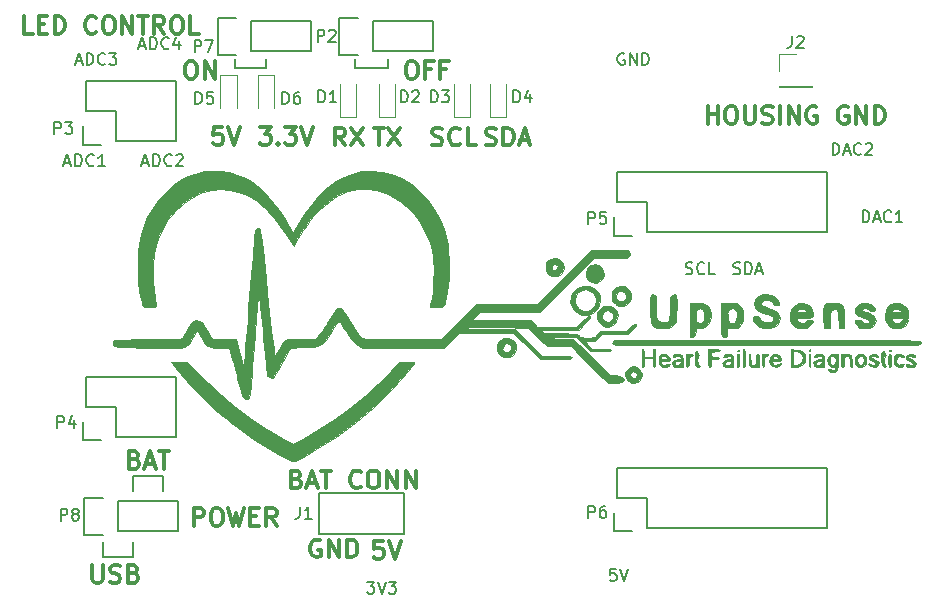
<source format=gbr>
G04 #@! TF.FileFunction,Legend,Top*
%FSLAX46Y46*%
G04 Gerber Fmt 4.6, Leading zero omitted, Abs format (unit mm)*
G04 Created by KiCad (PCBNEW 4.0.6-e0-6349~52~ubuntu17.04.1) date Sun Jul  9 19:13:44 2017*
%MOMM*%
%LPD*%
G01*
G04 APERTURE LIST*
%ADD10C,0.100000*%
%ADD11C,0.300000*%
%ADD12C,0.200000*%
%ADD13C,0.010000*%
%ADD14C,0.150000*%
%ADD15C,0.120000*%
G04 APERTURE END LIST*
D10*
D11*
X150639429Y-70696571D02*
X150925143Y-70696571D01*
X151068001Y-70768000D01*
X151210858Y-70910857D01*
X151282286Y-71196571D01*
X151282286Y-71696571D01*
X151210858Y-71982286D01*
X151068001Y-72125143D01*
X150925143Y-72196571D01*
X150639429Y-72196571D01*
X150496572Y-72125143D01*
X150353715Y-71982286D01*
X150282286Y-71696571D01*
X150282286Y-71196571D01*
X150353715Y-70910857D01*
X150496572Y-70768000D01*
X150639429Y-70696571D01*
X152425144Y-71410857D02*
X151925144Y-71410857D01*
X151925144Y-72196571D02*
X151925144Y-70696571D01*
X152639430Y-70696571D01*
X153710858Y-71410857D02*
X153210858Y-71410857D01*
X153210858Y-72196571D02*
X153210858Y-70696571D01*
X153925144Y-70696571D01*
X131962428Y-70696571D02*
X132248142Y-70696571D01*
X132391000Y-70768000D01*
X132533857Y-70910857D01*
X132605285Y-71196571D01*
X132605285Y-71696571D01*
X132533857Y-71982286D01*
X132391000Y-72125143D01*
X132248142Y-72196571D01*
X131962428Y-72196571D01*
X131819571Y-72125143D01*
X131676714Y-71982286D01*
X131605285Y-71696571D01*
X131605285Y-71196571D01*
X131676714Y-70910857D01*
X131819571Y-70768000D01*
X131962428Y-70696571D01*
X133248143Y-72196571D02*
X133248143Y-70696571D01*
X134105286Y-72196571D01*
X134105286Y-70696571D01*
D12*
X138479000Y-71264000D02*
X138479000Y-70502000D01*
X135812000Y-71264000D02*
X138479000Y-71264000D01*
X135812000Y-70502000D02*
X135812000Y-71264000D01*
X148766000Y-71264000D02*
X148766000Y-70502000D01*
X145972000Y-71264000D02*
X148766000Y-71264000D01*
X145972000Y-70502000D02*
X145972000Y-71264000D01*
D11*
X118699571Y-68386571D02*
X117985285Y-68386571D01*
X117985285Y-66886571D01*
X119199571Y-67600857D02*
X119699571Y-67600857D01*
X119913857Y-68386571D02*
X119199571Y-68386571D01*
X119199571Y-66886571D01*
X119913857Y-66886571D01*
X120556714Y-68386571D02*
X120556714Y-66886571D01*
X120913857Y-66886571D01*
X121128142Y-66958000D01*
X121271000Y-67100857D01*
X121342428Y-67243714D01*
X121413857Y-67529429D01*
X121413857Y-67743714D01*
X121342428Y-68029429D01*
X121271000Y-68172286D01*
X121128142Y-68315143D01*
X120913857Y-68386571D01*
X120556714Y-68386571D01*
X124056714Y-68243714D02*
X123985285Y-68315143D01*
X123770999Y-68386571D01*
X123628142Y-68386571D01*
X123413857Y-68315143D01*
X123270999Y-68172286D01*
X123199571Y-68029429D01*
X123128142Y-67743714D01*
X123128142Y-67529429D01*
X123199571Y-67243714D01*
X123270999Y-67100857D01*
X123413857Y-66958000D01*
X123628142Y-66886571D01*
X123770999Y-66886571D01*
X123985285Y-66958000D01*
X124056714Y-67029429D01*
X124985285Y-66886571D02*
X125270999Y-66886571D01*
X125413857Y-66958000D01*
X125556714Y-67100857D01*
X125628142Y-67386571D01*
X125628142Y-67886571D01*
X125556714Y-68172286D01*
X125413857Y-68315143D01*
X125270999Y-68386571D01*
X124985285Y-68386571D01*
X124842428Y-68315143D01*
X124699571Y-68172286D01*
X124628142Y-67886571D01*
X124628142Y-67386571D01*
X124699571Y-67100857D01*
X124842428Y-66958000D01*
X124985285Y-66886571D01*
X126271000Y-68386571D02*
X126271000Y-66886571D01*
X127128143Y-68386571D01*
X127128143Y-66886571D01*
X127628143Y-66886571D02*
X128485286Y-66886571D01*
X128056715Y-68386571D02*
X128056715Y-66886571D01*
X129842429Y-68386571D02*
X129342429Y-67672286D01*
X128985286Y-68386571D02*
X128985286Y-66886571D01*
X129556714Y-66886571D01*
X129699572Y-66958000D01*
X129771000Y-67029429D01*
X129842429Y-67172286D01*
X129842429Y-67386571D01*
X129771000Y-67529429D01*
X129699572Y-67600857D01*
X129556714Y-67672286D01*
X128985286Y-67672286D01*
X130771000Y-66886571D02*
X131056714Y-66886571D01*
X131199572Y-66958000D01*
X131342429Y-67100857D01*
X131413857Y-67386571D01*
X131413857Y-67886571D01*
X131342429Y-68172286D01*
X131199572Y-68315143D01*
X131056714Y-68386571D01*
X130771000Y-68386571D01*
X130628143Y-68315143D01*
X130485286Y-68172286D01*
X130413857Y-67886571D01*
X130413857Y-67386571D01*
X130485286Y-67100857D01*
X130628143Y-66958000D01*
X130771000Y-66886571D01*
X132771001Y-68386571D02*
X132056715Y-68386571D01*
X132056715Y-66886571D01*
X175845714Y-76006571D02*
X175845714Y-74506571D01*
X175845714Y-75220857D02*
X176702857Y-75220857D01*
X176702857Y-76006571D02*
X176702857Y-74506571D01*
X177702857Y-74506571D02*
X177988571Y-74506571D01*
X178131429Y-74578000D01*
X178274286Y-74720857D01*
X178345714Y-75006571D01*
X178345714Y-75506571D01*
X178274286Y-75792286D01*
X178131429Y-75935143D01*
X177988571Y-76006571D01*
X177702857Y-76006571D01*
X177560000Y-75935143D01*
X177417143Y-75792286D01*
X177345714Y-75506571D01*
X177345714Y-75006571D01*
X177417143Y-74720857D01*
X177560000Y-74578000D01*
X177702857Y-74506571D01*
X178988572Y-74506571D02*
X178988572Y-75720857D01*
X179060000Y-75863714D01*
X179131429Y-75935143D01*
X179274286Y-76006571D01*
X179560000Y-76006571D01*
X179702858Y-75935143D01*
X179774286Y-75863714D01*
X179845715Y-75720857D01*
X179845715Y-74506571D01*
X180488572Y-75935143D02*
X180702858Y-76006571D01*
X181060001Y-76006571D01*
X181202858Y-75935143D01*
X181274287Y-75863714D01*
X181345715Y-75720857D01*
X181345715Y-75578000D01*
X181274287Y-75435143D01*
X181202858Y-75363714D01*
X181060001Y-75292286D01*
X180774287Y-75220857D01*
X180631429Y-75149429D01*
X180560001Y-75078000D01*
X180488572Y-74935143D01*
X180488572Y-74792286D01*
X180560001Y-74649429D01*
X180631429Y-74578000D01*
X180774287Y-74506571D01*
X181131429Y-74506571D01*
X181345715Y-74578000D01*
X181988572Y-76006571D02*
X181988572Y-74506571D01*
X182702858Y-76006571D02*
X182702858Y-74506571D01*
X183560001Y-76006571D01*
X183560001Y-74506571D01*
X185060001Y-74578000D02*
X184917144Y-74506571D01*
X184702858Y-74506571D01*
X184488573Y-74578000D01*
X184345715Y-74720857D01*
X184274287Y-74863714D01*
X184202858Y-75149429D01*
X184202858Y-75363714D01*
X184274287Y-75649429D01*
X184345715Y-75792286D01*
X184488573Y-75935143D01*
X184702858Y-76006571D01*
X184845715Y-76006571D01*
X185060001Y-75935143D01*
X185131430Y-75863714D01*
X185131430Y-75363714D01*
X184845715Y-75363714D01*
X187702858Y-74578000D02*
X187560001Y-74506571D01*
X187345715Y-74506571D01*
X187131430Y-74578000D01*
X186988572Y-74720857D01*
X186917144Y-74863714D01*
X186845715Y-75149429D01*
X186845715Y-75363714D01*
X186917144Y-75649429D01*
X186988572Y-75792286D01*
X187131430Y-75935143D01*
X187345715Y-76006571D01*
X187488572Y-76006571D01*
X187702858Y-75935143D01*
X187774287Y-75863714D01*
X187774287Y-75363714D01*
X187488572Y-75363714D01*
X188417144Y-76006571D02*
X188417144Y-74506571D01*
X189274287Y-76006571D01*
X189274287Y-74506571D01*
X189988573Y-76006571D02*
X189988573Y-74506571D01*
X190345716Y-74506571D01*
X190560001Y-74578000D01*
X190702859Y-74720857D01*
X190774287Y-74863714D01*
X190845716Y-75149429D01*
X190845716Y-75363714D01*
X190774287Y-75649429D01*
X190702859Y-75792286D01*
X190560001Y-75935143D01*
X190345716Y-76006571D01*
X189988573Y-76006571D01*
X141059286Y-106081857D02*
X141273572Y-106153286D01*
X141345000Y-106224714D01*
X141416429Y-106367571D01*
X141416429Y-106581857D01*
X141345000Y-106724714D01*
X141273572Y-106796143D01*
X141130714Y-106867571D01*
X140559286Y-106867571D01*
X140559286Y-105367571D01*
X141059286Y-105367571D01*
X141202143Y-105439000D01*
X141273572Y-105510429D01*
X141345000Y-105653286D01*
X141345000Y-105796143D01*
X141273572Y-105939000D01*
X141202143Y-106010429D01*
X141059286Y-106081857D01*
X140559286Y-106081857D01*
X141987857Y-106439000D02*
X142702143Y-106439000D01*
X141845000Y-106867571D02*
X142345000Y-105367571D01*
X142845000Y-106867571D01*
X143130714Y-105367571D02*
X143987857Y-105367571D01*
X143559286Y-106867571D02*
X143559286Y-105367571D01*
X146487857Y-106724714D02*
X146416428Y-106796143D01*
X146202142Y-106867571D01*
X146059285Y-106867571D01*
X145845000Y-106796143D01*
X145702142Y-106653286D01*
X145630714Y-106510429D01*
X145559285Y-106224714D01*
X145559285Y-106010429D01*
X145630714Y-105724714D01*
X145702142Y-105581857D01*
X145845000Y-105439000D01*
X146059285Y-105367571D01*
X146202142Y-105367571D01*
X146416428Y-105439000D01*
X146487857Y-105510429D01*
X147416428Y-105367571D02*
X147702142Y-105367571D01*
X147845000Y-105439000D01*
X147987857Y-105581857D01*
X148059285Y-105867571D01*
X148059285Y-106367571D01*
X147987857Y-106653286D01*
X147845000Y-106796143D01*
X147702142Y-106867571D01*
X147416428Y-106867571D01*
X147273571Y-106796143D01*
X147130714Y-106653286D01*
X147059285Y-106367571D01*
X147059285Y-105867571D01*
X147130714Y-105581857D01*
X147273571Y-105439000D01*
X147416428Y-105367571D01*
X148702143Y-106867571D02*
X148702143Y-105367571D01*
X149559286Y-106867571D01*
X149559286Y-105367571D01*
X150273572Y-106867571D02*
X150273572Y-105367571D01*
X151130715Y-106867571D01*
X151130715Y-105367571D01*
X143051143Y-111281000D02*
X142908286Y-111209571D01*
X142694000Y-111209571D01*
X142479715Y-111281000D01*
X142336857Y-111423857D01*
X142265429Y-111566714D01*
X142194000Y-111852429D01*
X142194000Y-112066714D01*
X142265429Y-112352429D01*
X142336857Y-112495286D01*
X142479715Y-112638143D01*
X142694000Y-112709571D01*
X142836857Y-112709571D01*
X143051143Y-112638143D01*
X143122572Y-112566714D01*
X143122572Y-112066714D01*
X142836857Y-112066714D01*
X143765429Y-112709571D02*
X143765429Y-111209571D01*
X144622572Y-112709571D01*
X144622572Y-111209571D01*
X145336858Y-112709571D02*
X145336858Y-111209571D01*
X145694001Y-111209571D01*
X145908286Y-111281000D01*
X146051144Y-111423857D01*
X146122572Y-111566714D01*
X146194001Y-111852429D01*
X146194001Y-112066714D01*
X146122572Y-112352429D01*
X146051144Y-112495286D01*
X145908286Y-112638143D01*
X145694001Y-112709571D01*
X145336858Y-112709571D01*
X148353287Y-111336571D02*
X147639001Y-111336571D01*
X147567572Y-112050857D01*
X147639001Y-111979429D01*
X147781858Y-111908000D01*
X148139001Y-111908000D01*
X148281858Y-111979429D01*
X148353287Y-112050857D01*
X148424715Y-112193714D01*
X148424715Y-112550857D01*
X148353287Y-112693714D01*
X148281858Y-112765143D01*
X148139001Y-112836571D01*
X147781858Y-112836571D01*
X147639001Y-112765143D01*
X147567572Y-112693714D01*
X148853286Y-111336571D02*
X149353286Y-112836571D01*
X149853286Y-111336571D01*
X132347714Y-110042571D02*
X132347714Y-108542571D01*
X132919142Y-108542571D01*
X133062000Y-108614000D01*
X133133428Y-108685429D01*
X133204857Y-108828286D01*
X133204857Y-109042571D01*
X133133428Y-109185429D01*
X133062000Y-109256857D01*
X132919142Y-109328286D01*
X132347714Y-109328286D01*
X134133428Y-108542571D02*
X134419142Y-108542571D01*
X134562000Y-108614000D01*
X134704857Y-108756857D01*
X134776285Y-109042571D01*
X134776285Y-109542571D01*
X134704857Y-109828286D01*
X134562000Y-109971143D01*
X134419142Y-110042571D01*
X134133428Y-110042571D01*
X133990571Y-109971143D01*
X133847714Y-109828286D01*
X133776285Y-109542571D01*
X133776285Y-109042571D01*
X133847714Y-108756857D01*
X133990571Y-108614000D01*
X134133428Y-108542571D01*
X135276286Y-108542571D02*
X135633429Y-110042571D01*
X135919143Y-108971143D01*
X136204857Y-110042571D01*
X136562000Y-108542571D01*
X137133429Y-109256857D02*
X137633429Y-109256857D01*
X137847715Y-110042571D02*
X137133429Y-110042571D01*
X137133429Y-108542571D01*
X137847715Y-108542571D01*
X139347715Y-110042571D02*
X138847715Y-109328286D01*
X138490572Y-110042571D02*
X138490572Y-108542571D01*
X139062000Y-108542571D01*
X139204858Y-108614000D01*
X139276286Y-108685429D01*
X139347715Y-108828286D01*
X139347715Y-109042571D01*
X139276286Y-109185429D01*
X139204858Y-109256857D01*
X139062000Y-109328286D01*
X138490572Y-109328286D01*
X127338858Y-104430857D02*
X127553144Y-104502286D01*
X127624572Y-104573714D01*
X127696001Y-104716571D01*
X127696001Y-104930857D01*
X127624572Y-105073714D01*
X127553144Y-105145143D01*
X127410286Y-105216571D01*
X126838858Y-105216571D01*
X126838858Y-103716571D01*
X127338858Y-103716571D01*
X127481715Y-103788000D01*
X127553144Y-103859429D01*
X127624572Y-104002286D01*
X127624572Y-104145143D01*
X127553144Y-104288000D01*
X127481715Y-104359429D01*
X127338858Y-104430857D01*
X126838858Y-104430857D01*
X128267429Y-104788000D02*
X128981715Y-104788000D01*
X128124572Y-105216571D02*
X128624572Y-103716571D01*
X129124572Y-105216571D01*
X129410286Y-103716571D02*
X130267429Y-103716571D01*
X129838858Y-105216571D02*
X129838858Y-103716571D01*
X123759143Y-113368571D02*
X123759143Y-114582857D01*
X123830571Y-114725714D01*
X123902000Y-114797143D01*
X124044857Y-114868571D01*
X124330571Y-114868571D01*
X124473429Y-114797143D01*
X124544857Y-114725714D01*
X124616286Y-114582857D01*
X124616286Y-113368571D01*
X125259143Y-114797143D02*
X125473429Y-114868571D01*
X125830572Y-114868571D01*
X125973429Y-114797143D01*
X126044858Y-114725714D01*
X126116286Y-114582857D01*
X126116286Y-114440000D01*
X126044858Y-114297143D01*
X125973429Y-114225714D01*
X125830572Y-114154286D01*
X125544858Y-114082857D01*
X125402000Y-114011429D01*
X125330572Y-113940000D01*
X125259143Y-113797143D01*
X125259143Y-113654286D01*
X125330572Y-113511429D01*
X125402000Y-113440000D01*
X125544858Y-113368571D01*
X125902000Y-113368571D01*
X126116286Y-113440000D01*
X127259143Y-114082857D02*
X127473429Y-114154286D01*
X127544857Y-114225714D01*
X127616286Y-114368571D01*
X127616286Y-114582857D01*
X127544857Y-114725714D01*
X127473429Y-114797143D01*
X127330571Y-114868571D01*
X126759143Y-114868571D01*
X126759143Y-113368571D01*
X127259143Y-113368571D01*
X127402000Y-113440000D01*
X127473429Y-113511429D01*
X127544857Y-113654286D01*
X127544857Y-113797143D01*
X127473429Y-113940000D01*
X127402000Y-114011429D01*
X127259143Y-114082857D01*
X126759143Y-114082857D01*
D12*
X129716000Y-105808000D02*
X129716000Y-107078000D01*
X127176000Y-105808000D02*
X129716000Y-105808000D01*
X127176000Y-107078000D02*
X127176000Y-105808000D01*
X127176000Y-112666000D02*
X127176000Y-111396000D01*
X124636000Y-112666000D02*
X127176000Y-112666000D01*
X124636000Y-111396000D02*
X124636000Y-112666000D01*
D11*
X157055572Y-77771143D02*
X157269858Y-77842571D01*
X157627001Y-77842571D01*
X157769858Y-77771143D01*
X157841287Y-77699714D01*
X157912715Y-77556857D01*
X157912715Y-77414000D01*
X157841287Y-77271143D01*
X157769858Y-77199714D01*
X157627001Y-77128286D01*
X157341287Y-77056857D01*
X157198429Y-76985429D01*
X157127001Y-76914000D01*
X157055572Y-76771143D01*
X157055572Y-76628286D01*
X157127001Y-76485429D01*
X157198429Y-76414000D01*
X157341287Y-76342571D01*
X157698429Y-76342571D01*
X157912715Y-76414000D01*
X158555572Y-77842571D02*
X158555572Y-76342571D01*
X158912715Y-76342571D01*
X159127000Y-76414000D01*
X159269858Y-76556857D01*
X159341286Y-76699714D01*
X159412715Y-76985429D01*
X159412715Y-77199714D01*
X159341286Y-77485429D01*
X159269858Y-77628286D01*
X159127000Y-77771143D01*
X158912715Y-77842571D01*
X158555572Y-77842571D01*
X159984143Y-77414000D02*
X160698429Y-77414000D01*
X159841286Y-77842571D02*
X160341286Y-76342571D01*
X160841286Y-77842571D01*
X152519286Y-77771143D02*
X152733572Y-77842571D01*
X153090715Y-77842571D01*
X153233572Y-77771143D01*
X153305001Y-77699714D01*
X153376429Y-77556857D01*
X153376429Y-77414000D01*
X153305001Y-77271143D01*
X153233572Y-77199714D01*
X153090715Y-77128286D01*
X152805001Y-77056857D01*
X152662143Y-76985429D01*
X152590715Y-76914000D01*
X152519286Y-76771143D01*
X152519286Y-76628286D01*
X152590715Y-76485429D01*
X152662143Y-76414000D01*
X152805001Y-76342571D01*
X153162143Y-76342571D01*
X153376429Y-76414000D01*
X154876429Y-77699714D02*
X154805000Y-77771143D01*
X154590714Y-77842571D01*
X154447857Y-77842571D01*
X154233572Y-77771143D01*
X154090714Y-77628286D01*
X154019286Y-77485429D01*
X153947857Y-77199714D01*
X153947857Y-76985429D01*
X154019286Y-76699714D01*
X154090714Y-76556857D01*
X154233572Y-76414000D01*
X154447857Y-76342571D01*
X154590714Y-76342571D01*
X154805000Y-76414000D01*
X154876429Y-76485429D01*
X156233572Y-77842571D02*
X155519286Y-77842571D01*
X155519286Y-76342571D01*
X147574143Y-76342571D02*
X148431286Y-76342571D01*
X148002715Y-77842571D02*
X148002715Y-76342571D01*
X148788429Y-76342571D02*
X149788429Y-77842571D01*
X149788429Y-76342571D02*
X148788429Y-77842571D01*
X145165001Y-77842571D02*
X144665001Y-77128286D01*
X144307858Y-77842571D02*
X144307858Y-76342571D01*
X144879286Y-76342571D01*
X145022144Y-76414000D01*
X145093572Y-76485429D01*
X145165001Y-76628286D01*
X145165001Y-76842571D01*
X145093572Y-76985429D01*
X145022144Y-77056857D01*
X144879286Y-77128286D01*
X144307858Y-77128286D01*
X145665001Y-76342571D02*
X146665001Y-77842571D01*
X146665001Y-76342571D02*
X145665001Y-77842571D01*
X137915715Y-76284571D02*
X138844286Y-76284571D01*
X138344286Y-76856000D01*
X138558572Y-76856000D01*
X138701429Y-76927429D01*
X138772858Y-76998857D01*
X138844286Y-77141714D01*
X138844286Y-77498857D01*
X138772858Y-77641714D01*
X138701429Y-77713143D01*
X138558572Y-77784571D01*
X138130000Y-77784571D01*
X137987143Y-77713143D01*
X137915715Y-77641714D01*
X139487143Y-77641714D02*
X139558571Y-77713143D01*
X139487143Y-77784571D01*
X139415714Y-77713143D01*
X139487143Y-77641714D01*
X139487143Y-77784571D01*
X140058572Y-76284571D02*
X140987143Y-76284571D01*
X140487143Y-76856000D01*
X140701429Y-76856000D01*
X140844286Y-76927429D01*
X140915715Y-76998857D01*
X140987143Y-77141714D01*
X140987143Y-77498857D01*
X140915715Y-77641714D01*
X140844286Y-77713143D01*
X140701429Y-77784571D01*
X140272857Y-77784571D01*
X140130000Y-77713143D01*
X140058572Y-77641714D01*
X141415714Y-76284571D02*
X141915714Y-77784571D01*
X142415714Y-76284571D01*
X134764287Y-76284571D02*
X134050001Y-76284571D01*
X133978572Y-76998857D01*
X134050001Y-76927429D01*
X134192858Y-76856000D01*
X134550001Y-76856000D01*
X134692858Y-76927429D01*
X134764287Y-76998857D01*
X134835715Y-77141714D01*
X134835715Y-77498857D01*
X134764287Y-77641714D01*
X134692858Y-77713143D01*
X134550001Y-77784571D01*
X134192858Y-77784571D01*
X134050001Y-77713143D01*
X133978572Y-77641714D01*
X135264286Y-76284571D02*
X135764286Y-77784571D01*
X136264286Y-76284571D01*
D13*
G36*
X133203738Y-97591595D02*
X134492433Y-98812690D01*
X135773276Y-99907859D01*
X137067830Y-100893309D01*
X138397659Y-101785246D01*
X139784327Y-102599875D01*
X140083514Y-102761973D01*
X140776432Y-103132208D01*
X141579358Y-102688572D01*
X142952525Y-101880697D01*
X144295358Y-100994609D01*
X145585456Y-100047729D01*
X146800415Y-99057477D01*
X147917832Y-98041276D01*
X148915306Y-97016546D01*
X149013994Y-96907126D01*
X149673143Y-96170538D01*
X150383267Y-96163269D01*
X150681822Y-96159470D01*
X150884962Y-96166291D01*
X150993670Y-96200415D01*
X151008928Y-96278524D01*
X150931720Y-96417302D01*
X150763027Y-96633431D01*
X150503833Y-96943594D01*
X150434135Y-97026857D01*
X149064778Y-98556142D01*
X147600593Y-99981680D01*
X146049223Y-101297240D01*
X144418313Y-102496595D01*
X142715506Y-103573515D01*
X141719762Y-104128015D01*
X141393773Y-104295511D01*
X141104219Y-104434304D01*
X140879907Y-104531280D01*
X140749641Y-104573323D01*
X140740048Y-104574081D01*
X140633671Y-104540091D01*
X140424512Y-104445948D01*
X140135995Y-104303178D01*
X139791546Y-104123311D01*
X139476857Y-103952396D01*
X138441291Y-103350108D01*
X137383247Y-102678887D01*
X136351724Y-101971453D01*
X135395724Y-101260529D01*
X135122571Y-101044719D01*
X134567783Y-100579308D01*
X133970238Y-100042565D01*
X133351156Y-99456195D01*
X132731753Y-98841905D01*
X132133249Y-98221402D01*
X131576861Y-97616392D01*
X131083807Y-97048583D01*
X130675306Y-96539680D01*
X130538964Y-96355571D01*
X130395545Y-96156000D01*
X131756620Y-96156000D01*
X133203738Y-97591595D01*
X133203738Y-97591595D01*
G37*
X133203738Y-97591595D02*
X134492433Y-98812690D01*
X135773276Y-99907859D01*
X137067830Y-100893309D01*
X138397659Y-101785246D01*
X139784327Y-102599875D01*
X140083514Y-102761973D01*
X140776432Y-103132208D01*
X141579358Y-102688572D01*
X142952525Y-101880697D01*
X144295358Y-100994609D01*
X145585456Y-100047729D01*
X146800415Y-99057477D01*
X147917832Y-98041276D01*
X148915306Y-97016546D01*
X149013994Y-96907126D01*
X149673143Y-96170538D01*
X150383267Y-96163269D01*
X150681822Y-96159470D01*
X150884962Y-96166291D01*
X150993670Y-96200415D01*
X151008928Y-96278524D01*
X150931720Y-96417302D01*
X150763027Y-96633431D01*
X150503833Y-96943594D01*
X150434135Y-97026857D01*
X149064778Y-98556142D01*
X147600593Y-99981680D01*
X146049223Y-101297240D01*
X144418313Y-102496595D01*
X142715506Y-103573515D01*
X141719762Y-104128015D01*
X141393773Y-104295511D01*
X141104219Y-104434304D01*
X140879907Y-104531280D01*
X140749641Y-104573323D01*
X140740048Y-104574081D01*
X140633671Y-104540091D01*
X140424512Y-104445948D01*
X140135995Y-104303178D01*
X139791546Y-104123311D01*
X139476857Y-103952396D01*
X138441291Y-103350108D01*
X137383247Y-102678887D01*
X136351724Y-101971453D01*
X135395724Y-101260529D01*
X135122571Y-101044719D01*
X134567783Y-100579308D01*
X133970238Y-100042565D01*
X133351156Y-99456195D01*
X132731753Y-98841905D01*
X132133249Y-98221402D01*
X131576861Y-97616392D01*
X131083807Y-97048583D01*
X130675306Y-96539680D01*
X130538964Y-96355571D01*
X130395545Y-96156000D01*
X131756620Y-96156000D01*
X133203738Y-97591595D01*
G36*
X137860661Y-84862570D02*
X137926862Y-84888870D01*
X137950688Y-84971477D01*
X137987634Y-85193054D01*
X138037041Y-85548083D01*
X138098251Y-86031045D01*
X138170607Y-86636424D01*
X138253450Y-87358701D01*
X138346122Y-88192359D01*
X138447966Y-89131879D01*
X138558324Y-90171744D01*
X138569454Y-90277714D01*
X138660825Y-91142713D01*
X138748923Y-91965656D01*
X138832454Y-92735143D01*
X138910127Y-93439773D01*
X138980648Y-94068148D01*
X139042725Y-94608869D01*
X139095065Y-95050535D01*
X139136376Y-95381747D01*
X139165366Y-95591106D01*
X139180541Y-95667035D01*
X139233933Y-95630379D01*
X139339941Y-95488946D01*
X139482633Y-95265892D01*
X139627942Y-95016828D01*
X139832627Y-94668579D01*
X139992533Y-94436861D01*
X140120409Y-94304952D01*
X140203992Y-94261170D01*
X140338215Y-94243074D01*
X140586962Y-94226878D01*
X140919616Y-94213950D01*
X141305560Y-94205658D01*
X141488189Y-94203805D01*
X142592378Y-94196571D01*
X142844535Y-93975174D01*
X142973388Y-93832799D01*
X143153653Y-93594257D01*
X143364327Y-93289169D01*
X143584408Y-92947156D01*
X143654952Y-92832174D01*
X143921007Y-92398410D01*
X144128490Y-92075730D01*
X144289933Y-91848683D01*
X144417864Y-91701817D01*
X144524813Y-91619682D01*
X144623310Y-91586826D01*
X144667117Y-91584000D01*
X144745594Y-91590940D01*
X144820329Y-91622040D01*
X144903223Y-91692718D01*
X145006174Y-91818390D01*
X145141081Y-92014476D01*
X145319845Y-92296392D01*
X145554365Y-92679557D01*
X145705964Y-92929998D01*
X145959927Y-93344399D01*
X146157438Y-93650472D01*
X146312524Y-93866770D01*
X146439212Y-94011848D01*
X146551529Y-94104258D01*
X146624931Y-94145569D01*
X146699320Y-94175408D01*
X146794835Y-94200079D01*
X146924977Y-94220063D01*
X147103251Y-94235841D01*
X147343158Y-94247894D01*
X147658201Y-94256704D01*
X148061881Y-94262752D01*
X148567703Y-94266518D01*
X149189167Y-94268483D01*
X149939777Y-94269129D01*
X150093554Y-94269143D01*
X153303042Y-94269143D01*
X154789428Y-92781428D01*
X156275815Y-91293714D01*
X161426737Y-91293714D01*
X166006961Y-86721714D01*
X169082654Y-86721714D01*
X169202749Y-86905002D01*
X169279719Y-87043512D01*
X169267510Y-87138752D01*
X169193174Y-87231573D01*
X169139471Y-87280944D01*
X169066679Y-87317498D01*
X168954111Y-87343144D01*
X168781078Y-87359793D01*
X168526890Y-87369354D01*
X168170858Y-87373736D01*
X167692293Y-87374851D01*
X167641034Y-87374857D01*
X166218564Y-87374857D01*
X161648292Y-91946857D01*
X156561363Y-91946857D01*
X156240857Y-92273428D01*
X155920351Y-92600000D01*
X160855972Y-92600000D01*
X161139428Y-92890285D01*
X161422885Y-93180571D01*
X164756379Y-93180571D01*
X165244991Y-92708857D01*
X165466238Y-92503014D01*
X165653850Y-92342686D01*
X165780494Y-92250562D01*
X165813229Y-92237143D01*
X165893123Y-92281122D01*
X165862172Y-92409267D01*
X165723517Y-92615882D01*
X165480296Y-92895276D01*
X165409236Y-92969913D01*
X164925616Y-93470857D01*
X163329703Y-93470857D01*
X162810159Y-93471147D01*
X162419365Y-93473099D01*
X162140928Y-93478339D01*
X161958456Y-93488491D01*
X161855556Y-93505180D01*
X161815835Y-93530030D01*
X161822901Y-93564665D01*
X161860361Y-93610710D01*
X161865143Y-93616000D01*
X161919603Y-93666477D01*
X161992422Y-93703704D01*
X162104596Y-93729682D01*
X162277122Y-93746414D01*
X162530997Y-93755900D01*
X162887217Y-93760142D01*
X163366780Y-93761142D01*
X163387740Y-93761143D01*
X163869134Y-93761566D01*
X164226872Y-93764500D01*
X164482440Y-93772442D01*
X164657326Y-93787887D01*
X164773015Y-93813331D01*
X164850994Y-93851271D01*
X164912751Y-93904204D01*
X164949428Y-93942571D01*
X165052612Y-94036401D01*
X165170005Y-94091017D01*
X165342769Y-94116740D01*
X165612067Y-94123889D01*
X165673065Y-94124000D01*
X165955787Y-94121093D01*
X166139490Y-94101705D01*
X166270296Y-94049832D01*
X166394327Y-93949472D01*
X166509714Y-93833714D01*
X166793170Y-93543428D01*
X168960911Y-93543428D01*
X169275834Y-93253143D01*
X169499649Y-93070952D01*
X169675261Y-92975085D01*
X169784421Y-92972848D01*
X169811714Y-93038537D01*
X169765294Y-93126402D01*
X169643665Y-93283642D01*
X169475212Y-93473966D01*
X169138710Y-93833714D01*
X166865742Y-93833714D01*
X166582285Y-94124000D01*
X166412435Y-94287238D01*
X166272307Y-94374029D01*
X166102428Y-94408374D01*
X165863019Y-94414285D01*
X165427208Y-94414285D01*
X165747714Y-94740857D01*
X166068220Y-95067428D01*
X166851395Y-95067428D01*
X167204848Y-95070629D01*
X167436435Y-95082379D01*
X167569337Y-95105901D01*
X167626733Y-95144416D01*
X167634571Y-95176285D01*
X167612532Y-95223608D01*
X167531492Y-95255298D01*
X167369072Y-95274207D01*
X167102891Y-95283187D01*
X166780255Y-95285143D01*
X165925938Y-95285143D01*
X165312286Y-94668285D01*
X164698633Y-94051428D01*
X163513462Y-94051428D01*
X163027037Y-94055680D01*
X162671765Y-94068251D01*
X162451954Y-94088869D01*
X162371907Y-94117259D01*
X162373143Y-94124000D01*
X162461430Y-94152550D01*
X162674008Y-94175081D01*
X162990096Y-94190190D01*
X163388915Y-94196475D01*
X163448487Y-94196571D01*
X164478980Y-94196571D01*
X166038000Y-95756857D01*
X167597020Y-97317142D01*
X168019709Y-97317142D01*
X168366016Y-97337751D01*
X168587884Y-97404413D01*
X168700735Y-97524384D01*
X168723143Y-97648063D01*
X168680204Y-97794602D01*
X168541511Y-97893409D01*
X168292250Y-97950046D01*
X167917606Y-97970077D01*
X167865071Y-97970285D01*
X167379305Y-97970285D01*
X165820286Y-96410000D01*
X164261266Y-94849714D01*
X162230271Y-94849714D01*
X161430850Y-94054092D01*
X160631428Y-93258470D01*
X158454286Y-93208920D01*
X157873116Y-93198160D01*
X157309701Y-93192306D01*
X156788647Y-93191268D01*
X156334563Y-93194959D01*
X155972058Y-93203289D01*
X155725738Y-93216169D01*
X155696571Y-93218868D01*
X155410194Y-93253823D01*
X155267668Y-93285089D01*
X155267746Y-93312551D01*
X155409181Y-93336093D01*
X155690725Y-93355600D01*
X156111131Y-93370958D01*
X156669151Y-93382050D01*
X157363539Y-93388763D01*
X157548021Y-93389699D01*
X159544613Y-93398285D01*
X160666106Y-94521532D01*
X161787598Y-95644778D01*
X163060085Y-95664532D01*
X163526198Y-95673442D01*
X163865825Y-95684800D01*
X164097620Y-95700492D01*
X164240239Y-95722404D01*
X164312336Y-95752421D01*
X164332567Y-95792428D01*
X164332571Y-95793142D01*
X164313447Y-95832358D01*
X164243929Y-95862012D01*
X164105801Y-95883847D01*
X163880843Y-95899603D01*
X163550840Y-95911022D01*
X163097574Y-95919845D01*
X162990000Y-95921459D01*
X161647428Y-95940918D01*
X160523449Y-94814745D01*
X159399470Y-93688571D01*
X154782319Y-93688571D01*
X153530903Y-95003595D01*
X146552571Y-94958571D01*
X146212074Y-94758412D01*
X146079287Y-94671056D01*
X145950820Y-94561558D01*
X145813879Y-94413273D01*
X145655675Y-94209553D01*
X145463415Y-93933752D01*
X145224308Y-93569225D01*
X144925563Y-93099325D01*
X144872852Y-93015599D01*
X144774653Y-92861954D01*
X144696682Y-92770480D01*
X144621940Y-92751730D01*
X144533433Y-92816257D01*
X144414164Y-92974613D01*
X144247136Y-93237352D01*
X144081850Y-93506727D01*
X143890982Y-93803377D01*
X143692794Y-94087568D01*
X143521502Y-94310900D01*
X143475678Y-94364139D01*
X143302425Y-94545583D01*
X143140266Y-94679877D01*
X142962702Y-94775022D01*
X142743238Y-94839017D01*
X142455377Y-94879863D01*
X142072623Y-94905560D01*
X141627087Y-94922285D01*
X140475318Y-94958571D01*
X139861287Y-96119714D01*
X139654941Y-96503349D01*
X139461901Y-96850167D01*
X139295960Y-97136303D01*
X139170914Y-97337891D01*
X139106524Y-97425516D01*
X138994535Y-97520122D01*
X138890948Y-97520372D01*
X138770119Y-97460347D01*
X138574446Y-97350519D01*
X138378886Y-95465116D01*
X138313659Y-94836882D01*
X138241826Y-94146055D01*
X138168337Y-93440175D01*
X138098142Y-92766781D01*
X138036191Y-92173411D01*
X138017190Y-91991691D01*
X137965425Y-91523806D01*
X137916040Y-91127692D01*
X137871512Y-90819826D01*
X137834316Y-90616685D01*
X137806930Y-90534743D01*
X137799013Y-90540263D01*
X137782828Y-90639738D01*
X137757796Y-90868362D01*
X137725268Y-91210500D01*
X137686592Y-91650515D01*
X137643120Y-92172772D01*
X137596201Y-92761636D01*
X137547185Y-93401472D01*
X137517765Y-93797428D01*
X137438787Y-94862345D01*
X137368244Y-95790206D01*
X137305396Y-96588809D01*
X137249502Y-97265949D01*
X137199820Y-97829423D01*
X137155609Y-98287029D01*
X137116130Y-98646562D01*
X137080640Y-98915821D01*
X137048399Y-99102601D01*
X137018666Y-99214699D01*
X136999361Y-99252416D01*
X136842301Y-99341320D01*
X136649401Y-99313217D01*
X136559636Y-99258428D01*
X136506034Y-99160177D01*
X136423295Y-98933830D01*
X136315484Y-98592587D01*
X136186671Y-98149644D01*
X136040923Y-97618200D01*
X135961330Y-97317142D01*
X135828030Y-96808805D01*
X135703276Y-96336295D01*
X135592793Y-95921046D01*
X135502308Y-95584494D01*
X135437549Y-95348076D01*
X135406345Y-95239745D01*
X135334990Y-95012918D01*
X134511376Y-94981393D01*
X134082374Y-94957556D01*
X133768922Y-94915024D01*
X133541519Y-94840239D01*
X133370663Y-94719643D01*
X133226852Y-94539677D01*
X133107208Y-94336083D01*
X132963681Y-94076521D01*
X132820040Y-93822321D01*
X132757988Y-93714972D01*
X132606834Y-93457028D01*
X132245239Y-94092875D01*
X132122759Y-94312179D01*
X132017940Y-94493661D01*
X131916397Y-94640678D01*
X131803747Y-94756589D01*
X131665606Y-94844752D01*
X131487589Y-94908524D01*
X131255313Y-94951264D01*
X130954394Y-94976330D01*
X130570448Y-94987079D01*
X130089091Y-94986869D01*
X129495938Y-94979059D01*
X128776607Y-94967006D01*
X128518771Y-94962823D01*
X127761325Y-94950559D01*
X127136864Y-94938720D01*
X126633249Y-94925462D01*
X126238341Y-94908942D01*
X125940000Y-94887315D01*
X125726086Y-94858738D01*
X125584461Y-94821366D01*
X125502985Y-94773356D01*
X125469517Y-94712863D01*
X125471920Y-94638043D01*
X125498052Y-94547054D01*
X125512282Y-94506140D01*
X125582814Y-94305428D01*
X128423588Y-94269143D01*
X129052581Y-94259633D01*
X129636296Y-94247972D01*
X130158762Y-94234690D01*
X130604008Y-94220319D01*
X130956061Y-94205392D01*
X131198951Y-94190441D01*
X131316705Y-94175998D01*
X131324752Y-94172495D01*
X131385234Y-94088312D01*
X131501403Y-93908051D01*
X131655003Y-93660526D01*
X131784286Y-93447238D01*
X132019060Y-93077921D01*
X132214642Y-92828749D01*
X132389150Y-92686518D01*
X132560698Y-92638023D01*
X132747405Y-92670061D01*
X132815100Y-92695915D01*
X132945860Y-92773700D01*
X133078364Y-92908292D01*
X133231740Y-93123564D01*
X133425114Y-93443387D01*
X133453428Y-93492562D01*
X133653193Y-93821003D01*
X133824783Y-94064107D01*
X133954504Y-94203374D01*
X133997714Y-94227862D01*
X134124865Y-94243304D01*
X134362773Y-94256069D01*
X134677060Y-94264805D01*
X135022651Y-94268152D01*
X135902445Y-94269143D01*
X136218660Y-95461943D01*
X136323348Y-95851848D01*
X136415629Y-96186105D01*
X136489127Y-96442381D01*
X136537469Y-96598340D01*
X136553726Y-96635892D01*
X136561301Y-96601598D01*
X136573167Y-96505232D01*
X136589908Y-96339701D01*
X136612109Y-96097914D01*
X136640352Y-95772777D01*
X136675221Y-95357198D01*
X136717301Y-94844084D01*
X136767174Y-94226343D01*
X136825424Y-93496882D01*
X136892635Y-92648608D01*
X136969390Y-91674430D01*
X137056274Y-90567253D01*
X137118705Y-89769714D01*
X137193847Y-88809970D01*
X137258888Y-87984713D01*
X137315036Y-87283730D01*
X137363499Y-86696806D01*
X137405485Y-86213728D01*
X137442202Y-85824282D01*
X137474858Y-85518254D01*
X137504661Y-85285429D01*
X137532820Y-85115594D01*
X137560542Y-84998535D01*
X137589035Y-84924037D01*
X137619508Y-84881888D01*
X137653168Y-84861872D01*
X137691224Y-84853776D01*
X137700276Y-84852584D01*
X137860661Y-84862570D01*
X137860661Y-84862570D01*
G37*
X137860661Y-84862570D02*
X137926862Y-84888870D01*
X137950688Y-84971477D01*
X137987634Y-85193054D01*
X138037041Y-85548083D01*
X138098251Y-86031045D01*
X138170607Y-86636424D01*
X138253450Y-87358701D01*
X138346122Y-88192359D01*
X138447966Y-89131879D01*
X138558324Y-90171744D01*
X138569454Y-90277714D01*
X138660825Y-91142713D01*
X138748923Y-91965656D01*
X138832454Y-92735143D01*
X138910127Y-93439773D01*
X138980648Y-94068148D01*
X139042725Y-94608869D01*
X139095065Y-95050535D01*
X139136376Y-95381747D01*
X139165366Y-95591106D01*
X139180541Y-95667035D01*
X139233933Y-95630379D01*
X139339941Y-95488946D01*
X139482633Y-95265892D01*
X139627942Y-95016828D01*
X139832627Y-94668579D01*
X139992533Y-94436861D01*
X140120409Y-94304952D01*
X140203992Y-94261170D01*
X140338215Y-94243074D01*
X140586962Y-94226878D01*
X140919616Y-94213950D01*
X141305560Y-94205658D01*
X141488189Y-94203805D01*
X142592378Y-94196571D01*
X142844535Y-93975174D01*
X142973388Y-93832799D01*
X143153653Y-93594257D01*
X143364327Y-93289169D01*
X143584408Y-92947156D01*
X143654952Y-92832174D01*
X143921007Y-92398410D01*
X144128490Y-92075730D01*
X144289933Y-91848683D01*
X144417864Y-91701817D01*
X144524813Y-91619682D01*
X144623310Y-91586826D01*
X144667117Y-91584000D01*
X144745594Y-91590940D01*
X144820329Y-91622040D01*
X144903223Y-91692718D01*
X145006174Y-91818390D01*
X145141081Y-92014476D01*
X145319845Y-92296392D01*
X145554365Y-92679557D01*
X145705964Y-92929998D01*
X145959927Y-93344399D01*
X146157438Y-93650472D01*
X146312524Y-93866770D01*
X146439212Y-94011848D01*
X146551529Y-94104258D01*
X146624931Y-94145569D01*
X146699320Y-94175408D01*
X146794835Y-94200079D01*
X146924977Y-94220063D01*
X147103251Y-94235841D01*
X147343158Y-94247894D01*
X147658201Y-94256704D01*
X148061881Y-94262752D01*
X148567703Y-94266518D01*
X149189167Y-94268483D01*
X149939777Y-94269129D01*
X150093554Y-94269143D01*
X153303042Y-94269143D01*
X154789428Y-92781428D01*
X156275815Y-91293714D01*
X161426737Y-91293714D01*
X166006961Y-86721714D01*
X169082654Y-86721714D01*
X169202749Y-86905002D01*
X169279719Y-87043512D01*
X169267510Y-87138752D01*
X169193174Y-87231573D01*
X169139471Y-87280944D01*
X169066679Y-87317498D01*
X168954111Y-87343144D01*
X168781078Y-87359793D01*
X168526890Y-87369354D01*
X168170858Y-87373736D01*
X167692293Y-87374851D01*
X167641034Y-87374857D01*
X166218564Y-87374857D01*
X161648292Y-91946857D01*
X156561363Y-91946857D01*
X156240857Y-92273428D01*
X155920351Y-92600000D01*
X160855972Y-92600000D01*
X161139428Y-92890285D01*
X161422885Y-93180571D01*
X164756379Y-93180571D01*
X165244991Y-92708857D01*
X165466238Y-92503014D01*
X165653850Y-92342686D01*
X165780494Y-92250562D01*
X165813229Y-92237143D01*
X165893123Y-92281122D01*
X165862172Y-92409267D01*
X165723517Y-92615882D01*
X165480296Y-92895276D01*
X165409236Y-92969913D01*
X164925616Y-93470857D01*
X163329703Y-93470857D01*
X162810159Y-93471147D01*
X162419365Y-93473099D01*
X162140928Y-93478339D01*
X161958456Y-93488491D01*
X161855556Y-93505180D01*
X161815835Y-93530030D01*
X161822901Y-93564665D01*
X161860361Y-93610710D01*
X161865143Y-93616000D01*
X161919603Y-93666477D01*
X161992422Y-93703704D01*
X162104596Y-93729682D01*
X162277122Y-93746414D01*
X162530997Y-93755900D01*
X162887217Y-93760142D01*
X163366780Y-93761142D01*
X163387740Y-93761143D01*
X163869134Y-93761566D01*
X164226872Y-93764500D01*
X164482440Y-93772442D01*
X164657326Y-93787887D01*
X164773015Y-93813331D01*
X164850994Y-93851271D01*
X164912751Y-93904204D01*
X164949428Y-93942571D01*
X165052612Y-94036401D01*
X165170005Y-94091017D01*
X165342769Y-94116740D01*
X165612067Y-94123889D01*
X165673065Y-94124000D01*
X165955787Y-94121093D01*
X166139490Y-94101705D01*
X166270296Y-94049832D01*
X166394327Y-93949472D01*
X166509714Y-93833714D01*
X166793170Y-93543428D01*
X168960911Y-93543428D01*
X169275834Y-93253143D01*
X169499649Y-93070952D01*
X169675261Y-92975085D01*
X169784421Y-92972848D01*
X169811714Y-93038537D01*
X169765294Y-93126402D01*
X169643665Y-93283642D01*
X169475212Y-93473966D01*
X169138710Y-93833714D01*
X166865742Y-93833714D01*
X166582285Y-94124000D01*
X166412435Y-94287238D01*
X166272307Y-94374029D01*
X166102428Y-94408374D01*
X165863019Y-94414285D01*
X165427208Y-94414285D01*
X165747714Y-94740857D01*
X166068220Y-95067428D01*
X166851395Y-95067428D01*
X167204848Y-95070629D01*
X167436435Y-95082379D01*
X167569337Y-95105901D01*
X167626733Y-95144416D01*
X167634571Y-95176285D01*
X167612532Y-95223608D01*
X167531492Y-95255298D01*
X167369072Y-95274207D01*
X167102891Y-95283187D01*
X166780255Y-95285143D01*
X165925938Y-95285143D01*
X165312286Y-94668285D01*
X164698633Y-94051428D01*
X163513462Y-94051428D01*
X163027037Y-94055680D01*
X162671765Y-94068251D01*
X162451954Y-94088869D01*
X162371907Y-94117259D01*
X162373143Y-94124000D01*
X162461430Y-94152550D01*
X162674008Y-94175081D01*
X162990096Y-94190190D01*
X163388915Y-94196475D01*
X163448487Y-94196571D01*
X164478980Y-94196571D01*
X166038000Y-95756857D01*
X167597020Y-97317142D01*
X168019709Y-97317142D01*
X168366016Y-97337751D01*
X168587884Y-97404413D01*
X168700735Y-97524384D01*
X168723143Y-97648063D01*
X168680204Y-97794602D01*
X168541511Y-97893409D01*
X168292250Y-97950046D01*
X167917606Y-97970077D01*
X167865071Y-97970285D01*
X167379305Y-97970285D01*
X165820286Y-96410000D01*
X164261266Y-94849714D01*
X162230271Y-94849714D01*
X161430850Y-94054092D01*
X160631428Y-93258470D01*
X158454286Y-93208920D01*
X157873116Y-93198160D01*
X157309701Y-93192306D01*
X156788647Y-93191268D01*
X156334563Y-93194959D01*
X155972058Y-93203289D01*
X155725738Y-93216169D01*
X155696571Y-93218868D01*
X155410194Y-93253823D01*
X155267668Y-93285089D01*
X155267746Y-93312551D01*
X155409181Y-93336093D01*
X155690725Y-93355600D01*
X156111131Y-93370958D01*
X156669151Y-93382050D01*
X157363539Y-93388763D01*
X157548021Y-93389699D01*
X159544613Y-93398285D01*
X160666106Y-94521532D01*
X161787598Y-95644778D01*
X163060085Y-95664532D01*
X163526198Y-95673442D01*
X163865825Y-95684800D01*
X164097620Y-95700492D01*
X164240239Y-95722404D01*
X164312336Y-95752421D01*
X164332567Y-95792428D01*
X164332571Y-95793142D01*
X164313447Y-95832358D01*
X164243929Y-95862012D01*
X164105801Y-95883847D01*
X163880843Y-95899603D01*
X163550840Y-95911022D01*
X163097574Y-95919845D01*
X162990000Y-95921459D01*
X161647428Y-95940918D01*
X160523449Y-94814745D01*
X159399470Y-93688571D01*
X154782319Y-93688571D01*
X153530903Y-95003595D01*
X146552571Y-94958571D01*
X146212074Y-94758412D01*
X146079287Y-94671056D01*
X145950820Y-94561558D01*
X145813879Y-94413273D01*
X145655675Y-94209553D01*
X145463415Y-93933752D01*
X145224308Y-93569225D01*
X144925563Y-93099325D01*
X144872852Y-93015599D01*
X144774653Y-92861954D01*
X144696682Y-92770480D01*
X144621940Y-92751730D01*
X144533433Y-92816257D01*
X144414164Y-92974613D01*
X144247136Y-93237352D01*
X144081850Y-93506727D01*
X143890982Y-93803377D01*
X143692794Y-94087568D01*
X143521502Y-94310900D01*
X143475678Y-94364139D01*
X143302425Y-94545583D01*
X143140266Y-94679877D01*
X142962702Y-94775022D01*
X142743238Y-94839017D01*
X142455377Y-94879863D01*
X142072623Y-94905560D01*
X141627087Y-94922285D01*
X140475318Y-94958571D01*
X139861287Y-96119714D01*
X139654941Y-96503349D01*
X139461901Y-96850167D01*
X139295960Y-97136303D01*
X139170914Y-97337891D01*
X139106524Y-97425516D01*
X138994535Y-97520122D01*
X138890948Y-97520372D01*
X138770119Y-97460347D01*
X138574446Y-97350519D01*
X138378886Y-95465116D01*
X138313659Y-94836882D01*
X138241826Y-94146055D01*
X138168337Y-93440175D01*
X138098142Y-92766781D01*
X138036191Y-92173411D01*
X138017190Y-91991691D01*
X137965425Y-91523806D01*
X137916040Y-91127692D01*
X137871512Y-90819826D01*
X137834316Y-90616685D01*
X137806930Y-90534743D01*
X137799013Y-90540263D01*
X137782828Y-90639738D01*
X137757796Y-90868362D01*
X137725268Y-91210500D01*
X137686592Y-91650515D01*
X137643120Y-92172772D01*
X137596201Y-92761636D01*
X137547185Y-93401472D01*
X137517765Y-93797428D01*
X137438787Y-94862345D01*
X137368244Y-95790206D01*
X137305396Y-96588809D01*
X137249502Y-97265949D01*
X137199820Y-97829423D01*
X137155609Y-98287029D01*
X137116130Y-98646562D01*
X137080640Y-98915821D01*
X137048399Y-99102601D01*
X137018666Y-99214699D01*
X136999361Y-99252416D01*
X136842301Y-99341320D01*
X136649401Y-99313217D01*
X136559636Y-99258428D01*
X136506034Y-99160177D01*
X136423295Y-98933830D01*
X136315484Y-98592587D01*
X136186671Y-98149644D01*
X136040923Y-97618200D01*
X135961330Y-97317142D01*
X135828030Y-96808805D01*
X135703276Y-96336295D01*
X135592793Y-95921046D01*
X135502308Y-95584494D01*
X135437549Y-95348076D01*
X135406345Y-95239745D01*
X135334990Y-95012918D01*
X134511376Y-94981393D01*
X134082374Y-94957556D01*
X133768922Y-94915024D01*
X133541519Y-94840239D01*
X133370663Y-94719643D01*
X133226852Y-94539677D01*
X133107208Y-94336083D01*
X132963681Y-94076521D01*
X132820040Y-93822321D01*
X132757988Y-93714972D01*
X132606834Y-93457028D01*
X132245239Y-94092875D01*
X132122759Y-94312179D01*
X132017940Y-94493661D01*
X131916397Y-94640678D01*
X131803747Y-94756589D01*
X131665606Y-94844752D01*
X131487589Y-94908524D01*
X131255313Y-94951264D01*
X130954394Y-94976330D01*
X130570448Y-94987079D01*
X130089091Y-94986869D01*
X129495938Y-94979059D01*
X128776607Y-94967006D01*
X128518771Y-94962823D01*
X127761325Y-94950559D01*
X127136864Y-94938720D01*
X126633249Y-94925462D01*
X126238341Y-94908942D01*
X125940000Y-94887315D01*
X125726086Y-94858738D01*
X125584461Y-94821366D01*
X125502985Y-94773356D01*
X125469517Y-94712863D01*
X125471920Y-94638043D01*
X125498052Y-94547054D01*
X125512282Y-94506140D01*
X125582814Y-94305428D01*
X128423588Y-94269143D01*
X129052581Y-94259633D01*
X129636296Y-94247972D01*
X130158762Y-94234690D01*
X130604008Y-94220319D01*
X130956061Y-94205392D01*
X131198951Y-94190441D01*
X131316705Y-94175998D01*
X131324752Y-94172495D01*
X131385234Y-94088312D01*
X131501403Y-93908051D01*
X131655003Y-93660526D01*
X131784286Y-93447238D01*
X132019060Y-93077921D01*
X132214642Y-92828749D01*
X132389150Y-92686518D01*
X132560698Y-92638023D01*
X132747405Y-92670061D01*
X132815100Y-92695915D01*
X132945860Y-92773700D01*
X133078364Y-92908292D01*
X133231740Y-93123564D01*
X133425114Y-93443387D01*
X133453428Y-93492562D01*
X133653193Y-93821003D01*
X133824783Y-94064107D01*
X133954504Y-94203374D01*
X133997714Y-94227862D01*
X134124865Y-94243304D01*
X134362773Y-94256069D01*
X134677060Y-94264805D01*
X135022651Y-94268152D01*
X135902445Y-94269143D01*
X136218660Y-95461943D01*
X136323348Y-95851848D01*
X136415629Y-96186105D01*
X136489127Y-96442381D01*
X136537469Y-96598340D01*
X136553726Y-96635892D01*
X136561301Y-96601598D01*
X136573167Y-96505232D01*
X136589908Y-96339701D01*
X136612109Y-96097914D01*
X136640352Y-95772777D01*
X136675221Y-95357198D01*
X136717301Y-94844084D01*
X136767174Y-94226343D01*
X136825424Y-93496882D01*
X136892635Y-92648608D01*
X136969390Y-91674430D01*
X137056274Y-90567253D01*
X137118705Y-89769714D01*
X137193847Y-88809970D01*
X137258888Y-87984713D01*
X137315036Y-87283730D01*
X137363499Y-86696806D01*
X137405485Y-86213728D01*
X137442202Y-85824282D01*
X137474858Y-85518254D01*
X137504661Y-85285429D01*
X137532820Y-85115594D01*
X137560542Y-84998535D01*
X137589035Y-84924037D01*
X137619508Y-84881888D01*
X137653168Y-84861872D01*
X137691224Y-84853776D01*
X137700276Y-84852584D01*
X137860661Y-84862570D01*
G36*
X169850244Y-96607511D02*
X170073193Y-96765630D01*
X170213925Y-97010026D01*
X170247143Y-97229204D01*
X170201500Y-97532719D01*
X170053203Y-97748821D01*
X169885738Y-97860677D01*
X169621663Y-97956253D01*
X169387050Y-97935627D01*
X169239131Y-97869011D01*
X169011471Y-97671597D01*
X168894059Y-97417406D01*
X168888850Y-97246288D01*
X169303714Y-97246288D01*
X169360229Y-97427972D01*
X169498009Y-97526364D01*
X169669410Y-97524870D01*
X169813498Y-97423851D01*
X169868607Y-97296729D01*
X169823940Y-97133565D01*
X169698236Y-96986793D01*
X169539713Y-96951380D01*
X169394927Y-97017235D01*
X169310434Y-97174273D01*
X169303714Y-97246288D01*
X168888850Y-97246288D01*
X168885695Y-97142646D01*
X168985181Y-96883527D01*
X169191320Y-96676258D01*
X169280247Y-96626495D01*
X169575716Y-96554766D01*
X169850244Y-96607511D01*
X169850244Y-96607511D01*
G37*
X169850244Y-96607511D02*
X170073193Y-96765630D01*
X170213925Y-97010026D01*
X170247143Y-97229204D01*
X170201500Y-97532719D01*
X170053203Y-97748821D01*
X169885738Y-97860677D01*
X169621663Y-97956253D01*
X169387050Y-97935627D01*
X169239131Y-97869011D01*
X169011471Y-97671597D01*
X168894059Y-97417406D01*
X168888850Y-97246288D01*
X169303714Y-97246288D01*
X169360229Y-97427972D01*
X169498009Y-97526364D01*
X169669410Y-97524870D01*
X169813498Y-97423851D01*
X169868607Y-97296729D01*
X169823940Y-97133565D01*
X169698236Y-96986793D01*
X169539713Y-96951380D01*
X169394927Y-97017235D01*
X169310434Y-97174273D01*
X169303714Y-97246288D01*
X168888850Y-97246288D01*
X168885695Y-97142646D01*
X168985181Y-96883527D01*
X169191320Y-96676258D01*
X169280247Y-96626495D01*
X169575716Y-96554766D01*
X169850244Y-96607511D01*
G36*
X186866000Y-96150816D02*
X186858902Y-96495424D01*
X186834839Y-96723229D01*
X186789652Y-96862005D01*
X186751959Y-96912816D01*
X186566086Y-97007977D01*
X186330590Y-97014903D01*
X186111949Y-96932458D01*
X186099842Y-96923933D01*
X186010980Y-96818347D01*
X186037435Y-96752675D01*
X186149521Y-96760425D01*
X186215173Y-96793747D01*
X186426637Y-96876003D01*
X186583715Y-96824055D01*
X186645732Y-96741342D01*
X186711733Y-96592536D01*
X186682150Y-96539932D01*
X186544666Y-96560313D01*
X186284438Y-96571214D01*
X186096030Y-96456176D01*
X185997448Y-96271843D01*
X185958809Y-96032770D01*
X186212857Y-96032770D01*
X186223078Y-96237143D01*
X186248759Y-96374676D01*
X186261238Y-96397904D01*
X186398558Y-96447809D01*
X186555149Y-96398689D01*
X186650206Y-96297554D01*
X186711427Y-96083804D01*
X186685544Y-95881182D01*
X186590967Y-95725920D01*
X186446106Y-95654249D01*
X186331578Y-95670458D01*
X186248304Y-95757670D01*
X186214577Y-95951408D01*
X186212857Y-96032770D01*
X185958809Y-96032770D01*
X185955255Y-96010781D01*
X185997505Y-95823216D01*
X186088570Y-95641378D01*
X186214076Y-95544530D01*
X186417859Y-95507683D01*
X186557571Y-95503968D01*
X186866000Y-95502857D01*
X186866000Y-96150816D01*
X186866000Y-96150816D01*
G37*
X186866000Y-96150816D02*
X186858902Y-96495424D01*
X186834839Y-96723229D01*
X186789652Y-96862005D01*
X186751959Y-96912816D01*
X186566086Y-97007977D01*
X186330590Y-97014903D01*
X186111949Y-96932458D01*
X186099842Y-96923933D01*
X186010980Y-96818347D01*
X186037435Y-96752675D01*
X186149521Y-96760425D01*
X186215173Y-96793747D01*
X186426637Y-96876003D01*
X186583715Y-96824055D01*
X186645732Y-96741342D01*
X186711733Y-96592536D01*
X186682150Y-96539932D01*
X186544666Y-96560313D01*
X186284438Y-96571214D01*
X186096030Y-96456176D01*
X185997448Y-96271843D01*
X185958809Y-96032770D01*
X186212857Y-96032770D01*
X186223078Y-96237143D01*
X186248759Y-96374676D01*
X186261238Y-96397904D01*
X186398558Y-96447809D01*
X186555149Y-96398689D01*
X186650206Y-96297554D01*
X186711427Y-96083804D01*
X186685544Y-95881182D01*
X186590967Y-95725920D01*
X186446106Y-95654249D01*
X186331578Y-95670458D01*
X186248304Y-95757670D01*
X186214577Y-95951408D01*
X186212857Y-96032770D01*
X185958809Y-96032770D01*
X185955255Y-96010781D01*
X185997505Y-95823216D01*
X186088570Y-95641378D01*
X186214076Y-95544530D01*
X186417859Y-95507683D01*
X186557571Y-95503968D01*
X186866000Y-95502857D01*
X186866000Y-96150816D01*
G36*
X171349138Y-95090789D02*
X171381476Y-95176493D01*
X171399789Y-95347969D01*
X171407424Y-95628649D01*
X171408285Y-95829428D01*
X171404948Y-96177399D01*
X171392705Y-96403764D01*
X171368208Y-96531953D01*
X171328111Y-96585397D01*
X171299428Y-96591428D01*
X171230972Y-96552583D01*
X171197537Y-96418091D01*
X171190571Y-96228571D01*
X171190571Y-95865714D01*
X170464857Y-95865714D01*
X170464857Y-96228571D01*
X170453203Y-96456758D01*
X170412856Y-96568209D01*
X170356000Y-96591428D01*
X170306458Y-96568164D01*
X170274163Y-96482800D01*
X170255803Y-96311978D01*
X170248068Y-96032339D01*
X170247143Y-95823381D01*
X170251457Y-95465515D01*
X170265853Y-95234830D01*
X170292513Y-95113579D01*
X170333617Y-95084014D01*
X170337857Y-95085164D01*
X170399095Y-95169701D01*
X170443035Y-95345362D01*
X170450887Y-95417783D01*
X170473202Y-95720571D01*
X171190571Y-95720571D01*
X171190571Y-95394000D01*
X171204817Y-95178752D01*
X171253258Y-95080707D01*
X171299428Y-95067428D01*
X171349138Y-95090789D01*
X171349138Y-95090789D01*
G37*
X171349138Y-95090789D02*
X171381476Y-95176493D01*
X171399789Y-95347969D01*
X171407424Y-95628649D01*
X171408285Y-95829428D01*
X171404948Y-96177399D01*
X171392705Y-96403764D01*
X171368208Y-96531953D01*
X171328111Y-96585397D01*
X171299428Y-96591428D01*
X171230972Y-96552583D01*
X171197537Y-96418091D01*
X171190571Y-96228571D01*
X171190571Y-95865714D01*
X170464857Y-95865714D01*
X170464857Y-96228571D01*
X170453203Y-96456758D01*
X170412856Y-96568209D01*
X170356000Y-96591428D01*
X170306458Y-96568164D01*
X170274163Y-96482800D01*
X170255803Y-96311978D01*
X170248068Y-96032339D01*
X170247143Y-95823381D01*
X170251457Y-95465515D01*
X170265853Y-95234830D01*
X170292513Y-95113579D01*
X170333617Y-95084014D01*
X170337857Y-95085164D01*
X170399095Y-95169701D01*
X170443035Y-95345362D01*
X170450887Y-95417783D01*
X170473202Y-95720571D01*
X171190571Y-95720571D01*
X171190571Y-95394000D01*
X171204817Y-95178752D01*
X171253258Y-95080707D01*
X171299428Y-95067428D01*
X171349138Y-95090789D01*
G36*
X172437171Y-95587596D02*
X172589414Y-95739701D01*
X172642000Y-95925857D01*
X172625438Y-96021090D01*
X172551140Y-96067842D01*
X172382188Y-96082696D01*
X172291238Y-96083428D01*
X172037022Y-96093869D01*
X171907237Y-96133274D01*
X171882150Y-96213768D01*
X171921392Y-96310684D01*
X172054920Y-96425300D01*
X172250591Y-96431370D01*
X172421970Y-96358318D01*
X172561233Y-96309626D01*
X172627365Y-96348465D01*
X172590679Y-96441328D01*
X172537301Y-96488505D01*
X172324315Y-96575400D01*
X172081255Y-96580103D01*
X171873167Y-96505312D01*
X171818676Y-96458714D01*
X171731710Y-96279399D01*
X171700405Y-96037589D01*
X171716137Y-95885373D01*
X171879970Y-95885373D01*
X171923249Y-95927114D01*
X172075313Y-95938055D01*
X172131446Y-95938285D01*
X172314206Y-95925507D01*
X172416446Y-95893557D01*
X172424285Y-95880228D01*
X172363631Y-95762069D01*
X172225289Y-95670026D01*
X172122039Y-95648000D01*
X171988538Y-95706174D01*
X171916285Y-95793142D01*
X171879970Y-95885373D01*
X171716137Y-95885373D01*
X171725225Y-95797451D01*
X171806631Y-95623152D01*
X171812612Y-95616898D01*
X172005429Y-95510049D01*
X172228062Y-95505664D01*
X172437171Y-95587596D01*
X172437171Y-95587596D01*
G37*
X172437171Y-95587596D02*
X172589414Y-95739701D01*
X172642000Y-95925857D01*
X172625438Y-96021090D01*
X172551140Y-96067842D01*
X172382188Y-96082696D01*
X172291238Y-96083428D01*
X172037022Y-96093869D01*
X171907237Y-96133274D01*
X171882150Y-96213768D01*
X171921392Y-96310684D01*
X172054920Y-96425300D01*
X172250591Y-96431370D01*
X172421970Y-96358318D01*
X172561233Y-96309626D01*
X172627365Y-96348465D01*
X172590679Y-96441328D01*
X172537301Y-96488505D01*
X172324315Y-96575400D01*
X172081255Y-96580103D01*
X171873167Y-96505312D01*
X171818676Y-96458714D01*
X171731710Y-96279399D01*
X171700405Y-96037589D01*
X171716137Y-95885373D01*
X171879970Y-95885373D01*
X171923249Y-95927114D01*
X172075313Y-95938055D01*
X172131446Y-95938285D01*
X172314206Y-95925507D01*
X172416446Y-95893557D01*
X172424285Y-95880228D01*
X172363631Y-95762069D01*
X172225289Y-95670026D01*
X172122039Y-95648000D01*
X171988538Y-95706174D01*
X171916285Y-95793142D01*
X171879970Y-95885373D01*
X171716137Y-95885373D01*
X171725225Y-95797451D01*
X171806631Y-95623152D01*
X171812612Y-95616898D01*
X172005429Y-95510049D01*
X172228062Y-95505664D01*
X172437171Y-95587596D01*
G36*
X173482603Y-95519652D02*
X173630082Y-95580950D01*
X173642196Y-95593571D01*
X173686011Y-95711112D01*
X173723215Y-95922827D01*
X173741797Y-96125530D01*
X173766857Y-96566775D01*
X173360378Y-96577813D01*
X173129288Y-96576083D01*
X172961553Y-96559998D01*
X172906807Y-96541759D01*
X172872148Y-96441156D01*
X172862990Y-96331002D01*
X173023644Y-96331002D01*
X173039178Y-96370535D01*
X173151494Y-96434934D01*
X173320959Y-96437311D01*
X173474369Y-96379472D01*
X173498343Y-96359200D01*
X173583699Y-96217418D01*
X173535169Y-96118111D01*
X173376600Y-96083428D01*
X173191174Y-96121644D01*
X173060937Y-96214877D01*
X173023644Y-96331002D01*
X172862990Y-96331002D01*
X172859714Y-96291601D01*
X172919339Y-96091379D01*
X173098267Y-95973699D01*
X173370707Y-95938285D01*
X173527007Y-95922697D01*
X173567747Y-95864705D01*
X173556907Y-95823493D01*
X173518483Y-95707806D01*
X173512857Y-95678350D01*
X173454183Y-95646926D01*
X173317346Y-95655788D01*
X173161121Y-95697118D01*
X173079744Y-95735967D01*
X172939827Y-95785980D01*
X172876268Y-95742143D01*
X172918681Y-95628819D01*
X172930830Y-95613468D01*
X173067617Y-95537739D01*
X173273328Y-95505858D01*
X173482603Y-95519652D01*
X173482603Y-95519652D01*
G37*
X173482603Y-95519652D02*
X173630082Y-95580950D01*
X173642196Y-95593571D01*
X173686011Y-95711112D01*
X173723215Y-95922827D01*
X173741797Y-96125530D01*
X173766857Y-96566775D01*
X173360378Y-96577813D01*
X173129288Y-96576083D01*
X172961553Y-96559998D01*
X172906807Y-96541759D01*
X172872148Y-96441156D01*
X172862990Y-96331002D01*
X173023644Y-96331002D01*
X173039178Y-96370535D01*
X173151494Y-96434934D01*
X173320959Y-96437311D01*
X173474369Y-96379472D01*
X173498343Y-96359200D01*
X173583699Y-96217418D01*
X173535169Y-96118111D01*
X173376600Y-96083428D01*
X173191174Y-96121644D01*
X173060937Y-96214877D01*
X173023644Y-96331002D01*
X172862990Y-96331002D01*
X172859714Y-96291601D01*
X172919339Y-96091379D01*
X173098267Y-95973699D01*
X173370707Y-95938285D01*
X173527007Y-95922697D01*
X173567747Y-95864705D01*
X173556907Y-95823493D01*
X173518483Y-95707806D01*
X173512857Y-95678350D01*
X173454183Y-95646926D01*
X173317346Y-95655788D01*
X173161121Y-95697118D01*
X173079744Y-95735967D01*
X172939827Y-95785980D01*
X172876268Y-95742143D01*
X172918681Y-95628819D01*
X172930830Y-95613468D01*
X173067617Y-95537739D01*
X173273328Y-95505858D01*
X173482603Y-95519652D01*
G36*
X174521801Y-95537927D02*
X174591881Y-95582752D01*
X174520494Y-95655613D01*
X174420000Y-95707366D01*
X174314448Y-95771887D01*
X174260054Y-95870051D01*
X174240452Y-96045461D01*
X174238571Y-96190730D01*
X174228867Y-96431964D01*
X174194799Y-96556409D01*
X174129714Y-96591428D01*
X174071841Y-96562566D01*
X174038093Y-96458398D01*
X174023096Y-96252550D01*
X174020857Y-96057039D01*
X174020857Y-95522649D01*
X174311143Y-95522649D01*
X174521801Y-95537927D01*
X174521801Y-95537927D01*
G37*
X174521801Y-95537927D02*
X174591881Y-95582752D01*
X174520494Y-95655613D01*
X174420000Y-95707366D01*
X174314448Y-95771887D01*
X174260054Y-95870051D01*
X174240452Y-96045461D01*
X174238571Y-96190730D01*
X174228867Y-96431964D01*
X174194799Y-96556409D01*
X174129714Y-96591428D01*
X174071841Y-96562566D01*
X174038093Y-96458398D01*
X174023096Y-96252550D01*
X174020857Y-96057039D01*
X174020857Y-95522649D01*
X174311143Y-95522649D01*
X174521801Y-95537927D01*
G36*
X174947366Y-95261453D02*
X174964285Y-95351666D01*
X175006123Y-95488220D01*
X175055000Y-95533095D01*
X175108369Y-95580755D01*
X175055000Y-95617762D01*
X174992957Y-95715525D01*
X174963722Y-95898709D01*
X174966056Y-96112556D01*
X174998721Y-96302308D01*
X175060477Y-96413209D01*
X175073143Y-96420042D01*
X175174700Y-96493792D01*
X175146868Y-96561978D01*
X175005462Y-96591428D01*
X174846827Y-96542689D01*
X174789816Y-96464428D01*
X174760772Y-96300180D01*
X174742126Y-96060063D01*
X174734575Y-95791670D01*
X174738813Y-95542590D01*
X174755538Y-95360415D01*
X174772814Y-95301392D01*
X174871169Y-95216596D01*
X174947366Y-95261453D01*
X174947366Y-95261453D01*
G37*
X174947366Y-95261453D02*
X174964285Y-95351666D01*
X175006123Y-95488220D01*
X175055000Y-95533095D01*
X175108369Y-95580755D01*
X175055000Y-95617762D01*
X174992957Y-95715525D01*
X174963722Y-95898709D01*
X174966056Y-96112556D01*
X174998721Y-96302308D01*
X175060477Y-96413209D01*
X175073143Y-96420042D01*
X175174700Y-96493792D01*
X175146868Y-96561978D01*
X175005462Y-96591428D01*
X174846827Y-96542689D01*
X174789816Y-96464428D01*
X174760772Y-96300180D01*
X174742126Y-96060063D01*
X174734575Y-95791670D01*
X174738813Y-95542590D01*
X174755538Y-95360415D01*
X174772814Y-95301392D01*
X174871169Y-95216596D01*
X174947366Y-95261453D01*
G36*
X176397571Y-95082255D02*
X176679114Y-95107853D01*
X176839443Y-95148616D01*
X176873180Y-95195227D01*
X176774944Y-95238369D01*
X176539357Y-95268725D01*
X176506428Y-95270792D01*
X176284798Y-95288396D01*
X176171740Y-95323085D01*
X176130786Y-95397436D01*
X176125428Y-95506649D01*
X176135227Y-95638218D01*
X176190864Y-95700535D01*
X176331702Y-95719386D01*
X176452000Y-95720571D01*
X176667247Y-95734817D01*
X176765292Y-95783258D01*
X176778571Y-95829428D01*
X176735833Y-95901177D01*
X176590512Y-95933859D01*
X176452000Y-95938285D01*
X176125428Y-95938285D01*
X176125428Y-96264857D01*
X176111182Y-96480104D01*
X176062742Y-96578149D01*
X176016571Y-96591428D01*
X175966954Y-96568121D01*
X175934639Y-96482604D01*
X175916300Y-96311487D01*
X175908610Y-96031380D01*
X175907714Y-95826112D01*
X175907714Y-95060797D01*
X176397571Y-95082255D01*
X176397571Y-95082255D01*
G37*
X176397571Y-95082255D02*
X176679114Y-95107853D01*
X176839443Y-95148616D01*
X176873180Y-95195227D01*
X176774944Y-95238369D01*
X176539357Y-95268725D01*
X176506428Y-95270792D01*
X176284798Y-95288396D01*
X176171740Y-95323085D01*
X176130786Y-95397436D01*
X176125428Y-95506649D01*
X176135227Y-95638218D01*
X176190864Y-95700535D01*
X176331702Y-95719386D01*
X176452000Y-95720571D01*
X176667247Y-95734817D01*
X176765292Y-95783258D01*
X176778571Y-95829428D01*
X176735833Y-95901177D01*
X176590512Y-95933859D01*
X176452000Y-95938285D01*
X176125428Y-95938285D01*
X176125428Y-96264857D01*
X176111182Y-96480104D01*
X176062742Y-96578149D01*
X176016571Y-96591428D01*
X175966954Y-96568121D01*
X175934639Y-96482604D01*
X175916300Y-96311487D01*
X175908610Y-96031380D01*
X175907714Y-95826112D01*
X175907714Y-95060797D01*
X176397571Y-95082255D01*
G36*
X177776768Y-95522612D02*
X177925166Y-95589908D01*
X177925200Y-95589942D01*
X177972640Y-95707085D01*
X178004055Y-95920538D01*
X178012285Y-96118644D01*
X178012285Y-96560259D01*
X177611323Y-96577038D01*
X177370113Y-96578315D01*
X177235952Y-96550351D01*
X177172142Y-96483993D01*
X177164705Y-96465622D01*
X177112242Y-96331002D01*
X177305358Y-96331002D01*
X177320892Y-96370535D01*
X177441731Y-96440693D01*
X177631614Y-96413695D01*
X177726771Y-96371161D01*
X177853805Y-96257348D01*
X177849407Y-96150426D01*
X177722504Y-96087921D01*
X177658314Y-96083428D01*
X177472888Y-96121644D01*
X177342652Y-96214877D01*
X177305358Y-96331002D01*
X177112242Y-96331002D01*
X177111980Y-96330330D01*
X177091306Y-96285647D01*
X177111323Y-96190340D01*
X177223625Y-96079027D01*
X177383744Y-95984332D01*
X177547210Y-95938881D01*
X177564762Y-95938285D01*
X177761231Y-95916888D01*
X177834278Y-95844528D01*
X177818092Y-95749762D01*
X177717318Y-95663426D01*
X177545066Y-95660932D01*
X177361458Y-95735967D01*
X177221541Y-95785980D01*
X177157982Y-95742143D01*
X177200395Y-95628819D01*
X177212544Y-95613468D01*
X177352620Y-95536631D01*
X177563307Y-95505600D01*
X177776768Y-95522612D01*
X177776768Y-95522612D01*
G37*
X177776768Y-95522612D02*
X177925166Y-95589908D01*
X177925200Y-95589942D01*
X177972640Y-95707085D01*
X178004055Y-95920538D01*
X178012285Y-96118644D01*
X178012285Y-96560259D01*
X177611323Y-96577038D01*
X177370113Y-96578315D01*
X177235952Y-96550351D01*
X177172142Y-96483993D01*
X177164705Y-96465622D01*
X177112242Y-96331002D01*
X177305358Y-96331002D01*
X177320892Y-96370535D01*
X177441731Y-96440693D01*
X177631614Y-96413695D01*
X177726771Y-96371161D01*
X177853805Y-96257348D01*
X177849407Y-96150426D01*
X177722504Y-96087921D01*
X177658314Y-96083428D01*
X177472888Y-96121644D01*
X177342652Y-96214877D01*
X177305358Y-96331002D01*
X177112242Y-96331002D01*
X177111980Y-96330330D01*
X177091306Y-96285647D01*
X177111323Y-96190340D01*
X177223625Y-96079027D01*
X177383744Y-95984332D01*
X177547210Y-95938881D01*
X177564762Y-95938285D01*
X177761231Y-95916888D01*
X177834278Y-95844528D01*
X177818092Y-95749762D01*
X177717318Y-95663426D01*
X177545066Y-95660932D01*
X177361458Y-95735967D01*
X177221541Y-95785980D01*
X177157982Y-95742143D01*
X177200395Y-95628819D01*
X177212544Y-95613468D01*
X177352620Y-95536631D01*
X177563307Y-95505600D01*
X177776768Y-95522612D01*
G36*
X178468848Y-95531368D02*
X178502552Y-95634401D01*
X178517791Y-95838204D01*
X178520285Y-96047142D01*
X178514583Y-96334238D01*
X178493977Y-96502761D01*
X178453216Y-96578957D01*
X178411428Y-96591428D01*
X178354009Y-96562917D01*
X178320305Y-96459884D01*
X178305065Y-96256081D01*
X178302571Y-96047142D01*
X178308274Y-95760047D01*
X178328880Y-95591524D01*
X178369641Y-95515328D01*
X178411428Y-95502857D01*
X178468848Y-95531368D01*
X178468848Y-95531368D01*
G37*
X178468848Y-95531368D02*
X178502552Y-95634401D01*
X178517791Y-95838204D01*
X178520285Y-96047142D01*
X178514583Y-96334238D01*
X178493977Y-96502761D01*
X178453216Y-96578957D01*
X178411428Y-96591428D01*
X178354009Y-96562917D01*
X178320305Y-96459884D01*
X178305065Y-96256081D01*
X178302571Y-96047142D01*
X178308274Y-95760047D01*
X178328880Y-95591524D01*
X178369641Y-95515328D01*
X178411428Y-95502857D01*
X178468848Y-95531368D01*
G36*
X178901285Y-95085417D02*
X178949878Y-95162542D01*
X178984761Y-95362903D01*
X179007252Y-95695587D01*
X179012681Y-95853465D01*
X179019123Y-96192405D01*
X179013612Y-96410956D01*
X178993139Y-96533597D01*
X178954696Y-96584806D01*
X178921967Y-96591428D01*
X178871448Y-96569777D01*
X178838525Y-96489002D01*
X178819755Y-96325371D01*
X178811697Y-96055152D01*
X178810571Y-95823381D01*
X178814880Y-95465587D01*
X178829260Y-95234968D01*
X178855894Y-95113769D01*
X178896966Y-95084239D01*
X178901285Y-95085417D01*
X178901285Y-95085417D01*
G37*
X178901285Y-95085417D02*
X178949878Y-95162542D01*
X178984761Y-95362903D01*
X179007252Y-95695587D01*
X179012681Y-95853465D01*
X179019123Y-96192405D01*
X179013612Y-96410956D01*
X178993139Y-96533597D01*
X178954696Y-96584806D01*
X178921967Y-96591428D01*
X178871448Y-96569777D01*
X178838525Y-96489002D01*
X178819755Y-96325371D01*
X178811697Y-96055152D01*
X178810571Y-95823381D01*
X178814880Y-95465587D01*
X178829260Y-95234968D01*
X178855894Y-95113769D01*
X178896966Y-95084239D01*
X178901285Y-95085417D01*
G36*
X180138559Y-95531809D02*
X180172319Y-95636269D01*
X180187253Y-95842641D01*
X180189428Y-96034763D01*
X180189428Y-96566670D01*
X179844714Y-96570936D01*
X179620420Y-96566647D01*
X179451397Y-96550878D01*
X179409285Y-96540982D01*
X179364425Y-96459795D01*
X179333881Y-96284451D01*
X179318415Y-96058694D01*
X179318795Y-95826267D01*
X179335782Y-95630914D01*
X179370143Y-95516379D01*
X179391143Y-95502857D01*
X179432832Y-95568064D01*
X179459075Y-95734522D01*
X179463714Y-95859778D01*
X179477604Y-96167373D01*
X179524213Y-96352648D01*
X179610952Y-96436200D01*
X179674678Y-96446285D01*
X179836180Y-96397747D01*
X179932342Y-96243043D01*
X179970413Y-95968538D01*
X179971714Y-95887485D01*
X179982172Y-95651738D01*
X180018690Y-95532712D01*
X180080571Y-95502857D01*
X180138559Y-95531809D01*
X180138559Y-95531809D01*
G37*
X180138559Y-95531809D02*
X180172319Y-95636269D01*
X180187253Y-95842641D01*
X180189428Y-96034763D01*
X180189428Y-96566670D01*
X179844714Y-96570936D01*
X179620420Y-96566647D01*
X179451397Y-96550878D01*
X179409285Y-96540982D01*
X179364425Y-96459795D01*
X179333881Y-96284451D01*
X179318415Y-96058694D01*
X179318795Y-95826267D01*
X179335782Y-95630914D01*
X179370143Y-95516379D01*
X179391143Y-95502857D01*
X179432832Y-95568064D01*
X179459075Y-95734522D01*
X179463714Y-95859778D01*
X179477604Y-96167373D01*
X179524213Y-96352648D01*
X179610952Y-96436200D01*
X179674678Y-96446285D01*
X179836180Y-96397747D01*
X179932342Y-96243043D01*
X179970413Y-95968538D01*
X179971714Y-95887485D01*
X179982172Y-95651738D01*
X180018690Y-95532712D01*
X180080571Y-95502857D01*
X180138559Y-95531809D01*
G36*
X180924834Y-95537099D02*
X180978315Y-95585695D01*
X180891705Y-95664025D01*
X180806285Y-95707366D01*
X180700734Y-95771887D01*
X180646340Y-95870051D01*
X180626738Y-96045461D01*
X180624857Y-96190730D01*
X180612971Y-96409798D01*
X180582298Y-96555341D01*
X180552285Y-96591428D01*
X180515461Y-96524049D01*
X180489880Y-96342342D01*
X180479740Y-96076948D01*
X180479714Y-96061525D01*
X180479714Y-95531622D01*
X180733714Y-95524423D01*
X180924834Y-95537099D01*
X180924834Y-95537099D01*
G37*
X180924834Y-95537099D02*
X180978315Y-95585695D01*
X180891705Y-95664025D01*
X180806285Y-95707366D01*
X180700734Y-95771887D01*
X180646340Y-95870051D01*
X180626738Y-96045461D01*
X180624857Y-96190730D01*
X180612971Y-96409798D01*
X180582298Y-96555341D01*
X180552285Y-96591428D01*
X180515461Y-96524049D01*
X180489880Y-96342342D01*
X180479740Y-96076948D01*
X180479714Y-96061525D01*
X180479714Y-95531622D01*
X180733714Y-95524423D01*
X180924834Y-95537099D01*
G36*
X181848189Y-95567037D02*
X182014147Y-95732229D01*
X182076285Y-95954433D01*
X182053323Y-96029800D01*
X181962535Y-96069018D01*
X181771070Y-96082704D01*
X181677143Y-96083428D01*
X181436451Y-96087595D01*
X181316512Y-96111249D01*
X181292962Y-96171118D01*
X181341437Y-96283933D01*
X181353125Y-96305913D01*
X181483853Y-96417845D01*
X181665295Y-96439132D01*
X181831558Y-96365557D01*
X181857908Y-96338227D01*
X181962198Y-96267683D01*
X182016664Y-96272861D01*
X182044858Y-96348186D01*
X181971897Y-96443713D01*
X181833740Y-96532039D01*
X181666349Y-96585764D01*
X181598591Y-96591428D01*
X181366235Y-96539369D01*
X181210696Y-96400213D01*
X181079221Y-96154223D01*
X181086166Y-95908661D01*
X181095848Y-95885373D01*
X181314255Y-95885373D01*
X181357535Y-95927114D01*
X181509599Y-95938055D01*
X181565732Y-95938285D01*
X181748492Y-95925507D01*
X181850732Y-95893557D01*
X181858571Y-95880228D01*
X181797917Y-95762069D01*
X181659575Y-95670026D01*
X181556325Y-95648000D01*
X181422823Y-95706174D01*
X181350571Y-95793142D01*
X181314255Y-95885373D01*
X181095848Y-95885373D01*
X181143721Y-95770229D01*
X181265343Y-95597710D01*
X181425454Y-95519681D01*
X181618599Y-95503968D01*
X181848189Y-95567037D01*
X181848189Y-95567037D01*
G37*
X181848189Y-95567037D02*
X182014147Y-95732229D01*
X182076285Y-95954433D01*
X182053323Y-96029800D01*
X181962535Y-96069018D01*
X181771070Y-96082704D01*
X181677143Y-96083428D01*
X181436451Y-96087595D01*
X181316512Y-96111249D01*
X181292962Y-96171118D01*
X181341437Y-96283933D01*
X181353125Y-96305913D01*
X181483853Y-96417845D01*
X181665295Y-96439132D01*
X181831558Y-96365557D01*
X181857908Y-96338227D01*
X181962198Y-96267683D01*
X182016664Y-96272861D01*
X182044858Y-96348186D01*
X181971897Y-96443713D01*
X181833740Y-96532039D01*
X181666349Y-96585764D01*
X181598591Y-96591428D01*
X181366235Y-96539369D01*
X181210696Y-96400213D01*
X181079221Y-96154223D01*
X181086166Y-95908661D01*
X181095848Y-95885373D01*
X181314255Y-95885373D01*
X181357535Y-95927114D01*
X181509599Y-95938055D01*
X181565732Y-95938285D01*
X181748492Y-95925507D01*
X181850732Y-95893557D01*
X181858571Y-95880228D01*
X181797917Y-95762069D01*
X181659575Y-95670026D01*
X181556325Y-95648000D01*
X181422823Y-95706174D01*
X181350571Y-95793142D01*
X181314255Y-95885373D01*
X181095848Y-95885373D01*
X181143721Y-95770229D01*
X181265343Y-95597710D01*
X181425454Y-95519681D01*
X181618599Y-95503968D01*
X181848189Y-95567037D01*
G36*
X183346285Y-95124578D02*
X183698147Y-95176343D01*
X183932378Y-95301435D01*
X184064014Y-95514310D01*
X184108090Y-95829421D01*
X184108285Y-95857111D01*
X184068046Y-96163129D01*
X183937631Y-96375957D01*
X183702495Y-96508664D01*
X183348095Y-96574319D01*
X183306369Y-96577640D01*
X182869297Y-96609255D01*
X182890077Y-95856484D01*
X182905848Y-95285143D01*
X183092285Y-95285143D01*
X183092285Y-96462438D01*
X183364428Y-96411936D01*
X183580020Y-96348422D01*
X183748953Y-96259547D01*
X183763571Y-96247469D01*
X183857181Y-96080829D01*
X183890003Y-95845148D01*
X183861514Y-95603425D01*
X183771190Y-95418659D01*
X183770466Y-95417857D01*
X183583672Y-95311973D01*
X183371324Y-95285143D01*
X183092285Y-95285143D01*
X182905848Y-95285143D01*
X182910857Y-95103714D01*
X183346285Y-95124578D01*
X183346285Y-95124578D01*
G37*
X183346285Y-95124578D02*
X183698147Y-95176343D01*
X183932378Y-95301435D01*
X184064014Y-95514310D01*
X184108090Y-95829421D01*
X184108285Y-95857111D01*
X184068046Y-96163129D01*
X183937631Y-96375957D01*
X183702495Y-96508664D01*
X183348095Y-96574319D01*
X183306369Y-96577640D01*
X182869297Y-96609255D01*
X182890077Y-95856484D01*
X182905848Y-95285143D01*
X183092285Y-95285143D01*
X183092285Y-96462438D01*
X183364428Y-96411936D01*
X183580020Y-96348422D01*
X183748953Y-96259547D01*
X183763571Y-96247469D01*
X183857181Y-96080829D01*
X183890003Y-95845148D01*
X183861514Y-95603425D01*
X183771190Y-95418659D01*
X183770466Y-95417857D01*
X183583672Y-95311973D01*
X183371324Y-95285143D01*
X183092285Y-95285143D01*
X182905848Y-95285143D01*
X182910857Y-95103714D01*
X183346285Y-95124578D01*
G36*
X184507710Y-95570393D02*
X184533197Y-95753209D01*
X184543646Y-96021618D01*
X184543714Y-96047142D01*
X184534709Y-96321394D01*
X184510334Y-96512549D01*
X184474546Y-96590919D01*
X184471143Y-96591428D01*
X184434576Y-96523892D01*
X184409088Y-96341076D01*
X184398639Y-96072667D01*
X184398571Y-96047142D01*
X184407576Y-95772891D01*
X184431952Y-95581736D01*
X184467739Y-95503366D01*
X184471143Y-95502857D01*
X184507710Y-95570393D01*
X184507710Y-95570393D01*
G37*
X184507710Y-95570393D02*
X184533197Y-95753209D01*
X184543646Y-96021618D01*
X184543714Y-96047142D01*
X184534709Y-96321394D01*
X184510334Y-96512549D01*
X184474546Y-96590919D01*
X184471143Y-96591428D01*
X184434576Y-96523892D01*
X184409088Y-96341076D01*
X184398639Y-96072667D01*
X184398571Y-96047142D01*
X184407576Y-95772891D01*
X184431952Y-95581736D01*
X184467739Y-95503366D01*
X184471143Y-95502857D01*
X184507710Y-95570393D01*
G36*
X185469340Y-95522612D02*
X185617737Y-95589908D01*
X185617771Y-95589942D01*
X185665211Y-95707085D01*
X185696626Y-95920538D01*
X185704857Y-96118644D01*
X185704857Y-96560259D01*
X185308797Y-96576833D01*
X185067317Y-96577624D01*
X184928158Y-96547079D01*
X184849942Y-96474288D01*
X184837343Y-96452532D01*
X184812843Y-96331002D01*
X184997929Y-96331002D01*
X185013464Y-96370535D01*
X185125779Y-96434934D01*
X185295245Y-96437311D01*
X185448655Y-96379472D01*
X185472628Y-96359200D01*
X185557984Y-96217418D01*
X185509454Y-96118111D01*
X185350886Y-96083428D01*
X185165460Y-96121644D01*
X185035223Y-96214877D01*
X184997929Y-96331002D01*
X184812843Y-96331002D01*
X184797664Y-96255709D01*
X184880873Y-96087675D01*
X185064758Y-95973730D01*
X185288848Y-95938285D01*
X185470598Y-95911962D01*
X185527882Y-95826151D01*
X185510664Y-95749762D01*
X185409889Y-95663426D01*
X185237638Y-95660932D01*
X185054030Y-95735967D01*
X184914113Y-95785980D01*
X184850553Y-95742143D01*
X184892967Y-95628819D01*
X184905116Y-95613468D01*
X185045191Y-95536631D01*
X185255878Y-95505600D01*
X185469340Y-95522612D01*
X185469340Y-95522612D01*
G37*
X185469340Y-95522612D02*
X185617737Y-95589908D01*
X185617771Y-95589942D01*
X185665211Y-95707085D01*
X185696626Y-95920538D01*
X185704857Y-96118644D01*
X185704857Y-96560259D01*
X185308797Y-96576833D01*
X185067317Y-96577624D01*
X184928158Y-96547079D01*
X184849942Y-96474288D01*
X184837343Y-96452532D01*
X184812843Y-96331002D01*
X184997929Y-96331002D01*
X185013464Y-96370535D01*
X185125779Y-96434934D01*
X185295245Y-96437311D01*
X185448655Y-96379472D01*
X185472628Y-96359200D01*
X185557984Y-96217418D01*
X185509454Y-96118111D01*
X185350886Y-96083428D01*
X185165460Y-96121644D01*
X185035223Y-96214877D01*
X184997929Y-96331002D01*
X184812843Y-96331002D01*
X184797664Y-96255709D01*
X184880873Y-96087675D01*
X185064758Y-95973730D01*
X185288848Y-95938285D01*
X185470598Y-95911962D01*
X185527882Y-95826151D01*
X185510664Y-95749762D01*
X185409889Y-95663426D01*
X185237638Y-95660932D01*
X185054030Y-95735967D01*
X184914113Y-95785980D01*
X184850553Y-95742143D01*
X184892967Y-95628819D01*
X184905116Y-95613468D01*
X185045191Y-95536631D01*
X185255878Y-95505600D01*
X185469340Y-95522612D01*
G36*
X187904828Y-95543833D02*
X187974165Y-95617411D01*
X188020909Y-95733885D01*
X188079672Y-95972994D01*
X188101506Y-96217709D01*
X188087823Y-96427758D01*
X188040034Y-96562868D01*
X187990857Y-96591428D01*
X187921899Y-96552015D01*
X187888554Y-96415910D01*
X187882000Y-96234507D01*
X187868110Y-95926912D01*
X187821500Y-95741637D01*
X187734762Y-95658085D01*
X187671035Y-95648000D01*
X187509534Y-95696538D01*
X187413372Y-95851242D01*
X187375301Y-96125747D01*
X187374000Y-96206800D01*
X187363542Y-96442547D01*
X187327024Y-96561573D01*
X187265143Y-96591428D01*
X187207134Y-96562460D01*
X187173373Y-96457948D01*
X187158450Y-96251482D01*
X187156285Y-96059964D01*
X187156285Y-95528500D01*
X187549195Y-95518163D01*
X187777699Y-95517394D01*
X187904828Y-95543833D01*
X187904828Y-95543833D01*
G37*
X187904828Y-95543833D02*
X187974165Y-95617411D01*
X188020909Y-95733885D01*
X188079672Y-95972994D01*
X188101506Y-96217709D01*
X188087823Y-96427758D01*
X188040034Y-96562868D01*
X187990857Y-96591428D01*
X187921899Y-96552015D01*
X187888554Y-96415910D01*
X187882000Y-96234507D01*
X187868110Y-95926912D01*
X187821500Y-95741637D01*
X187734762Y-95658085D01*
X187671035Y-95648000D01*
X187509534Y-95696538D01*
X187413372Y-95851242D01*
X187375301Y-96125747D01*
X187374000Y-96206800D01*
X187363542Y-96442547D01*
X187327024Y-96561573D01*
X187265143Y-96591428D01*
X187207134Y-96562460D01*
X187173373Y-96457948D01*
X187158450Y-96251482D01*
X187156285Y-96059964D01*
X187156285Y-95528500D01*
X187549195Y-95518163D01*
X187777699Y-95517394D01*
X187904828Y-95543833D01*
G36*
X189091163Y-95591696D02*
X189140752Y-95635571D01*
X189233276Y-95823702D01*
X189260606Y-96068630D01*
X189223699Y-96306986D01*
X189128143Y-96471323D01*
X188928964Y-96570301D01*
X188693310Y-96580321D01*
X188487122Y-96502589D01*
X188437533Y-96458714D01*
X188345010Y-96270583D01*
X188327182Y-96110810D01*
X188490132Y-96110810D01*
X188551356Y-96301056D01*
X188680352Y-96416236D01*
X188853501Y-96428982D01*
X188959685Y-96381977D01*
X189023611Y-96271133D01*
X189053855Y-96082639D01*
X189047899Y-95880604D01*
X189003223Y-95729137D01*
X188986198Y-95707170D01*
X188840261Y-95648420D01*
X188674075Y-95692337D01*
X188544580Y-95818672D01*
X188520301Y-95872864D01*
X188490132Y-96110810D01*
X188327182Y-96110810D01*
X188317680Y-96025655D01*
X188354587Y-95787299D01*
X188450143Y-95622962D01*
X188649321Y-95523984D01*
X188884976Y-95513964D01*
X189091163Y-95591696D01*
X189091163Y-95591696D01*
G37*
X189091163Y-95591696D02*
X189140752Y-95635571D01*
X189233276Y-95823702D01*
X189260606Y-96068630D01*
X189223699Y-96306986D01*
X189128143Y-96471323D01*
X188928964Y-96570301D01*
X188693310Y-96580321D01*
X188487122Y-96502589D01*
X188437533Y-96458714D01*
X188345010Y-96270583D01*
X188327182Y-96110810D01*
X188490132Y-96110810D01*
X188551356Y-96301056D01*
X188680352Y-96416236D01*
X188853501Y-96428982D01*
X188959685Y-96381977D01*
X189023611Y-96271133D01*
X189053855Y-96082639D01*
X189047899Y-95880604D01*
X189003223Y-95729137D01*
X188986198Y-95707170D01*
X188840261Y-95648420D01*
X188674075Y-95692337D01*
X188544580Y-95818672D01*
X188520301Y-95872864D01*
X188490132Y-96110810D01*
X188327182Y-96110810D01*
X188317680Y-96025655D01*
X188354587Y-95787299D01*
X188450143Y-95622962D01*
X188649321Y-95523984D01*
X188884976Y-95513964D01*
X189091163Y-95591696D01*
G36*
X190068067Y-95533513D02*
X190202696Y-95609798D01*
X190257788Y-95725843D01*
X190224743Y-95785532D01*
X190131716Y-95748573D01*
X190115990Y-95733876D01*
X189985843Y-95664050D01*
X189834368Y-95652175D01*
X189721151Y-95695788D01*
X189696285Y-95751229D01*
X189758488Y-95839925D01*
X189911485Y-95924565D01*
X189944480Y-95936369D01*
X190198252Y-96051458D01*
X190316301Y-96190689D01*
X190307568Y-96366405D01*
X190289082Y-96412149D01*
X190202796Y-96534956D01*
X190061025Y-96585092D01*
X189926803Y-96591428D01*
X189663234Y-96548077D01*
X189525946Y-96458539D01*
X189448670Y-96329002D01*
X189477703Y-96268629D01*
X189585960Y-96307474D01*
X189629983Y-96343102D01*
X189776392Y-96418258D01*
X189938757Y-96429243D01*
X190061932Y-96380259D01*
X190095428Y-96307617D01*
X190033312Y-96219246D01*
X189880423Y-96133808D01*
X189846285Y-96121349D01*
X189606417Y-96001287D01*
X189491650Y-95851506D01*
X189511467Y-95685341D01*
X189522578Y-95666142D01*
X189659237Y-95563128D01*
X189862957Y-95517104D01*
X190068067Y-95533513D01*
X190068067Y-95533513D01*
G37*
X190068067Y-95533513D02*
X190202696Y-95609798D01*
X190257788Y-95725843D01*
X190224743Y-95785532D01*
X190131716Y-95748573D01*
X190115990Y-95733876D01*
X189985843Y-95664050D01*
X189834368Y-95652175D01*
X189721151Y-95695788D01*
X189696285Y-95751229D01*
X189758488Y-95839925D01*
X189911485Y-95924565D01*
X189944480Y-95936369D01*
X190198252Y-96051458D01*
X190316301Y-96190689D01*
X190307568Y-96366405D01*
X190289082Y-96412149D01*
X190202796Y-96534956D01*
X190061025Y-96585092D01*
X189926803Y-96591428D01*
X189663234Y-96548077D01*
X189525946Y-96458539D01*
X189448670Y-96329002D01*
X189477703Y-96268629D01*
X189585960Y-96307474D01*
X189629983Y-96343102D01*
X189776392Y-96418258D01*
X189938757Y-96429243D01*
X190061932Y-96380259D01*
X190095428Y-96307617D01*
X190033312Y-96219246D01*
X189880423Y-96133808D01*
X189846285Y-96121349D01*
X189606417Y-96001287D01*
X189491650Y-95851506D01*
X189511467Y-95685341D01*
X189522578Y-95666142D01*
X189659237Y-95563128D01*
X189862957Y-95517104D01*
X190068067Y-95533513D01*
G36*
X190767937Y-95261453D02*
X190784857Y-95351666D01*
X190826694Y-95488220D01*
X190875571Y-95533095D01*
X190928941Y-95580755D01*
X190875571Y-95617762D01*
X190822505Y-95710161D01*
X190792216Y-95890589D01*
X190785976Y-96103533D01*
X190805056Y-96293480D01*
X190850728Y-96404919D01*
X190857428Y-96410000D01*
X190928697Y-96502453D01*
X190875115Y-96575972D01*
X190789747Y-96591428D01*
X190655045Y-96534156D01*
X190610387Y-96464428D01*
X190581343Y-96300180D01*
X190562697Y-96060063D01*
X190555146Y-95791670D01*
X190559385Y-95542590D01*
X190576109Y-95360415D01*
X190593386Y-95301392D01*
X190691741Y-95216596D01*
X190767937Y-95261453D01*
X190767937Y-95261453D01*
G37*
X190767937Y-95261453D02*
X190784857Y-95351666D01*
X190826694Y-95488220D01*
X190875571Y-95533095D01*
X190928941Y-95580755D01*
X190875571Y-95617762D01*
X190822505Y-95710161D01*
X190792216Y-95890589D01*
X190785976Y-96103533D01*
X190805056Y-96293480D01*
X190850728Y-96404919D01*
X190857428Y-96410000D01*
X190928697Y-96502453D01*
X190875115Y-96575972D01*
X190789747Y-96591428D01*
X190655045Y-96534156D01*
X190610387Y-96464428D01*
X190581343Y-96300180D01*
X190562697Y-96060063D01*
X190555146Y-95791670D01*
X190559385Y-95542590D01*
X190576109Y-95360415D01*
X190593386Y-95301392D01*
X190691741Y-95216596D01*
X190767937Y-95261453D01*
G36*
X191313990Y-95531368D02*
X191347695Y-95634401D01*
X191362934Y-95838204D01*
X191365428Y-96047142D01*
X191359726Y-96334238D01*
X191339119Y-96502761D01*
X191298359Y-96578957D01*
X191256571Y-96591428D01*
X191199152Y-96562917D01*
X191165448Y-96459884D01*
X191150208Y-96256081D01*
X191147714Y-96047142D01*
X191153416Y-95760047D01*
X191174023Y-95591524D01*
X191214784Y-95515328D01*
X191256571Y-95502857D01*
X191313990Y-95531368D01*
X191313990Y-95531368D01*
G37*
X191313990Y-95531368D02*
X191347695Y-95634401D01*
X191362934Y-95838204D01*
X191365428Y-96047142D01*
X191359726Y-96334238D01*
X191339119Y-96502761D01*
X191298359Y-96578957D01*
X191256571Y-96591428D01*
X191199152Y-96562917D01*
X191165448Y-96459884D01*
X191150208Y-96256081D01*
X191147714Y-96047142D01*
X191153416Y-95760047D01*
X191174023Y-95591524D01*
X191214784Y-95515328D01*
X191256571Y-95502857D01*
X191313990Y-95531368D01*
G36*
X192314246Y-95558796D02*
X192382884Y-95613468D01*
X192435934Y-95728225D01*
X192399663Y-95785511D01*
X192304415Y-95744614D01*
X192293133Y-95733876D01*
X192136161Y-95655635D01*
X191974273Y-95690839D01*
X191839106Y-95812466D01*
X191762295Y-95993495D01*
X191768475Y-96182000D01*
X191872001Y-96359396D01*
X192042577Y-96420684D01*
X192228446Y-96361768D01*
X192370673Y-96309237D01*
X192437289Y-96349423D01*
X192399177Y-96459883D01*
X192382884Y-96480817D01*
X192227342Y-96569484D01*
X192012860Y-96585823D01*
X191805088Y-96531971D01*
X191703247Y-96458714D01*
X191610724Y-96270583D01*
X191583394Y-96025655D01*
X191620301Y-95787299D01*
X191715857Y-95622962D01*
X191898626Y-95529881D01*
X192119736Y-95508185D01*
X192314246Y-95558796D01*
X192314246Y-95558796D01*
G37*
X192314246Y-95558796D02*
X192382884Y-95613468D01*
X192435934Y-95728225D01*
X192399663Y-95785511D01*
X192304415Y-95744614D01*
X192293133Y-95733876D01*
X192136161Y-95655635D01*
X191974273Y-95690839D01*
X191839106Y-95812466D01*
X191762295Y-95993495D01*
X191768475Y-96182000D01*
X191872001Y-96359396D01*
X192042577Y-96420684D01*
X192228446Y-96361768D01*
X192370673Y-96309237D01*
X192437289Y-96349423D01*
X192399177Y-96459883D01*
X192382884Y-96480817D01*
X192227342Y-96569484D01*
X192012860Y-96585823D01*
X191805088Y-96531971D01*
X191703247Y-96458714D01*
X191610724Y-96270583D01*
X191583394Y-96025655D01*
X191620301Y-95787299D01*
X191715857Y-95622962D01*
X191898626Y-95529881D01*
X192119736Y-95508185D01*
X192314246Y-95558796D01*
G36*
X193173220Y-95503900D02*
X193326221Y-95558327D01*
X193372386Y-95614844D01*
X193388126Y-95742326D01*
X193308069Y-95766237D01*
X193196394Y-95714146D01*
X193041547Y-95665303D01*
X192896054Y-95686126D01*
X192818926Y-95765627D01*
X192816857Y-95784817D01*
X192879278Y-95846927D01*
X193036883Y-95923804D01*
X193125286Y-95956065D01*
X193357066Y-96077233D01*
X193465927Y-96235867D01*
X193442668Y-96413811D01*
X193394113Y-96486566D01*
X193252338Y-96563268D01*
X193041334Y-96588829D01*
X192827506Y-96563775D01*
X192677260Y-96488635D01*
X192670259Y-96480817D01*
X192611675Y-96363689D01*
X192664662Y-96315543D01*
X192806458Y-96350396D01*
X192848356Y-96371152D01*
X193029025Y-96425933D01*
X193179407Y-96403768D01*
X193251234Y-96313449D01*
X193252286Y-96297582D01*
X193190919Y-96223689D01*
X193037006Y-96134850D01*
X192966168Y-96104505D01*
X192731237Y-95980896D01*
X192632415Y-95840942D01*
X192660683Y-95670364D01*
X192674528Y-95642742D01*
X192790679Y-95548374D01*
X192975808Y-95501338D01*
X193173220Y-95503900D01*
X193173220Y-95503900D01*
G37*
X193173220Y-95503900D02*
X193326221Y-95558327D01*
X193372386Y-95614844D01*
X193388126Y-95742326D01*
X193308069Y-95766237D01*
X193196394Y-95714146D01*
X193041547Y-95665303D01*
X192896054Y-95686126D01*
X192818926Y-95765627D01*
X192816857Y-95784817D01*
X192879278Y-95846927D01*
X193036883Y-95923804D01*
X193125286Y-95956065D01*
X193357066Y-96077233D01*
X193465927Y-96235867D01*
X193442668Y-96413811D01*
X193394113Y-96486566D01*
X193252338Y-96563268D01*
X193041334Y-96588829D01*
X192827506Y-96563775D01*
X192677260Y-96488635D01*
X192670259Y-96480817D01*
X192611675Y-96363689D01*
X192664662Y-96315543D01*
X192806458Y-96350396D01*
X192848356Y-96371152D01*
X193029025Y-96425933D01*
X193179407Y-96403768D01*
X193251234Y-96313449D01*
X193252286Y-96297582D01*
X193190919Y-96223689D01*
X193037006Y-96134850D01*
X192966168Y-96104505D01*
X192731237Y-95980896D01*
X192632415Y-95840942D01*
X192660683Y-95670364D01*
X192674528Y-95642742D01*
X192790679Y-95548374D01*
X192975808Y-95501338D01*
X193173220Y-95503900D01*
G36*
X159197646Y-94209976D02*
X159442021Y-94381124D01*
X159610141Y-94640047D01*
X159639287Y-94728731D01*
X159660345Y-95058798D01*
X159559940Y-95359211D01*
X159360301Y-95600655D01*
X159083658Y-95753816D01*
X158832145Y-95793142D01*
X158596022Y-95766634D01*
X158396453Y-95700851D01*
X158361161Y-95679880D01*
X158128622Y-95435687D01*
X158010051Y-95129664D01*
X158010469Y-95077042D01*
X158477461Y-95077042D01*
X158538639Y-95207370D01*
X158703560Y-95334849D01*
X158906451Y-95338623D01*
X159083571Y-95237609D01*
X159200164Y-95048363D01*
X159187639Y-94837515D01*
X159068945Y-94666297D01*
X158889494Y-94577950D01*
X158712405Y-94603639D01*
X158565894Y-94714575D01*
X158478174Y-94881972D01*
X158477461Y-95077042D01*
X158010469Y-95077042D01*
X158012687Y-94798343D01*
X158128019Y-94503191D01*
X158342202Y-94273211D01*
X158614215Y-94151017D01*
X158910537Y-94131606D01*
X159197646Y-94209976D01*
X159197646Y-94209976D01*
G37*
X159197646Y-94209976D02*
X159442021Y-94381124D01*
X159610141Y-94640047D01*
X159639287Y-94728731D01*
X159660345Y-95058798D01*
X159559940Y-95359211D01*
X159360301Y-95600655D01*
X159083658Y-95753816D01*
X158832145Y-95793142D01*
X158596022Y-95766634D01*
X158396453Y-95700851D01*
X158361161Y-95679880D01*
X158128622Y-95435687D01*
X158010051Y-95129664D01*
X158010469Y-95077042D01*
X158477461Y-95077042D01*
X158538639Y-95207370D01*
X158703560Y-95334849D01*
X158906451Y-95338623D01*
X159083571Y-95237609D01*
X159200164Y-95048363D01*
X159187639Y-94837515D01*
X159068945Y-94666297D01*
X158889494Y-94577950D01*
X158712405Y-94603639D01*
X158565894Y-94714575D01*
X158478174Y-94881972D01*
X158477461Y-95077042D01*
X158010469Y-95077042D01*
X158012687Y-94798343D01*
X158128019Y-94503191D01*
X158342202Y-94273211D01*
X158614215Y-94151017D01*
X158910537Y-94131606D01*
X159197646Y-94209976D01*
G36*
X178496521Y-95185612D02*
X178506376Y-95207128D01*
X178471344Y-95273302D01*
X178411428Y-95285143D01*
X178321108Y-95248320D01*
X178316481Y-95207128D01*
X178391402Y-95132150D01*
X178411428Y-95129114D01*
X178496521Y-95185612D01*
X178496521Y-95185612D01*
G37*
X178496521Y-95185612D02*
X178506376Y-95207128D01*
X178471344Y-95273302D01*
X178411428Y-95285143D01*
X178321108Y-95248320D01*
X178316481Y-95207128D01*
X178391402Y-95132150D01*
X178411428Y-95129114D01*
X178496521Y-95185612D01*
G36*
X184533271Y-95120166D02*
X184543714Y-95172002D01*
X184505825Y-95271296D01*
X184471143Y-95285143D01*
X184400648Y-95233056D01*
X184398571Y-95216854D01*
X184451323Y-95118568D01*
X184471143Y-95103714D01*
X184533271Y-95120166D01*
X184533271Y-95120166D01*
G37*
X184533271Y-95120166D02*
X184543714Y-95172002D01*
X184505825Y-95271296D01*
X184471143Y-95285143D01*
X184400648Y-95233056D01*
X184398571Y-95216854D01*
X184451323Y-95118568D01*
X184471143Y-95103714D01*
X184533271Y-95120166D01*
G36*
X191341664Y-95185612D02*
X191351519Y-95207128D01*
X191316487Y-95273302D01*
X191256571Y-95285143D01*
X191166251Y-95248320D01*
X191161624Y-95207128D01*
X191236545Y-95132150D01*
X191256571Y-95129114D01*
X191341664Y-95185612D01*
X191341664Y-95185612D01*
G37*
X191341664Y-95185612D02*
X191351519Y-95207128D01*
X191316487Y-95273302D01*
X191256571Y-95285143D01*
X191166251Y-95248320D01*
X191161624Y-95207128D01*
X191236545Y-95132150D01*
X191256571Y-95129114D01*
X191341664Y-95185612D01*
G36*
X174820359Y-94278375D02*
X176001944Y-94279141D01*
X177308235Y-94280453D01*
X178745386Y-94282269D01*
X180319548Y-94284547D01*
X180855702Y-94285370D01*
X182478999Y-94287829D01*
X183963276Y-94290052D01*
X185314657Y-94292210D01*
X186539263Y-94294472D01*
X187643218Y-94297010D01*
X188632644Y-94299994D01*
X189513665Y-94303594D01*
X190292402Y-94307981D01*
X190974979Y-94313324D01*
X191567519Y-94319795D01*
X192076143Y-94327563D01*
X192506975Y-94336799D01*
X192866138Y-94347673D01*
X193159754Y-94360356D01*
X193393946Y-94375017D01*
X193574837Y-94391829D01*
X193708549Y-94410960D01*
X193801206Y-94432580D01*
X193858930Y-94456862D01*
X193887843Y-94483974D01*
X193894069Y-94514087D01*
X193883730Y-94547372D01*
X193862948Y-94583999D01*
X193837848Y-94624137D01*
X193825240Y-94646232D01*
X193811975Y-94662867D01*
X193786509Y-94678016D01*
X193742399Y-94691738D01*
X193673202Y-94704095D01*
X193572476Y-94715147D01*
X193433778Y-94724953D01*
X193250665Y-94733574D01*
X193016696Y-94741070D01*
X192725428Y-94747502D01*
X192370417Y-94752929D01*
X191945222Y-94757412D01*
X191443400Y-94761011D01*
X190858509Y-94763787D01*
X190184105Y-94765799D01*
X189413747Y-94767107D01*
X188540992Y-94767773D01*
X187559397Y-94767856D01*
X186462521Y-94767417D01*
X185243919Y-94766515D01*
X183897150Y-94765211D01*
X182415771Y-94763566D01*
X181402446Y-94762371D01*
X180064591Y-94760632D01*
X178760129Y-94758666D01*
X177497000Y-94756495D01*
X176283141Y-94754144D01*
X175126491Y-94751638D01*
X174034990Y-94749000D01*
X173016576Y-94746254D01*
X172079187Y-94743425D01*
X171230763Y-94740536D01*
X170479242Y-94737612D01*
X169832563Y-94734676D01*
X169298665Y-94731753D01*
X168885486Y-94728867D01*
X168600965Y-94726041D01*
X168453040Y-94723300D01*
X168447575Y-94723095D01*
X168093563Y-94695203D01*
X167874547Y-94642622D01*
X167781700Y-94560169D01*
X167806192Y-94442665D01*
X167854642Y-94375160D01*
X167877666Y-94361399D01*
X167926955Y-94348864D01*
X168008663Y-94337513D01*
X168128943Y-94327304D01*
X168293945Y-94318194D01*
X168509824Y-94310141D01*
X168782731Y-94303102D01*
X169118820Y-94297034D01*
X169524242Y-94291896D01*
X170005151Y-94287644D01*
X170567699Y-94284237D01*
X171218038Y-94281631D01*
X171962321Y-94279785D01*
X172806700Y-94278655D01*
X173757329Y-94278199D01*
X174820359Y-94278375D01*
X174820359Y-94278375D01*
G37*
X174820359Y-94278375D02*
X176001944Y-94279141D01*
X177308235Y-94280453D01*
X178745386Y-94282269D01*
X180319548Y-94284547D01*
X180855702Y-94285370D01*
X182478999Y-94287829D01*
X183963276Y-94290052D01*
X185314657Y-94292210D01*
X186539263Y-94294472D01*
X187643218Y-94297010D01*
X188632644Y-94299994D01*
X189513665Y-94303594D01*
X190292402Y-94307981D01*
X190974979Y-94313324D01*
X191567519Y-94319795D01*
X192076143Y-94327563D01*
X192506975Y-94336799D01*
X192866138Y-94347673D01*
X193159754Y-94360356D01*
X193393946Y-94375017D01*
X193574837Y-94391829D01*
X193708549Y-94410960D01*
X193801206Y-94432580D01*
X193858930Y-94456862D01*
X193887843Y-94483974D01*
X193894069Y-94514087D01*
X193883730Y-94547372D01*
X193862948Y-94583999D01*
X193837848Y-94624137D01*
X193825240Y-94646232D01*
X193811975Y-94662867D01*
X193786509Y-94678016D01*
X193742399Y-94691738D01*
X193673202Y-94704095D01*
X193572476Y-94715147D01*
X193433778Y-94724953D01*
X193250665Y-94733574D01*
X193016696Y-94741070D01*
X192725428Y-94747502D01*
X192370417Y-94752929D01*
X191945222Y-94757412D01*
X191443400Y-94761011D01*
X190858509Y-94763787D01*
X190184105Y-94765799D01*
X189413747Y-94767107D01*
X188540992Y-94767773D01*
X187559397Y-94767856D01*
X186462521Y-94767417D01*
X185243919Y-94766515D01*
X183897150Y-94765211D01*
X182415771Y-94763566D01*
X181402446Y-94762371D01*
X180064591Y-94760632D01*
X178760129Y-94758666D01*
X177497000Y-94756495D01*
X176283141Y-94754144D01*
X175126491Y-94751638D01*
X174034990Y-94749000D01*
X173016576Y-94746254D01*
X172079187Y-94743425D01*
X171230763Y-94740536D01*
X170479242Y-94737612D01*
X169832563Y-94734676D01*
X169298665Y-94731753D01*
X168885486Y-94728867D01*
X168600965Y-94726041D01*
X168453040Y-94723300D01*
X168447575Y-94723095D01*
X168093563Y-94695203D01*
X167874547Y-94642622D01*
X167781700Y-94560169D01*
X167806192Y-94442665D01*
X167854642Y-94375160D01*
X167877666Y-94361399D01*
X167926955Y-94348864D01*
X168008663Y-94337513D01*
X168128943Y-94327304D01*
X168293945Y-94318194D01*
X168509824Y-94310141D01*
X168782731Y-94303102D01*
X169118820Y-94297034D01*
X169524242Y-94291896D01*
X170005151Y-94287644D01*
X170567699Y-94284237D01*
X171218038Y-94281631D01*
X171962321Y-94279785D01*
X172806700Y-94278655D01*
X173757329Y-94278199D01*
X174820359Y-94278375D01*
G36*
X175599325Y-91250213D02*
X175856401Y-91422798D01*
X176031397Y-91706191D01*
X176117448Y-92091775D01*
X176125428Y-92274701D01*
X176069068Y-92678133D01*
X175907438Y-92994610D01*
X175651719Y-93211806D01*
X175313089Y-93317396D01*
X175172213Y-93325714D01*
X174819143Y-93325714D01*
X174819143Y-93573778D01*
X174799994Y-93838113D01*
X174731725Y-93987098D01*
X174598100Y-94046750D01*
X174521093Y-94051428D01*
X174311143Y-94051428D01*
X174311143Y-92278708D01*
X174819143Y-92278708D01*
X174828489Y-92550414D01*
X174862052Y-92712644D01*
X174928119Y-92800188D01*
X174946143Y-92811901D01*
X175166141Y-92883650D01*
X175361298Y-92850164D01*
X175473911Y-92742105D01*
X175520839Y-92584134D01*
X175550800Y-92349473D01*
X175556121Y-92218739D01*
X175518246Y-91911315D01*
X175408664Y-91710718D01*
X175241747Y-91627389D01*
X175031868Y-91671767D01*
X174909857Y-91749294D01*
X174855558Y-91866156D01*
X174824521Y-92097858D01*
X174819143Y-92278708D01*
X174311143Y-92278708D01*
X174311143Y-91219970D01*
X174619571Y-91212856D01*
X174898882Y-91206206D01*
X175202886Y-91198683D01*
X175267031Y-91197051D01*
X175599325Y-91250213D01*
X175599325Y-91250213D01*
G37*
X175599325Y-91250213D02*
X175856401Y-91422798D01*
X176031397Y-91706191D01*
X176117448Y-92091775D01*
X176125428Y-92274701D01*
X176069068Y-92678133D01*
X175907438Y-92994610D01*
X175651719Y-93211806D01*
X175313089Y-93317396D01*
X175172213Y-93325714D01*
X174819143Y-93325714D01*
X174819143Y-93573778D01*
X174799994Y-93838113D01*
X174731725Y-93987098D01*
X174598100Y-94046750D01*
X174521093Y-94051428D01*
X174311143Y-94051428D01*
X174311143Y-92278708D01*
X174819143Y-92278708D01*
X174828489Y-92550414D01*
X174862052Y-92712644D01*
X174928119Y-92800188D01*
X174946143Y-92811901D01*
X175166141Y-92883650D01*
X175361298Y-92850164D01*
X175473911Y-92742105D01*
X175520839Y-92584134D01*
X175550800Y-92349473D01*
X175556121Y-92218739D01*
X175518246Y-91911315D01*
X175408664Y-91710718D01*
X175241747Y-91627389D01*
X175031868Y-91671767D01*
X174909857Y-91749294D01*
X174855558Y-91866156D01*
X174824521Y-92097858D01*
X174819143Y-92278708D01*
X174311143Y-92278708D01*
X174311143Y-91219970D01*
X174619571Y-91212856D01*
X174898882Y-91206206D01*
X175202886Y-91198683D01*
X175267031Y-91197051D01*
X175599325Y-91250213D01*
G36*
X178305152Y-91218904D02*
X178499157Y-91310435D01*
X178524619Y-91331752D01*
X178740847Y-91614673D01*
X178858106Y-91963534D01*
X178877433Y-92340059D01*
X178799866Y-92705971D01*
X178626441Y-93022992D01*
X178474651Y-93175520D01*
X178315924Y-93276042D01*
X178141625Y-93315837D01*
X177889171Y-93309051D01*
X177885285Y-93308734D01*
X177504285Y-93277487D01*
X177504285Y-93664458D01*
X177499976Y-93888286D01*
X177474211Y-94003228D01*
X177407734Y-94045524D01*
X177298666Y-94051428D01*
X177132460Y-94035886D01*
X177044666Y-94003047D01*
X177029488Y-93918499D01*
X177016261Y-93712256D01*
X177005784Y-93407761D01*
X176998859Y-93028459D01*
X176996287Y-92597792D01*
X176996285Y-92586571D01*
X176996285Y-92001202D01*
X177522847Y-92001202D01*
X177529237Y-92201717D01*
X177544032Y-92343871D01*
X177583440Y-92584920D01*
X177634513Y-92764977D01*
X177676299Y-92834746D01*
X177871977Y-92887598D01*
X178084961Y-92845372D01*
X178188530Y-92776245D01*
X178267684Y-92616277D01*
X178301058Y-92333721D01*
X178302571Y-92236074D01*
X178292990Y-91979081D01*
X178255951Y-91823182D01*
X178179009Y-91725105D01*
X178149097Y-91702447D01*
X177963025Y-91632411D01*
X177765737Y-91690175D01*
X177626019Y-91792473D01*
X177552981Y-91879084D01*
X177522847Y-92001202D01*
X176996285Y-92001202D01*
X176996285Y-91218477D01*
X177341000Y-91212004D01*
X177644428Y-91205778D01*
X177961259Y-91198521D01*
X178024746Y-91196947D01*
X178305152Y-91218904D01*
X178305152Y-91218904D01*
G37*
X178305152Y-91218904D02*
X178499157Y-91310435D01*
X178524619Y-91331752D01*
X178740847Y-91614673D01*
X178858106Y-91963534D01*
X178877433Y-92340059D01*
X178799866Y-92705971D01*
X178626441Y-93022992D01*
X178474651Y-93175520D01*
X178315924Y-93276042D01*
X178141625Y-93315837D01*
X177889171Y-93309051D01*
X177885285Y-93308734D01*
X177504285Y-93277487D01*
X177504285Y-93664458D01*
X177499976Y-93888286D01*
X177474211Y-94003228D01*
X177407734Y-94045524D01*
X177298666Y-94051428D01*
X177132460Y-94035886D01*
X177044666Y-94003047D01*
X177029488Y-93918499D01*
X177016261Y-93712256D01*
X177005784Y-93407761D01*
X176998859Y-93028459D01*
X176996287Y-92597792D01*
X176996285Y-92586571D01*
X176996285Y-92001202D01*
X177522847Y-92001202D01*
X177529237Y-92201717D01*
X177544032Y-92343871D01*
X177583440Y-92584920D01*
X177634513Y-92764977D01*
X177676299Y-92834746D01*
X177871977Y-92887598D01*
X178084961Y-92845372D01*
X178188530Y-92776245D01*
X178267684Y-92616277D01*
X178301058Y-92333721D01*
X178302571Y-92236074D01*
X178292990Y-91979081D01*
X178255951Y-91823182D01*
X178179009Y-91725105D01*
X178149097Y-91702447D01*
X177963025Y-91632411D01*
X177765737Y-91690175D01*
X177626019Y-91792473D01*
X177552981Y-91879084D01*
X177522847Y-92001202D01*
X176996285Y-92001202D01*
X176996285Y-91218477D01*
X177341000Y-91212004D01*
X177644428Y-91205778D01*
X177961259Y-91198521D01*
X178024746Y-91196947D01*
X178305152Y-91218904D01*
G36*
X181230289Y-90477587D02*
X181560680Y-90638162D01*
X181791924Y-90899161D01*
X181897810Y-91166714D01*
X181919168Y-91299140D01*
X181870253Y-91354512D01*
X181715882Y-91366227D01*
X181687563Y-91366285D01*
X181480890Y-91337179D01*
X181360204Y-91234046D01*
X181342260Y-91203000D01*
X181226443Y-91034057D01*
X181077533Y-90953437D01*
X180841316Y-90931983D01*
X180838299Y-90931968D01*
X180582165Y-90968536D01*
X180407216Y-91068635D01*
X180341054Y-91214148D01*
X180344823Y-91255899D01*
X180407808Y-91343979D01*
X180574007Y-91437855D01*
X180860677Y-91546553D01*
X180968301Y-91581974D01*
X181425301Y-91759772D01*
X181743152Y-91957994D01*
X181927203Y-92183416D01*
X181982806Y-92442812D01*
X181915311Y-92742960D01*
X181905034Y-92768266D01*
X181716132Y-93041509D01*
X181425207Y-93234111D01*
X181057155Y-93335841D01*
X180636872Y-93336468D01*
X180552285Y-93324164D01*
X180309776Y-93253242D01*
X180095005Y-93147542D01*
X179918287Y-92990652D01*
X179783495Y-92796927D01*
X179701718Y-92599118D01*
X179684045Y-92429979D01*
X179741564Y-92322259D01*
X179808428Y-92301115D01*
X180057209Y-92313094D01*
X180177109Y-92391490D01*
X180182006Y-92402953D01*
X180335211Y-92625238D01*
X180590434Y-92769108D01*
X180902958Y-92817714D01*
X181194054Y-92786690D01*
X181362090Y-92689099D01*
X181416260Y-92518162D01*
X181410571Y-92443493D01*
X181374688Y-92350933D01*
X181278547Y-92273700D01*
X181093684Y-92195311D01*
X180842571Y-92114564D01*
X180470877Y-91995997D01*
X180212556Y-91894323D01*
X180039545Y-91793845D01*
X179923778Y-91678870D01*
X179850243Y-91559607D01*
X179769605Y-91269025D01*
X179816720Y-90992032D01*
X179974360Y-90749060D01*
X180225295Y-90560545D01*
X180552298Y-90446919D01*
X180808690Y-90422857D01*
X181230289Y-90477587D01*
X181230289Y-90477587D01*
G37*
X181230289Y-90477587D02*
X181560680Y-90638162D01*
X181791924Y-90899161D01*
X181897810Y-91166714D01*
X181919168Y-91299140D01*
X181870253Y-91354512D01*
X181715882Y-91366227D01*
X181687563Y-91366285D01*
X181480890Y-91337179D01*
X181360204Y-91234046D01*
X181342260Y-91203000D01*
X181226443Y-91034057D01*
X181077533Y-90953437D01*
X180841316Y-90931983D01*
X180838299Y-90931968D01*
X180582165Y-90968536D01*
X180407216Y-91068635D01*
X180341054Y-91214148D01*
X180344823Y-91255899D01*
X180407808Y-91343979D01*
X180574007Y-91437855D01*
X180860677Y-91546553D01*
X180968301Y-91581974D01*
X181425301Y-91759772D01*
X181743152Y-91957994D01*
X181927203Y-92183416D01*
X181982806Y-92442812D01*
X181915311Y-92742960D01*
X181905034Y-92768266D01*
X181716132Y-93041509D01*
X181425207Y-93234111D01*
X181057155Y-93335841D01*
X180636872Y-93336468D01*
X180552285Y-93324164D01*
X180309776Y-93253242D01*
X180095005Y-93147542D01*
X179918287Y-92990652D01*
X179783495Y-92796927D01*
X179701718Y-92599118D01*
X179684045Y-92429979D01*
X179741564Y-92322259D01*
X179808428Y-92301115D01*
X180057209Y-92313094D01*
X180177109Y-92391490D01*
X180182006Y-92402953D01*
X180335211Y-92625238D01*
X180590434Y-92769108D01*
X180902958Y-92817714D01*
X181194054Y-92786690D01*
X181362090Y-92689099D01*
X181416260Y-92518162D01*
X181410571Y-92443493D01*
X181374688Y-92350933D01*
X181278547Y-92273700D01*
X181093684Y-92195311D01*
X180842571Y-92114564D01*
X180470877Y-91995997D01*
X180212556Y-91894323D01*
X180039545Y-91793845D01*
X179923778Y-91678870D01*
X179850243Y-91559607D01*
X179769605Y-91269025D01*
X179816720Y-90992032D01*
X179974360Y-90749060D01*
X180225295Y-90560545D01*
X180552298Y-90446919D01*
X180808690Y-90422857D01*
X181230289Y-90477587D01*
G36*
X173100266Y-90460986D02*
X173161905Y-90538106D01*
X173197944Y-90695474D01*
X173214804Y-90952326D01*
X173218906Y-91327902D01*
X173218475Y-91501050D01*
X173209502Y-92006312D01*
X173183438Y-92389724D01*
X173134440Y-92674142D01*
X173056669Y-92882424D01*
X172944284Y-93037424D01*
X172794553Y-93159915D01*
X172539476Y-93268023D01*
X172209826Y-93323693D01*
X171862270Y-93325157D01*
X171553477Y-93270642D01*
X171399055Y-93203524D01*
X171245943Y-93093881D01*
X171134077Y-92967446D01*
X171057182Y-92800595D01*
X171008985Y-92569706D01*
X170983213Y-92251157D01*
X170973591Y-91821327D01*
X170972857Y-91598710D01*
X170975042Y-91153357D01*
X170985530Y-90834458D01*
X171010221Y-90623342D01*
X171055015Y-90501341D01*
X171125810Y-90449784D01*
X171228507Y-90450001D01*
X171328714Y-90472570D01*
X171390622Y-90496574D01*
X171433030Y-90546503D01*
X171459654Y-90646424D01*
X171474206Y-90820403D01*
X171480400Y-91092504D01*
X171481927Y-91465464D01*
X171486692Y-91931716D01*
X171505345Y-92272982D01*
X171546228Y-92509312D01*
X171617682Y-92660755D01*
X171728050Y-92747362D01*
X171885672Y-92789184D01*
X172038438Y-92803134D01*
X172269003Y-92802862D01*
X172432772Y-92757600D01*
X172540851Y-92647458D01*
X172604345Y-92452544D01*
X172634359Y-92152969D01*
X172641999Y-91728841D01*
X172642000Y-91722066D01*
X172647106Y-91263220D01*
X172664835Y-90929784D01*
X172698800Y-90702307D01*
X172752614Y-90561338D01*
X172829892Y-90487423D01*
X172874500Y-90470534D01*
X173006604Y-90444874D01*
X173100266Y-90460986D01*
X173100266Y-90460986D01*
G37*
X173100266Y-90460986D02*
X173161905Y-90538106D01*
X173197944Y-90695474D01*
X173214804Y-90952326D01*
X173218906Y-91327902D01*
X173218475Y-91501050D01*
X173209502Y-92006312D01*
X173183438Y-92389724D01*
X173134440Y-92674142D01*
X173056669Y-92882424D01*
X172944284Y-93037424D01*
X172794553Y-93159915D01*
X172539476Y-93268023D01*
X172209826Y-93323693D01*
X171862270Y-93325157D01*
X171553477Y-93270642D01*
X171399055Y-93203524D01*
X171245943Y-93093881D01*
X171134077Y-92967446D01*
X171057182Y-92800595D01*
X171008985Y-92569706D01*
X170983213Y-92251157D01*
X170973591Y-91821327D01*
X170972857Y-91598710D01*
X170975042Y-91153357D01*
X170985530Y-90834458D01*
X171010221Y-90623342D01*
X171055015Y-90501341D01*
X171125810Y-90449784D01*
X171228507Y-90450001D01*
X171328714Y-90472570D01*
X171390622Y-90496574D01*
X171433030Y-90546503D01*
X171459654Y-90646424D01*
X171474206Y-90820403D01*
X171480400Y-91092504D01*
X171481927Y-91465464D01*
X171486692Y-91931716D01*
X171505345Y-92272982D01*
X171546228Y-92509312D01*
X171617682Y-92660755D01*
X171728050Y-92747362D01*
X171885672Y-92789184D01*
X172038438Y-92803134D01*
X172269003Y-92802862D01*
X172432772Y-92757600D01*
X172540851Y-92647458D01*
X172604345Y-92452544D01*
X172634359Y-92152969D01*
X172641999Y-91728841D01*
X172642000Y-91722066D01*
X172647106Y-91263220D01*
X172664835Y-90929784D01*
X172698800Y-90702307D01*
X172752614Y-90561338D01*
X172829892Y-90487423D01*
X172874500Y-90470534D01*
X173006604Y-90444874D01*
X173100266Y-90460986D01*
G36*
X184213829Y-91251367D02*
X184492562Y-91440584D01*
X184684769Y-91741790D01*
X184764591Y-91997164D01*
X184794703Y-92192914D01*
X184766663Y-92323891D01*
X184660115Y-92402723D01*
X184454700Y-92442040D01*
X184130061Y-92454470D01*
X184026828Y-92454857D01*
X183708198Y-92459553D01*
X183510563Y-92476235D01*
X183409999Y-92508793D01*
X183382571Y-92559599D01*
X183445220Y-92688488D01*
X183598108Y-92807610D01*
X183788647Y-92881372D01*
X183871143Y-92890285D01*
X184044696Y-92837193D01*
X184161410Y-92745143D01*
X184300941Y-92647363D01*
X184477619Y-92600119D01*
X184642616Y-92605772D01*
X184747104Y-92666686D01*
X184761428Y-92716114D01*
X184713011Y-92833406D01*
X184590345Y-92997694D01*
X184514686Y-93078971D01*
X184347914Y-93227606D01*
X184193367Y-93300840D01*
X183985097Y-93324271D01*
X183879686Y-93325443D01*
X183482730Y-93277389D01*
X183251204Y-93178711D01*
X183004185Y-92950473D01*
X182855829Y-92649211D01*
X182805240Y-92307512D01*
X182851520Y-91957965D01*
X182883786Y-91884290D01*
X183421262Y-91884290D01*
X183452181Y-91927628D01*
X183575941Y-91944288D01*
X183779161Y-91946857D01*
X183998567Y-91937367D01*
X184144471Y-91912875D01*
X184180857Y-91888800D01*
X184119523Y-91761763D01*
X183968094Y-91682515D01*
X183775434Y-91656917D01*
X183590404Y-91690834D01*
X183461866Y-91790129D01*
X183455143Y-91801714D01*
X183421262Y-91884290D01*
X182883786Y-91884290D01*
X182993770Y-91633157D01*
X183231094Y-91365676D01*
X183302589Y-91313303D01*
X183615238Y-91173580D01*
X183946104Y-91169325D01*
X184213829Y-91251367D01*
X184213829Y-91251367D01*
G37*
X184213829Y-91251367D02*
X184492562Y-91440584D01*
X184684769Y-91741790D01*
X184764591Y-91997164D01*
X184794703Y-92192914D01*
X184766663Y-92323891D01*
X184660115Y-92402723D01*
X184454700Y-92442040D01*
X184130061Y-92454470D01*
X184026828Y-92454857D01*
X183708198Y-92459553D01*
X183510563Y-92476235D01*
X183409999Y-92508793D01*
X183382571Y-92559599D01*
X183445220Y-92688488D01*
X183598108Y-92807610D01*
X183788647Y-92881372D01*
X183871143Y-92890285D01*
X184044696Y-92837193D01*
X184161410Y-92745143D01*
X184300941Y-92647363D01*
X184477619Y-92600119D01*
X184642616Y-92605772D01*
X184747104Y-92666686D01*
X184761428Y-92716114D01*
X184713011Y-92833406D01*
X184590345Y-92997694D01*
X184514686Y-93078971D01*
X184347914Y-93227606D01*
X184193367Y-93300840D01*
X183985097Y-93324271D01*
X183879686Y-93325443D01*
X183482730Y-93277389D01*
X183251204Y-93178711D01*
X183004185Y-92950473D01*
X182855829Y-92649211D01*
X182805240Y-92307512D01*
X182851520Y-91957965D01*
X182883786Y-91884290D01*
X183421262Y-91884290D01*
X183452181Y-91927628D01*
X183575941Y-91944288D01*
X183779161Y-91946857D01*
X183998567Y-91937367D01*
X184144471Y-91912875D01*
X184180857Y-91888800D01*
X184119523Y-91761763D01*
X183968094Y-91682515D01*
X183775434Y-91656917D01*
X183590404Y-91690834D01*
X183461866Y-91790129D01*
X183455143Y-91801714D01*
X183421262Y-91884290D01*
X182883786Y-91884290D01*
X182993770Y-91633157D01*
X183231094Y-91365676D01*
X183302589Y-91313303D01*
X183615238Y-91173580D01*
X183946104Y-91169325D01*
X184213829Y-91251367D01*
G36*
X187149079Y-91301828D02*
X187183086Y-91326708D01*
X187302236Y-91499552D01*
X187382106Y-91791752D01*
X187419325Y-92182036D01*
X187410525Y-92649130D01*
X187404828Y-92727000D01*
X187356833Y-93325714D01*
X186938571Y-93325714D01*
X186933192Y-92835857D01*
X186917000Y-92357276D01*
X186876884Y-92011763D01*
X186807453Y-91788432D01*
X186703318Y-91676395D01*
X186559089Y-91664766D01*
X186387165Y-91732953D01*
X186309742Y-91784376D01*
X186259011Y-91858906D01*
X186228093Y-91986345D01*
X186210113Y-92196497D01*
X186198193Y-92519166D01*
X186197132Y-92556540D01*
X186176571Y-93289428D01*
X185951102Y-93311394D01*
X185813687Y-93315686D01*
X185740368Y-93269796D01*
X185700688Y-93138069D01*
X185678959Y-92992837D01*
X185645089Y-92613182D01*
X185634927Y-92185883D01*
X185648457Y-91777521D01*
X185679324Y-91490457D01*
X185717151Y-91316030D01*
X185784712Y-91238461D01*
X185929796Y-91220377D01*
X186023240Y-91221487D01*
X186270089Y-91213499D01*
X186491042Y-91186090D01*
X186519945Y-91179826D01*
X186845499Y-91172692D01*
X187149079Y-91301828D01*
X187149079Y-91301828D01*
G37*
X187149079Y-91301828D02*
X187183086Y-91326708D01*
X187302236Y-91499552D01*
X187382106Y-91791752D01*
X187419325Y-92182036D01*
X187410525Y-92649130D01*
X187404828Y-92727000D01*
X187356833Y-93325714D01*
X186938571Y-93325714D01*
X186933192Y-92835857D01*
X186917000Y-92357276D01*
X186876884Y-92011763D01*
X186807453Y-91788432D01*
X186703318Y-91676395D01*
X186559089Y-91664766D01*
X186387165Y-91732953D01*
X186309742Y-91784376D01*
X186259011Y-91858906D01*
X186228093Y-91986345D01*
X186210113Y-92196497D01*
X186198193Y-92519166D01*
X186197132Y-92556540D01*
X186176571Y-93289428D01*
X185951102Y-93311394D01*
X185813687Y-93315686D01*
X185740368Y-93269796D01*
X185700688Y-93138069D01*
X185678959Y-92992837D01*
X185645089Y-92613182D01*
X185634927Y-92185883D01*
X185648457Y-91777521D01*
X185679324Y-91490457D01*
X185717151Y-91316030D01*
X185784712Y-91238461D01*
X185929796Y-91220377D01*
X186023240Y-91221487D01*
X186270089Y-91213499D01*
X186491042Y-91186090D01*
X186519945Y-91179826D01*
X186845499Y-91172692D01*
X187149079Y-91301828D01*
G36*
X189559892Y-91232575D02*
X189795233Y-91359755D01*
X189947103Y-91538903D01*
X189986571Y-91705507D01*
X189965087Y-91820146D01*
X189872773Y-91866968D01*
X189732571Y-91874285D01*
X189564676Y-91856697D01*
X189480762Y-91813449D01*
X189478571Y-91804267D01*
X189415988Y-91706415D01*
X189267950Y-91638593D01*
X189094027Y-91624956D01*
X189054875Y-91632475D01*
X188917828Y-91699444D01*
X188915731Y-91785566D01*
X189041317Y-91881023D01*
X189287315Y-91975994D01*
X189315285Y-91984232D01*
X189683374Y-92121375D01*
X189920360Y-92288169D01*
X190039163Y-92496254D01*
X190059143Y-92654518D01*
X190007568Y-92898187D01*
X189847011Y-93113582D01*
X189706940Y-93235555D01*
X189564112Y-93299413D01*
X189363488Y-93323187D01*
X189199436Y-93325714D01*
X188926345Y-93313998D01*
X188739538Y-93267869D01*
X188581267Y-93170857D01*
X188540711Y-93137834D01*
X188377004Y-92951508D01*
X188317428Y-92774977D01*
X188339616Y-92653295D01*
X188434803Y-92605952D01*
X188553972Y-92600000D01*
X188783075Y-92650878D01*
X188881158Y-92745143D01*
X189031593Y-92860742D01*
X189254193Y-92888105D01*
X189436350Y-92846235D01*
X189549328Y-92766988D01*
X189523011Y-92673671D01*
X189362040Y-92570898D01*
X189071053Y-92463285D01*
X189042720Y-92454731D01*
X188684602Y-92323945D01*
X188457624Y-92175991D01*
X188347782Y-91994764D01*
X188341077Y-91764160D01*
X188360267Y-91669764D01*
X188459410Y-91443113D01*
X188649510Y-91287990D01*
X188680285Y-91271552D01*
X188969694Y-91177602D01*
X189273804Y-91168233D01*
X189559892Y-91232575D01*
X189559892Y-91232575D01*
G37*
X189559892Y-91232575D02*
X189795233Y-91359755D01*
X189947103Y-91538903D01*
X189986571Y-91705507D01*
X189965087Y-91820146D01*
X189872773Y-91866968D01*
X189732571Y-91874285D01*
X189564676Y-91856697D01*
X189480762Y-91813449D01*
X189478571Y-91804267D01*
X189415988Y-91706415D01*
X189267950Y-91638593D01*
X189094027Y-91624956D01*
X189054875Y-91632475D01*
X188917828Y-91699444D01*
X188915731Y-91785566D01*
X189041317Y-91881023D01*
X189287315Y-91975994D01*
X189315285Y-91984232D01*
X189683374Y-92121375D01*
X189920360Y-92288169D01*
X190039163Y-92496254D01*
X190059143Y-92654518D01*
X190007568Y-92898187D01*
X189847011Y-93113582D01*
X189706940Y-93235555D01*
X189564112Y-93299413D01*
X189363488Y-93323187D01*
X189199436Y-93325714D01*
X188926345Y-93313998D01*
X188739538Y-93267869D01*
X188581267Y-93170857D01*
X188540711Y-93137834D01*
X188377004Y-92951508D01*
X188317428Y-92774977D01*
X188339616Y-92653295D01*
X188434803Y-92605952D01*
X188553972Y-92600000D01*
X188783075Y-92650878D01*
X188881158Y-92745143D01*
X189031593Y-92860742D01*
X189254193Y-92888105D01*
X189436350Y-92846235D01*
X189549328Y-92766988D01*
X189523011Y-92673671D01*
X189362040Y-92570898D01*
X189071053Y-92463285D01*
X189042720Y-92454731D01*
X188684602Y-92323945D01*
X188457624Y-92175991D01*
X188347782Y-91994764D01*
X188341077Y-91764160D01*
X188360267Y-91669764D01*
X188459410Y-91443113D01*
X188649510Y-91287990D01*
X188680285Y-91271552D01*
X188969694Y-91177602D01*
X189273804Y-91168233D01*
X189559892Y-91232575D01*
G36*
X192068558Y-91182690D02*
X192372885Y-91314817D01*
X192615124Y-91545534D01*
X192770787Y-91859475D01*
X192816744Y-92182714D01*
X192816857Y-92454857D01*
X192127428Y-92454857D01*
X191767120Y-92462949D01*
X191540600Y-92491251D01*
X191437210Y-92545802D01*
X191446288Y-92632638D01*
X191557175Y-92757797D01*
X191570714Y-92770181D01*
X191785074Y-92878477D01*
X192015783Y-92856640D01*
X192222718Y-92708857D01*
X192393355Y-92573530D01*
X192565292Y-92527252D01*
X192704150Y-92562609D01*
X192775550Y-92672186D01*
X192755426Y-92823735D01*
X192614361Y-93064146D01*
X192395840Y-93217282D01*
X192075702Y-93297311D01*
X191923749Y-93311414D01*
X191652652Y-93319222D01*
X191472515Y-93293535D01*
X191330993Y-93223873D01*
X191273264Y-93181184D01*
X191017793Y-92898734D01*
X190883033Y-92544191D01*
X190857428Y-92257757D01*
X190909673Y-91888800D01*
X191438000Y-91888800D01*
X191503634Y-91920598D01*
X191672939Y-91941686D01*
X191837143Y-91946857D01*
X192055755Y-91937310D01*
X192200733Y-91912684D01*
X192236286Y-91888800D01*
X192171326Y-91764634D01*
X192005623Y-91679502D01*
X191837143Y-91656571D01*
X191623734Y-91694366D01*
X191477413Y-91790775D01*
X191438000Y-91888800D01*
X190909673Y-91888800D01*
X190913381Y-91862614D01*
X191072149Y-91536185D01*
X191320096Y-91304514D01*
X191371583Y-91275684D01*
X191726628Y-91164523D01*
X192068558Y-91182690D01*
X192068558Y-91182690D01*
G37*
X192068558Y-91182690D02*
X192372885Y-91314817D01*
X192615124Y-91545534D01*
X192770787Y-91859475D01*
X192816744Y-92182714D01*
X192816857Y-92454857D01*
X192127428Y-92454857D01*
X191767120Y-92462949D01*
X191540600Y-92491251D01*
X191437210Y-92545802D01*
X191446288Y-92632638D01*
X191557175Y-92757797D01*
X191570714Y-92770181D01*
X191785074Y-92878477D01*
X192015783Y-92856640D01*
X192222718Y-92708857D01*
X192393355Y-92573530D01*
X192565292Y-92527252D01*
X192704150Y-92562609D01*
X192775550Y-92672186D01*
X192755426Y-92823735D01*
X192614361Y-93064146D01*
X192395840Y-93217282D01*
X192075702Y-93297311D01*
X191923749Y-93311414D01*
X191652652Y-93319222D01*
X191472515Y-93293535D01*
X191330993Y-93223873D01*
X191273264Y-93181184D01*
X191017793Y-92898734D01*
X190883033Y-92544191D01*
X190857428Y-92257757D01*
X190909673Y-91888800D01*
X191438000Y-91888800D01*
X191503634Y-91920598D01*
X191672939Y-91941686D01*
X191837143Y-91946857D01*
X192055755Y-91937310D01*
X192200733Y-91912684D01*
X192236286Y-91888800D01*
X192171326Y-91764634D01*
X192005623Y-91679502D01*
X191837143Y-91656571D01*
X191623734Y-91694366D01*
X191477413Y-91790775D01*
X191438000Y-91888800D01*
X190909673Y-91888800D01*
X190913381Y-91862614D01*
X191072149Y-91536185D01*
X191320096Y-91304514D01*
X191371583Y-91275684D01*
X191726628Y-91164523D01*
X192068558Y-91182690D01*
G36*
X167587927Y-91451579D02*
X167755758Y-91507774D01*
X167916176Y-91634483D01*
X167968400Y-91685600D01*
X168130720Y-91875957D01*
X168202265Y-92057021D01*
X168215143Y-92233489D01*
X168187544Y-92485750D01*
X168119664Y-92716612D01*
X168105057Y-92747518D01*
X167907066Y-92985173D01*
X167630314Y-93130724D01*
X167315506Y-93174496D01*
X167003347Y-93106813D01*
X166877464Y-93039322D01*
X166635776Y-92819880D01*
X166507725Y-92540713D01*
X166476000Y-92248028D01*
X166480818Y-92188177D01*
X166906380Y-92188177D01*
X166910497Y-92399541D01*
X166994195Y-92596416D01*
X167156716Y-92745343D01*
X167397304Y-92812867D01*
X167402013Y-92813114D01*
X167513349Y-92768680D01*
X167659221Y-92654187D01*
X167674156Y-92639584D01*
X167796858Y-92474888D01*
X167852047Y-92317830D01*
X167852285Y-92309714D01*
X167797890Y-92147715D01*
X167666133Y-91975595D01*
X167504155Y-91843966D01*
X167379099Y-91801714D01*
X167139923Y-91855807D01*
X166982603Y-91995780D01*
X166906380Y-92188177D01*
X166480818Y-92188177D01*
X166494053Y-92023811D01*
X166573298Y-91851992D01*
X166720171Y-91685600D01*
X166890615Y-91534614D01*
X167049553Y-91461621D01*
X167265384Y-91439581D01*
X167344285Y-91438857D01*
X167587927Y-91451579D01*
X167587927Y-91451579D01*
G37*
X167587927Y-91451579D02*
X167755758Y-91507774D01*
X167916176Y-91634483D01*
X167968400Y-91685600D01*
X168130720Y-91875957D01*
X168202265Y-92057021D01*
X168215143Y-92233489D01*
X168187544Y-92485750D01*
X168119664Y-92716612D01*
X168105057Y-92747518D01*
X167907066Y-92985173D01*
X167630314Y-93130724D01*
X167315506Y-93174496D01*
X167003347Y-93106813D01*
X166877464Y-93039322D01*
X166635776Y-92819880D01*
X166507725Y-92540713D01*
X166476000Y-92248028D01*
X166480818Y-92188177D01*
X166906380Y-92188177D01*
X166910497Y-92399541D01*
X166994195Y-92596416D01*
X167156716Y-92745343D01*
X167397304Y-92812867D01*
X167402013Y-92813114D01*
X167513349Y-92768680D01*
X167659221Y-92654187D01*
X167674156Y-92639584D01*
X167796858Y-92474888D01*
X167852047Y-92317830D01*
X167852285Y-92309714D01*
X167797890Y-92147715D01*
X167666133Y-91975595D01*
X167504155Y-91843966D01*
X167379099Y-91801714D01*
X167139923Y-91855807D01*
X166982603Y-91995780D01*
X166906380Y-92188177D01*
X166480818Y-92188177D01*
X166494053Y-92023811D01*
X166573298Y-91851992D01*
X166720171Y-91685600D01*
X166890615Y-91534614D01*
X167049553Y-91461621D01*
X167265384Y-91439581D01*
X167344285Y-91438857D01*
X167587927Y-91451579D01*
G36*
X165728644Y-89720315D02*
X166072560Y-89829456D01*
X166377173Y-90047973D01*
X166525625Y-90227152D01*
X166700499Y-90594351D01*
X166747556Y-90968685D01*
X166681232Y-91328476D01*
X166515963Y-91652044D01*
X166266184Y-91917709D01*
X165946333Y-92103794D01*
X165570846Y-92188619D01*
X165233368Y-92167751D01*
X164870749Y-92029916D01*
X164566878Y-91781228D01*
X164346505Y-91451943D01*
X164234383Y-91072313D01*
X164225308Y-90935626D01*
X164242530Y-90824812D01*
X164598024Y-90824812D01*
X164623825Y-91155116D01*
X164754957Y-91456592D01*
X164978332Y-91690234D01*
X165114143Y-91766692D01*
X165373763Y-91854450D01*
X165597868Y-91854582D01*
X165857313Y-91769795D01*
X166136485Y-91585164D01*
X166314699Y-91327948D01*
X166391748Y-91030043D01*
X166367426Y-90723343D01*
X166241526Y-90439741D01*
X166013841Y-90211132D01*
X165867946Y-90130126D01*
X165507218Y-90036023D01*
X165174983Y-90074604D01*
X164892643Y-90239059D01*
X164690643Y-90504682D01*
X164598024Y-90824812D01*
X164242530Y-90824812D01*
X164285467Y-90548538D01*
X164454774Y-90225104D01*
X164708487Y-89972944D01*
X165021865Y-89799679D01*
X165370164Y-89712929D01*
X165728644Y-89720315D01*
X165728644Y-89720315D01*
G37*
X165728644Y-89720315D02*
X166072560Y-89829456D01*
X166377173Y-90047973D01*
X166525625Y-90227152D01*
X166700499Y-90594351D01*
X166747556Y-90968685D01*
X166681232Y-91328476D01*
X166515963Y-91652044D01*
X166266184Y-91917709D01*
X165946333Y-92103794D01*
X165570846Y-92188619D01*
X165233368Y-92167751D01*
X164870749Y-92029916D01*
X164566878Y-91781228D01*
X164346505Y-91451943D01*
X164234383Y-91072313D01*
X164225308Y-90935626D01*
X164242530Y-90824812D01*
X164598024Y-90824812D01*
X164623825Y-91155116D01*
X164754957Y-91456592D01*
X164978332Y-91690234D01*
X165114143Y-91766692D01*
X165373763Y-91854450D01*
X165597868Y-91854582D01*
X165857313Y-91769795D01*
X166136485Y-91585164D01*
X166314699Y-91327948D01*
X166391748Y-91030043D01*
X166367426Y-90723343D01*
X166241526Y-90439741D01*
X166013841Y-90211132D01*
X165867946Y-90130126D01*
X165507218Y-90036023D01*
X165174983Y-90074604D01*
X164892643Y-90239059D01*
X164690643Y-90504682D01*
X164598024Y-90824812D01*
X164242530Y-90824812D01*
X164285467Y-90548538D01*
X164454774Y-90225104D01*
X164708487Y-89972944D01*
X165021865Y-89799679D01*
X165370164Y-89712929D01*
X165728644Y-89720315D01*
G36*
X148308394Y-80064559D02*
X149051657Y-80254856D01*
X149672990Y-80486016D01*
X150193114Y-80731633D01*
X150655511Y-81017581D01*
X151103665Y-81369733D01*
X151437367Y-81674441D01*
X152141851Y-82422345D01*
X152717074Y-83202252D01*
X153173785Y-84034556D01*
X153522731Y-84939654D01*
X153774661Y-85937943D01*
X153823388Y-86202396D01*
X153900664Y-86814621D01*
X153943196Y-87517776D01*
X153951389Y-88264004D01*
X153925648Y-89005450D01*
X153866379Y-89694257D01*
X153789458Y-90205142D01*
X153703986Y-90658058D01*
X153638130Y-90988957D01*
X153578662Y-91217197D01*
X153512350Y-91362139D01*
X153425965Y-91443143D01*
X153306275Y-91479567D01*
X153140052Y-91490772D01*
X152914065Y-91496117D01*
X152907053Y-91496360D01*
X152613179Y-91505165D01*
X152437274Y-91501423D01*
X152352270Y-91478142D01*
X152331097Y-91428329D01*
X152345174Y-91351217D01*
X152467771Y-90799079D01*
X152553467Y-90285190D01*
X152607358Y-89762221D01*
X152634541Y-89182838D01*
X152640449Y-88608571D01*
X152636642Y-88100750D01*
X152624990Y-87704119D01*
X152602657Y-87384810D01*
X152566805Y-87108958D01*
X152514596Y-86842695D01*
X152480413Y-86698288D01*
X152313201Y-86120627D01*
X152098275Y-85527391D01*
X151854661Y-84964613D01*
X151601385Y-84478329D01*
X151485342Y-84290687D01*
X151022567Y-83684053D01*
X150468529Y-83109972D01*
X149855051Y-82595014D01*
X149213956Y-82165749D01*
X148577068Y-81848748D01*
X148545536Y-81836176D01*
X147796740Y-81617600D01*
X147009694Y-81529492D01*
X146206870Y-81570490D01*
X145410739Y-81739233D01*
X144643771Y-82034357D01*
X144554962Y-82078099D01*
X144231055Y-82271104D01*
X143847141Y-82545911D01*
X143437508Y-82873981D01*
X143036444Y-83226778D01*
X142678239Y-83575765D01*
X142443851Y-83835100D01*
X142185560Y-84164170D01*
X141896352Y-84563642D01*
X141603430Y-84993053D01*
X141333996Y-85411942D01*
X141115252Y-85779845D01*
X141031147Y-85936435D01*
X140920908Y-86136968D01*
X140827500Y-86279053D01*
X140790944Y-86317749D01*
X140726781Y-86279174D01*
X140617306Y-86139427D01*
X140483632Y-85926388D01*
X140451330Y-85869314D01*
X139840350Y-84876285D01*
X139167722Y-83982698D01*
X138444851Y-83201835D01*
X137683141Y-82546975D01*
X137457494Y-82383147D01*
X136815244Y-82015290D01*
X136105436Y-81748535D01*
X135356567Y-81586458D01*
X134597134Y-81532634D01*
X133855636Y-81590637D01*
X133160571Y-81764044D01*
X133001568Y-81824149D01*
X132246280Y-82200714D01*
X131520374Y-82695760D01*
X130856495Y-83282664D01*
X130287287Y-83934800D01*
X130110957Y-84181714D01*
X129622513Y-85036363D01*
X129251011Y-85968305D01*
X128998324Y-86966369D01*
X128866327Y-88019384D01*
X128856891Y-89116181D01*
X128971891Y-90245589D01*
X129033802Y-90604285D01*
X129091785Y-90918777D01*
X129137731Y-91183959D01*
X129165725Y-91364766D01*
X129171494Y-91420714D01*
X129106519Y-91469523D01*
X128938998Y-91500775D01*
X128710462Y-91514498D01*
X128462439Y-91510722D01*
X128236459Y-91489475D01*
X128074049Y-91450787D01*
X128024968Y-91419918D01*
X127981123Y-91315457D01*
X127919143Y-91100494D01*
X127847536Y-90807200D01*
X127780225Y-90494632D01*
X127722304Y-90191379D01*
X127679250Y-89913951D01*
X127649016Y-89632298D01*
X127629559Y-89316371D01*
X127618832Y-88936121D01*
X127614791Y-88461499D01*
X127614830Y-88064285D01*
X127617978Y-87503468D01*
X127626036Y-87059814D01*
X127640941Y-86705376D01*
X127664628Y-86412204D01*
X127699036Y-86152349D01*
X127746100Y-85897864D01*
X127773917Y-85768690D01*
X128041242Y-84798640D01*
X128394614Y-83928261D01*
X128848484Y-83130964D01*
X129417305Y-82380162D01*
X129897428Y-81862188D01*
X130395773Y-81390665D01*
X130862490Y-81018323D01*
X131338967Y-80718903D01*
X131866592Y-80466146D01*
X132437428Y-80250642D01*
X132729920Y-80153322D01*
X132967248Y-80087083D01*
X133191004Y-80046067D01*
X133442782Y-80024416D01*
X133764174Y-80016272D01*
X134106571Y-80015560D01*
X134527764Y-80019528D01*
X134845329Y-80033031D01*
X135100718Y-80061382D01*
X135335383Y-80109896D01*
X135590778Y-80183884D01*
X135703143Y-80220196D01*
X136264834Y-80420699D01*
X136740495Y-80632087D01*
X137166215Y-80877115D01*
X137578089Y-81178534D01*
X138012206Y-81559097D01*
X138357321Y-81893400D01*
X138834913Y-82389376D01*
X139244676Y-82864324D01*
X139614958Y-83356283D01*
X139974108Y-83903292D01*
X140350475Y-84543387D01*
X140405971Y-84642266D01*
X140760914Y-85277693D01*
X141203583Y-84487213D01*
X141780050Y-83545281D01*
X142397898Y-82699698D01*
X143047366Y-81960825D01*
X143718696Y-81339025D01*
X144402130Y-80844659D01*
X144884046Y-80579240D01*
X145735746Y-80244506D01*
X146598516Y-80046514D01*
X147460138Y-79986215D01*
X148308394Y-80064559D01*
X148308394Y-80064559D01*
G37*
X148308394Y-80064559D02*
X149051657Y-80254856D01*
X149672990Y-80486016D01*
X150193114Y-80731633D01*
X150655511Y-81017581D01*
X151103665Y-81369733D01*
X151437367Y-81674441D01*
X152141851Y-82422345D01*
X152717074Y-83202252D01*
X153173785Y-84034556D01*
X153522731Y-84939654D01*
X153774661Y-85937943D01*
X153823388Y-86202396D01*
X153900664Y-86814621D01*
X153943196Y-87517776D01*
X153951389Y-88264004D01*
X153925648Y-89005450D01*
X153866379Y-89694257D01*
X153789458Y-90205142D01*
X153703986Y-90658058D01*
X153638130Y-90988957D01*
X153578662Y-91217197D01*
X153512350Y-91362139D01*
X153425965Y-91443143D01*
X153306275Y-91479567D01*
X153140052Y-91490772D01*
X152914065Y-91496117D01*
X152907053Y-91496360D01*
X152613179Y-91505165D01*
X152437274Y-91501423D01*
X152352270Y-91478142D01*
X152331097Y-91428329D01*
X152345174Y-91351217D01*
X152467771Y-90799079D01*
X152553467Y-90285190D01*
X152607358Y-89762221D01*
X152634541Y-89182838D01*
X152640449Y-88608571D01*
X152636642Y-88100750D01*
X152624990Y-87704119D01*
X152602657Y-87384810D01*
X152566805Y-87108958D01*
X152514596Y-86842695D01*
X152480413Y-86698288D01*
X152313201Y-86120627D01*
X152098275Y-85527391D01*
X151854661Y-84964613D01*
X151601385Y-84478329D01*
X151485342Y-84290687D01*
X151022567Y-83684053D01*
X150468529Y-83109972D01*
X149855051Y-82595014D01*
X149213956Y-82165749D01*
X148577068Y-81848748D01*
X148545536Y-81836176D01*
X147796740Y-81617600D01*
X147009694Y-81529492D01*
X146206870Y-81570490D01*
X145410739Y-81739233D01*
X144643771Y-82034357D01*
X144554962Y-82078099D01*
X144231055Y-82271104D01*
X143847141Y-82545911D01*
X143437508Y-82873981D01*
X143036444Y-83226778D01*
X142678239Y-83575765D01*
X142443851Y-83835100D01*
X142185560Y-84164170D01*
X141896352Y-84563642D01*
X141603430Y-84993053D01*
X141333996Y-85411942D01*
X141115252Y-85779845D01*
X141031147Y-85936435D01*
X140920908Y-86136968D01*
X140827500Y-86279053D01*
X140790944Y-86317749D01*
X140726781Y-86279174D01*
X140617306Y-86139427D01*
X140483632Y-85926388D01*
X140451330Y-85869314D01*
X139840350Y-84876285D01*
X139167722Y-83982698D01*
X138444851Y-83201835D01*
X137683141Y-82546975D01*
X137457494Y-82383147D01*
X136815244Y-82015290D01*
X136105436Y-81748535D01*
X135356567Y-81586458D01*
X134597134Y-81532634D01*
X133855636Y-81590637D01*
X133160571Y-81764044D01*
X133001568Y-81824149D01*
X132246280Y-82200714D01*
X131520374Y-82695760D01*
X130856495Y-83282664D01*
X130287287Y-83934800D01*
X130110957Y-84181714D01*
X129622513Y-85036363D01*
X129251011Y-85968305D01*
X128998324Y-86966369D01*
X128866327Y-88019384D01*
X128856891Y-89116181D01*
X128971891Y-90245589D01*
X129033802Y-90604285D01*
X129091785Y-90918777D01*
X129137731Y-91183959D01*
X129165725Y-91364766D01*
X129171494Y-91420714D01*
X129106519Y-91469523D01*
X128938998Y-91500775D01*
X128710462Y-91514498D01*
X128462439Y-91510722D01*
X128236459Y-91489475D01*
X128074049Y-91450787D01*
X128024968Y-91419918D01*
X127981123Y-91315457D01*
X127919143Y-91100494D01*
X127847536Y-90807200D01*
X127780225Y-90494632D01*
X127722304Y-90191379D01*
X127679250Y-89913951D01*
X127649016Y-89632298D01*
X127629559Y-89316371D01*
X127618832Y-88936121D01*
X127614791Y-88461499D01*
X127614830Y-88064285D01*
X127617978Y-87503468D01*
X127626036Y-87059814D01*
X127640941Y-86705376D01*
X127664628Y-86412204D01*
X127699036Y-86152349D01*
X127746100Y-85897864D01*
X127773917Y-85768690D01*
X128041242Y-84798640D01*
X128394614Y-83928261D01*
X128848484Y-83130964D01*
X129417305Y-82380162D01*
X129897428Y-81862188D01*
X130395773Y-81390665D01*
X130862490Y-81018323D01*
X131338967Y-80718903D01*
X131866592Y-80466146D01*
X132437428Y-80250642D01*
X132729920Y-80153322D01*
X132967248Y-80087083D01*
X133191004Y-80046067D01*
X133442782Y-80024416D01*
X133764174Y-80016272D01*
X134106571Y-80015560D01*
X134527764Y-80019528D01*
X134845329Y-80033031D01*
X135100718Y-80061382D01*
X135335383Y-80109896D01*
X135590778Y-80183884D01*
X135703143Y-80220196D01*
X136264834Y-80420699D01*
X136740495Y-80632087D01*
X137166215Y-80877115D01*
X137578089Y-81178534D01*
X138012206Y-81559097D01*
X138357321Y-81893400D01*
X138834913Y-82389376D01*
X139244676Y-82864324D01*
X139614958Y-83356283D01*
X139974108Y-83903292D01*
X140350475Y-84543387D01*
X140405971Y-84642266D01*
X140760914Y-85277693D01*
X141203583Y-84487213D01*
X141780050Y-83545281D01*
X142397898Y-82699698D01*
X143047366Y-81960825D01*
X143718696Y-81339025D01*
X144402130Y-80844659D01*
X144884046Y-80579240D01*
X145735746Y-80244506D01*
X146598516Y-80046514D01*
X147460138Y-79986215D01*
X148308394Y-80064559D01*
G36*
X168725574Y-89744800D02*
X168970511Y-89858579D01*
X169184493Y-90070173D01*
X169325014Y-90332713D01*
X169349836Y-90433125D01*
X169342855Y-90771637D01*
X169222718Y-91057523D01*
X169015346Y-91272961D01*
X168746662Y-91400130D01*
X168442587Y-91421208D01*
X168129045Y-91318376D01*
X168092774Y-91297326D01*
X167869753Y-91120842D01*
X167749060Y-90905406D01*
X167707878Y-90606581D01*
X167707143Y-90546272D01*
X167719229Y-90483423D01*
X168093010Y-90483423D01*
X168094489Y-90702019D01*
X168213748Y-90893347D01*
X168432857Y-91019238D01*
X168623179Y-91011827D01*
X168811403Y-90899091D01*
X168937258Y-90728345D01*
X168968314Y-90520524D01*
X168889011Y-90340933D01*
X168733998Y-90211539D01*
X168537925Y-90154308D01*
X168335441Y-90191209D01*
X168219539Y-90273318D01*
X168093010Y-90483423D01*
X167719229Y-90483423D01*
X167770833Y-90215100D01*
X167945742Y-89955126D01*
X168207622Y-89785430D01*
X168532230Y-89725092D01*
X168725574Y-89744800D01*
X168725574Y-89744800D01*
G37*
X168725574Y-89744800D02*
X168970511Y-89858579D01*
X169184493Y-90070173D01*
X169325014Y-90332713D01*
X169349836Y-90433125D01*
X169342855Y-90771637D01*
X169222718Y-91057523D01*
X169015346Y-91272961D01*
X168746662Y-91400130D01*
X168442587Y-91421208D01*
X168129045Y-91318376D01*
X168092774Y-91297326D01*
X167869753Y-91120842D01*
X167749060Y-90905406D01*
X167707878Y-90606581D01*
X167707143Y-90546272D01*
X167719229Y-90483423D01*
X168093010Y-90483423D01*
X168094489Y-90702019D01*
X168213748Y-90893347D01*
X168432857Y-91019238D01*
X168623179Y-91011827D01*
X168811403Y-90899091D01*
X168937258Y-90728345D01*
X168968314Y-90520524D01*
X168889011Y-90340933D01*
X168733998Y-90211539D01*
X168537925Y-90154308D01*
X168335441Y-90191209D01*
X168219539Y-90273318D01*
X168093010Y-90483423D01*
X167719229Y-90483423D01*
X167770833Y-90215100D01*
X167945742Y-89955126D01*
X168207622Y-89785430D01*
X168532230Y-89725092D01*
X168725574Y-89744800D01*
G36*
X166524397Y-87935573D02*
X166684948Y-88005404D01*
X166842238Y-88156145D01*
X167015429Y-88442141D01*
X167058486Y-88741485D01*
X166978082Y-89023647D01*
X166780888Y-89258100D01*
X166575132Y-89378237D01*
X166386576Y-89451355D01*
X166257050Y-89467515D01*
X166112808Y-89426083D01*
X165988268Y-89373209D01*
X165735807Y-89193100D01*
X165584293Y-88938345D01*
X165541074Y-88645226D01*
X165613500Y-88350029D01*
X165741761Y-88156145D01*
X165901436Y-88003700D01*
X166062577Y-87934970D01*
X166292000Y-87919142D01*
X166524397Y-87935573D01*
X166524397Y-87935573D01*
G37*
X166524397Y-87935573D02*
X166684948Y-88005404D01*
X166842238Y-88156145D01*
X167015429Y-88442141D01*
X167058486Y-88741485D01*
X166978082Y-89023647D01*
X166780888Y-89258100D01*
X166575132Y-89378237D01*
X166386576Y-89451355D01*
X166257050Y-89467515D01*
X166112808Y-89426083D01*
X165988268Y-89373209D01*
X165735807Y-89193100D01*
X165584293Y-88938345D01*
X165541074Y-88645226D01*
X165613500Y-88350029D01*
X165741761Y-88156145D01*
X165901436Y-88003700D01*
X166062577Y-87934970D01*
X166292000Y-87919142D01*
X166524397Y-87935573D01*
G36*
X163088021Y-87387885D02*
X163339919Y-87501030D01*
X163543366Y-87709330D01*
X163641463Y-87914054D01*
X163676199Y-88219491D01*
X163591507Y-88496389D01*
X163412994Y-88721782D01*
X163166268Y-88872705D01*
X162876937Y-88926192D01*
X162582025Y-88864199D01*
X162313792Y-88684671D01*
X162160774Y-88418950D01*
X162120245Y-88123168D01*
X162631412Y-88123168D01*
X162665038Y-88284880D01*
X162736162Y-88363663D01*
X162910751Y-88419338D01*
X163068841Y-88339054D01*
X163134347Y-88247201D01*
X163155849Y-88084031D01*
X163067301Y-87951498D01*
X162903371Y-87891301D01*
X162840791Y-87894108D01*
X162694236Y-87973884D01*
X162631412Y-88123168D01*
X162120245Y-88123168D01*
X162119143Y-88115127D01*
X162177276Y-87810081D01*
X162332299Y-87580995D01*
X162555143Y-87431707D01*
X162816740Y-87366057D01*
X163088021Y-87387885D01*
X163088021Y-87387885D01*
G37*
X163088021Y-87387885D02*
X163339919Y-87501030D01*
X163543366Y-87709330D01*
X163641463Y-87914054D01*
X163676199Y-88219491D01*
X163591507Y-88496389D01*
X163412994Y-88721782D01*
X163166268Y-88872705D01*
X162876937Y-88926192D01*
X162582025Y-88864199D01*
X162313792Y-88684671D01*
X162160774Y-88418950D01*
X162120245Y-88123168D01*
X162631412Y-88123168D01*
X162665038Y-88284880D01*
X162736162Y-88363663D01*
X162910751Y-88419338D01*
X163068841Y-88339054D01*
X163134347Y-88247201D01*
X163155849Y-88084031D01*
X163067301Y-87951498D01*
X162903371Y-87891301D01*
X162840791Y-87894108D01*
X162694236Y-87973884D01*
X162631412Y-88123168D01*
X162120245Y-88123168D01*
X162119143Y-88115127D01*
X162177276Y-87810081D01*
X162332299Y-87580995D01*
X162555143Y-87431707D01*
X162816740Y-87366057D01*
X163088021Y-87387885D01*
D14*
X125746000Y-77492000D02*
X130826000Y-77492000D01*
X122926000Y-77772000D02*
X122926000Y-76222000D01*
X123206000Y-74952000D02*
X125746000Y-74952000D01*
X125746000Y-74952000D02*
X125746000Y-77492000D01*
X130826000Y-77492000D02*
X130826000Y-72412000D01*
X130826000Y-72412000D02*
X125746000Y-72412000D01*
X122926000Y-77772000D02*
X124476000Y-77772000D01*
X123206000Y-72412000D02*
X123206000Y-74952000D01*
X125746000Y-72412000D02*
X123206000Y-72412000D01*
X125746000Y-102492000D02*
X130826000Y-102492000D01*
X122926000Y-102772000D02*
X122926000Y-101222000D01*
X123206000Y-99952000D02*
X125746000Y-99952000D01*
X125746000Y-99952000D02*
X125746000Y-102492000D01*
X130826000Y-102492000D02*
X130826000Y-97412000D01*
X130826000Y-97412000D02*
X125746000Y-97412000D01*
X122926000Y-102772000D02*
X124476000Y-102772000D01*
X123206000Y-97412000D02*
X123206000Y-99952000D01*
X125746000Y-97412000D02*
X123206000Y-97412000D01*
X185986000Y-80112000D02*
X168206000Y-80112000D01*
X170746000Y-85192000D02*
X185986000Y-85192000D01*
X185986000Y-80112000D02*
X185986000Y-85192000D01*
X168206000Y-80112000D02*
X168206000Y-82652000D01*
X167926000Y-83922000D02*
X167926000Y-85472000D01*
X168206000Y-82652000D02*
X170746000Y-82652000D01*
X170746000Y-82652000D02*
X170746000Y-85192000D01*
X167926000Y-85472000D02*
X169476000Y-85472000D01*
X185986000Y-105112000D02*
X168206000Y-105112000D01*
X170746000Y-110192000D02*
X185986000Y-110192000D01*
X185986000Y-105112000D02*
X185986000Y-110192000D01*
X168206000Y-105112000D02*
X168206000Y-107652000D01*
X167926000Y-108922000D02*
X167926000Y-110472000D01*
X168206000Y-107652000D02*
X170746000Y-107652000D01*
X170746000Y-107652000D02*
X170746000Y-110192000D01*
X167926000Y-110472000D02*
X169476000Y-110472000D01*
D15*
X144715000Y-75408000D02*
X146115000Y-75408000D01*
X146115000Y-75408000D02*
X146115000Y-72608000D01*
X144715000Y-75408000D02*
X144715000Y-72608000D01*
X148017000Y-75408000D02*
X149417000Y-75408000D01*
X149417000Y-75408000D02*
X149417000Y-72608000D01*
X148017000Y-75408000D02*
X148017000Y-72608000D01*
X154367000Y-75408000D02*
X155767000Y-75408000D01*
X155767000Y-75408000D02*
X155767000Y-72608000D01*
X154367000Y-75408000D02*
X154367000Y-72608000D01*
X157415000Y-75408000D02*
X158815000Y-75408000D01*
X158815000Y-75408000D02*
X158815000Y-72608000D01*
X157415000Y-75408000D02*
X157415000Y-72608000D01*
X135986000Y-71892000D02*
X134586000Y-71892000D01*
X134586000Y-71892000D02*
X134586000Y-74692000D01*
X135986000Y-71892000D02*
X135986000Y-74692000D01*
X139161000Y-71892000D02*
X137761000Y-71892000D01*
X137761000Y-71892000D02*
X137761000Y-74692000D01*
X139161000Y-71892000D02*
X139161000Y-74692000D01*
D14*
X137191000Y-69882000D02*
X142271000Y-69882000D01*
X142271000Y-69882000D02*
X142271000Y-67342000D01*
X142271000Y-67342000D02*
X137191000Y-67342000D01*
X134371000Y-67062000D02*
X135921000Y-67062000D01*
X137191000Y-67342000D02*
X137191000Y-69882000D01*
X135921000Y-70162000D02*
X134371000Y-70162000D01*
X134371000Y-70162000D02*
X134371000Y-67062000D01*
X125906000Y-110507000D02*
X130986000Y-110507000D01*
X130986000Y-110507000D02*
X130986000Y-107967000D01*
X130986000Y-107967000D02*
X125906000Y-107967000D01*
X123086000Y-107687000D02*
X124636000Y-107687000D01*
X125906000Y-107967000D02*
X125906000Y-110507000D01*
X124636000Y-110787000D02*
X123086000Y-110787000D01*
X123086000Y-110787000D02*
X123086000Y-107687000D01*
X150110000Y-110733000D02*
X142910000Y-110733000D01*
X150110000Y-107233000D02*
X142910000Y-107233000D01*
X142910000Y-107233000D02*
X142910000Y-110733000D01*
X150110000Y-107233000D02*
X150110000Y-110733000D01*
X147496000Y-69867000D02*
X152576000Y-69867000D01*
X152576000Y-69867000D02*
X152576000Y-67327000D01*
X152576000Y-67327000D02*
X147496000Y-67327000D01*
X144676000Y-67047000D02*
X146226000Y-67047000D01*
X147496000Y-67327000D02*
X147496000Y-69867000D01*
X146226000Y-70147000D02*
X144676000Y-70147000D01*
X144676000Y-70147000D02*
X144676000Y-67047000D01*
D15*
X181920000Y-72788000D02*
X181920000Y-72908000D01*
X181920000Y-72908000D02*
X184700000Y-72908000D01*
X184700000Y-72908000D02*
X184700000Y-72788000D01*
X184700000Y-72788000D02*
X181920000Y-72788000D01*
X181920000Y-71518000D02*
X181920000Y-70128000D01*
X181920000Y-70128000D02*
X183310000Y-70128000D01*
D14*
X186420333Y-78632381D02*
X186420333Y-77632381D01*
X186658428Y-77632381D01*
X186801286Y-77680000D01*
X186896524Y-77775238D01*
X186944143Y-77870476D01*
X186991762Y-78060952D01*
X186991762Y-78203810D01*
X186944143Y-78394286D01*
X186896524Y-78489524D01*
X186801286Y-78584762D01*
X186658428Y-78632381D01*
X186420333Y-78632381D01*
X187372714Y-78346667D02*
X187848905Y-78346667D01*
X187277476Y-78632381D02*
X187610809Y-77632381D01*
X187944143Y-78632381D01*
X188848905Y-78537143D02*
X188801286Y-78584762D01*
X188658429Y-78632381D01*
X188563191Y-78632381D01*
X188420333Y-78584762D01*
X188325095Y-78489524D01*
X188277476Y-78394286D01*
X188229857Y-78203810D01*
X188229857Y-78060952D01*
X188277476Y-77870476D01*
X188325095Y-77775238D01*
X188420333Y-77680000D01*
X188563191Y-77632381D01*
X188658429Y-77632381D01*
X188801286Y-77680000D01*
X188848905Y-77727619D01*
X189229857Y-77727619D02*
X189277476Y-77680000D01*
X189372714Y-77632381D01*
X189610810Y-77632381D01*
X189706048Y-77680000D01*
X189753667Y-77727619D01*
X189801286Y-77822857D01*
X189801286Y-77918095D01*
X189753667Y-78060952D01*
X189182238Y-78632381D01*
X189801286Y-78632381D01*
X120546905Y-76854381D02*
X120546905Y-75854381D01*
X120927858Y-75854381D01*
X121023096Y-75902000D01*
X121070715Y-75949619D01*
X121118334Y-76044857D01*
X121118334Y-76187714D01*
X121070715Y-76282952D01*
X121023096Y-76330571D01*
X120927858Y-76378190D01*
X120546905Y-76378190D01*
X121451667Y-75854381D02*
X122070715Y-75854381D01*
X121737381Y-76235333D01*
X121880239Y-76235333D01*
X121975477Y-76282952D01*
X122023096Y-76330571D01*
X122070715Y-76425810D01*
X122070715Y-76663905D01*
X122023096Y-76759143D01*
X121975477Y-76806762D01*
X121880239Y-76854381D01*
X121594524Y-76854381D01*
X121499286Y-76806762D01*
X121451667Y-76759143D01*
X120800905Y-101746381D02*
X120800905Y-100746381D01*
X121181858Y-100746381D01*
X121277096Y-100794000D01*
X121324715Y-100841619D01*
X121372334Y-100936857D01*
X121372334Y-101079714D01*
X121324715Y-101174952D01*
X121277096Y-101222571D01*
X121181858Y-101270190D01*
X120800905Y-101270190D01*
X122229477Y-101079714D02*
X122229477Y-101746381D01*
X121991381Y-100698762D02*
X121753286Y-101413048D01*
X122372334Y-101413048D01*
X165758905Y-84474381D02*
X165758905Y-83474381D01*
X166139858Y-83474381D01*
X166235096Y-83522000D01*
X166282715Y-83569619D01*
X166330334Y-83664857D01*
X166330334Y-83807714D01*
X166282715Y-83902952D01*
X166235096Y-83950571D01*
X166139858Y-83998190D01*
X165758905Y-83998190D01*
X167235096Y-83474381D02*
X166758905Y-83474381D01*
X166711286Y-83950571D01*
X166758905Y-83902952D01*
X166854143Y-83855333D01*
X167092239Y-83855333D01*
X167187477Y-83902952D01*
X167235096Y-83950571D01*
X167282715Y-84045810D01*
X167282715Y-84283905D01*
X167235096Y-84379143D01*
X167187477Y-84426762D01*
X167092239Y-84474381D01*
X166854143Y-84474381D01*
X166758905Y-84426762D01*
X166711286Y-84379143D01*
X165758905Y-109366381D02*
X165758905Y-108366381D01*
X166139858Y-108366381D01*
X166235096Y-108414000D01*
X166282715Y-108461619D01*
X166330334Y-108556857D01*
X166330334Y-108699714D01*
X166282715Y-108794952D01*
X166235096Y-108842571D01*
X166139858Y-108890190D01*
X165758905Y-108890190D01*
X167187477Y-108366381D02*
X166997000Y-108366381D01*
X166901762Y-108414000D01*
X166854143Y-108461619D01*
X166758905Y-108604476D01*
X166711286Y-108794952D01*
X166711286Y-109175905D01*
X166758905Y-109271143D01*
X166806524Y-109318762D01*
X166901762Y-109366381D01*
X167092239Y-109366381D01*
X167187477Y-109318762D01*
X167235096Y-109271143D01*
X167282715Y-109175905D01*
X167282715Y-108937810D01*
X167235096Y-108842571D01*
X167187477Y-108794952D01*
X167092239Y-108747333D01*
X166901762Y-108747333D01*
X166806524Y-108794952D01*
X166758905Y-108842571D01*
X166711286Y-108937810D01*
X142898905Y-74187381D02*
X142898905Y-73187381D01*
X143137000Y-73187381D01*
X143279858Y-73235000D01*
X143375096Y-73330238D01*
X143422715Y-73425476D01*
X143470334Y-73615952D01*
X143470334Y-73758810D01*
X143422715Y-73949286D01*
X143375096Y-74044524D01*
X143279858Y-74139762D01*
X143137000Y-74187381D01*
X142898905Y-74187381D01*
X144422715Y-74187381D02*
X143851286Y-74187381D01*
X144137000Y-74187381D02*
X144137000Y-73187381D01*
X144041762Y-73330238D01*
X143946524Y-73425476D01*
X143851286Y-73473095D01*
X149883905Y-74187381D02*
X149883905Y-73187381D01*
X150122000Y-73187381D01*
X150264858Y-73235000D01*
X150360096Y-73330238D01*
X150407715Y-73425476D01*
X150455334Y-73615952D01*
X150455334Y-73758810D01*
X150407715Y-73949286D01*
X150360096Y-74044524D01*
X150264858Y-74139762D01*
X150122000Y-74187381D01*
X149883905Y-74187381D01*
X150836286Y-73282619D02*
X150883905Y-73235000D01*
X150979143Y-73187381D01*
X151217239Y-73187381D01*
X151312477Y-73235000D01*
X151360096Y-73282619D01*
X151407715Y-73377857D01*
X151407715Y-73473095D01*
X151360096Y-73615952D01*
X150788667Y-74187381D01*
X151407715Y-74187381D01*
X152423905Y-74187381D02*
X152423905Y-73187381D01*
X152662000Y-73187381D01*
X152804858Y-73235000D01*
X152900096Y-73330238D01*
X152947715Y-73425476D01*
X152995334Y-73615952D01*
X152995334Y-73758810D01*
X152947715Y-73949286D01*
X152900096Y-74044524D01*
X152804858Y-74139762D01*
X152662000Y-74187381D01*
X152423905Y-74187381D01*
X153328667Y-73187381D02*
X153947715Y-73187381D01*
X153614381Y-73568333D01*
X153757239Y-73568333D01*
X153852477Y-73615952D01*
X153900096Y-73663571D01*
X153947715Y-73758810D01*
X153947715Y-73996905D01*
X153900096Y-74092143D01*
X153852477Y-74139762D01*
X153757239Y-74187381D01*
X153471524Y-74187381D01*
X153376286Y-74139762D01*
X153328667Y-74092143D01*
X159408905Y-74187381D02*
X159408905Y-73187381D01*
X159647000Y-73187381D01*
X159789858Y-73235000D01*
X159885096Y-73330238D01*
X159932715Y-73425476D01*
X159980334Y-73615952D01*
X159980334Y-73758810D01*
X159932715Y-73949286D01*
X159885096Y-74044524D01*
X159789858Y-74139762D01*
X159647000Y-74187381D01*
X159408905Y-74187381D01*
X160837477Y-73520714D02*
X160837477Y-74187381D01*
X160599381Y-73139762D02*
X160361286Y-73854048D01*
X160980334Y-73854048D01*
X132484905Y-74314381D02*
X132484905Y-73314381D01*
X132723000Y-73314381D01*
X132865858Y-73362000D01*
X132961096Y-73457238D01*
X133008715Y-73552476D01*
X133056334Y-73742952D01*
X133056334Y-73885810D01*
X133008715Y-74076286D01*
X132961096Y-74171524D01*
X132865858Y-74266762D01*
X132723000Y-74314381D01*
X132484905Y-74314381D01*
X133961096Y-73314381D02*
X133484905Y-73314381D01*
X133437286Y-73790571D01*
X133484905Y-73742952D01*
X133580143Y-73695333D01*
X133818239Y-73695333D01*
X133913477Y-73742952D01*
X133961096Y-73790571D01*
X134008715Y-73885810D01*
X134008715Y-74123905D01*
X133961096Y-74219143D01*
X133913477Y-74266762D01*
X133818239Y-74314381D01*
X133580143Y-74314381D01*
X133484905Y-74266762D01*
X133437286Y-74219143D01*
X139850905Y-74314381D02*
X139850905Y-73314381D01*
X140089000Y-73314381D01*
X140231858Y-73362000D01*
X140327096Y-73457238D01*
X140374715Y-73552476D01*
X140422334Y-73742952D01*
X140422334Y-73885810D01*
X140374715Y-74076286D01*
X140327096Y-74171524D01*
X140231858Y-74266762D01*
X140089000Y-74314381D01*
X139850905Y-74314381D01*
X141279477Y-73314381D02*
X141089000Y-73314381D01*
X140993762Y-73362000D01*
X140946143Y-73409619D01*
X140850905Y-73552476D01*
X140803286Y-73742952D01*
X140803286Y-74123905D01*
X140850905Y-74219143D01*
X140898524Y-74266762D01*
X140993762Y-74314381D01*
X141184239Y-74314381D01*
X141279477Y-74266762D01*
X141327096Y-74219143D01*
X141374715Y-74123905D01*
X141374715Y-73885810D01*
X141327096Y-73790571D01*
X141279477Y-73742952D01*
X141184239Y-73695333D01*
X140993762Y-73695333D01*
X140898524Y-73742952D01*
X140850905Y-73790571D01*
X140803286Y-73885810D01*
X132406905Y-69938381D02*
X132406905Y-68938381D01*
X132787858Y-68938381D01*
X132883096Y-68986000D01*
X132930715Y-69033619D01*
X132978334Y-69128857D01*
X132978334Y-69271714D01*
X132930715Y-69366952D01*
X132883096Y-69414571D01*
X132787858Y-69462190D01*
X132406905Y-69462190D01*
X133311667Y-68938381D02*
X133978334Y-68938381D01*
X133549762Y-69938381D01*
X121072905Y-109605381D02*
X121072905Y-108605381D01*
X121453858Y-108605381D01*
X121549096Y-108653000D01*
X121596715Y-108700619D01*
X121644334Y-108795857D01*
X121644334Y-108938714D01*
X121596715Y-109033952D01*
X121549096Y-109081571D01*
X121453858Y-109129190D01*
X121072905Y-109129190D01*
X122215762Y-109033952D02*
X122120524Y-108986333D01*
X122072905Y-108938714D01*
X122025286Y-108843476D01*
X122025286Y-108795857D01*
X122072905Y-108700619D01*
X122120524Y-108653000D01*
X122215762Y-108605381D01*
X122406239Y-108605381D01*
X122501477Y-108653000D01*
X122549096Y-108700619D01*
X122596715Y-108795857D01*
X122596715Y-108843476D01*
X122549096Y-108938714D01*
X122501477Y-108986333D01*
X122406239Y-109033952D01*
X122215762Y-109033952D01*
X122120524Y-109081571D01*
X122072905Y-109129190D01*
X122025286Y-109224429D01*
X122025286Y-109414905D01*
X122072905Y-109510143D01*
X122120524Y-109557762D01*
X122215762Y-109605381D01*
X122406239Y-109605381D01*
X122501477Y-109557762D01*
X122549096Y-109510143D01*
X122596715Y-109414905D01*
X122596715Y-109224429D01*
X122549096Y-109129190D01*
X122501477Y-109081571D01*
X122406239Y-109033952D01*
X121397714Y-79304667D02*
X121873905Y-79304667D01*
X121302476Y-79590381D02*
X121635809Y-78590381D01*
X121969143Y-79590381D01*
X122302476Y-79590381D02*
X122302476Y-78590381D01*
X122540571Y-78590381D01*
X122683429Y-78638000D01*
X122778667Y-78733238D01*
X122826286Y-78828476D01*
X122873905Y-79018952D01*
X122873905Y-79161810D01*
X122826286Y-79352286D01*
X122778667Y-79447524D01*
X122683429Y-79542762D01*
X122540571Y-79590381D01*
X122302476Y-79590381D01*
X123873905Y-79495143D02*
X123826286Y-79542762D01*
X123683429Y-79590381D01*
X123588191Y-79590381D01*
X123445333Y-79542762D01*
X123350095Y-79447524D01*
X123302476Y-79352286D01*
X123254857Y-79161810D01*
X123254857Y-79018952D01*
X123302476Y-78828476D01*
X123350095Y-78733238D01*
X123445333Y-78638000D01*
X123588191Y-78590381D01*
X123683429Y-78590381D01*
X123826286Y-78638000D01*
X123873905Y-78685619D01*
X124826286Y-79590381D02*
X124254857Y-79590381D01*
X124540571Y-79590381D02*
X124540571Y-78590381D01*
X124445333Y-78733238D01*
X124350095Y-78828476D01*
X124254857Y-78876095D01*
X128001714Y-79304667D02*
X128477905Y-79304667D01*
X127906476Y-79590381D02*
X128239809Y-78590381D01*
X128573143Y-79590381D01*
X128906476Y-79590381D02*
X128906476Y-78590381D01*
X129144571Y-78590381D01*
X129287429Y-78638000D01*
X129382667Y-78733238D01*
X129430286Y-78828476D01*
X129477905Y-79018952D01*
X129477905Y-79161810D01*
X129430286Y-79352286D01*
X129382667Y-79447524D01*
X129287429Y-79542762D01*
X129144571Y-79590381D01*
X128906476Y-79590381D01*
X130477905Y-79495143D02*
X130430286Y-79542762D01*
X130287429Y-79590381D01*
X130192191Y-79590381D01*
X130049333Y-79542762D01*
X129954095Y-79447524D01*
X129906476Y-79352286D01*
X129858857Y-79161810D01*
X129858857Y-79018952D01*
X129906476Y-78828476D01*
X129954095Y-78733238D01*
X130049333Y-78638000D01*
X130192191Y-78590381D01*
X130287429Y-78590381D01*
X130430286Y-78638000D01*
X130477905Y-78685619D01*
X130858857Y-78685619D02*
X130906476Y-78638000D01*
X131001714Y-78590381D01*
X131239810Y-78590381D01*
X131335048Y-78638000D01*
X131382667Y-78685619D01*
X131430286Y-78780857D01*
X131430286Y-78876095D01*
X131382667Y-79018952D01*
X130811238Y-79590381D01*
X131430286Y-79590381D01*
X122364714Y-70726667D02*
X122840905Y-70726667D01*
X122269476Y-71012381D02*
X122602809Y-70012381D01*
X122936143Y-71012381D01*
X123269476Y-71012381D02*
X123269476Y-70012381D01*
X123507571Y-70012381D01*
X123650429Y-70060000D01*
X123745667Y-70155238D01*
X123793286Y-70250476D01*
X123840905Y-70440952D01*
X123840905Y-70583810D01*
X123793286Y-70774286D01*
X123745667Y-70869524D01*
X123650429Y-70964762D01*
X123507571Y-71012381D01*
X123269476Y-71012381D01*
X124840905Y-70917143D02*
X124793286Y-70964762D01*
X124650429Y-71012381D01*
X124555191Y-71012381D01*
X124412333Y-70964762D01*
X124317095Y-70869524D01*
X124269476Y-70774286D01*
X124221857Y-70583810D01*
X124221857Y-70440952D01*
X124269476Y-70250476D01*
X124317095Y-70155238D01*
X124412333Y-70060000D01*
X124555191Y-70012381D01*
X124650429Y-70012381D01*
X124793286Y-70060000D01*
X124840905Y-70107619D01*
X125174238Y-70012381D02*
X125793286Y-70012381D01*
X125459952Y-70393333D01*
X125602810Y-70393333D01*
X125698048Y-70440952D01*
X125745667Y-70488571D01*
X125793286Y-70583810D01*
X125793286Y-70821905D01*
X125745667Y-70917143D01*
X125698048Y-70964762D01*
X125602810Y-71012381D01*
X125317095Y-71012381D01*
X125221857Y-70964762D01*
X125174238Y-70917143D01*
X127747714Y-69398667D02*
X128223905Y-69398667D01*
X127652476Y-69684381D02*
X127985809Y-68684381D01*
X128319143Y-69684381D01*
X128652476Y-69684381D02*
X128652476Y-68684381D01*
X128890571Y-68684381D01*
X129033429Y-68732000D01*
X129128667Y-68827238D01*
X129176286Y-68922476D01*
X129223905Y-69112952D01*
X129223905Y-69255810D01*
X129176286Y-69446286D01*
X129128667Y-69541524D01*
X129033429Y-69636762D01*
X128890571Y-69684381D01*
X128652476Y-69684381D01*
X130223905Y-69589143D02*
X130176286Y-69636762D01*
X130033429Y-69684381D01*
X129938191Y-69684381D01*
X129795333Y-69636762D01*
X129700095Y-69541524D01*
X129652476Y-69446286D01*
X129604857Y-69255810D01*
X129604857Y-69112952D01*
X129652476Y-68922476D01*
X129700095Y-68827238D01*
X129795333Y-68732000D01*
X129938191Y-68684381D01*
X130033429Y-68684381D01*
X130176286Y-68732000D01*
X130223905Y-68779619D01*
X131081048Y-69017714D02*
X131081048Y-69684381D01*
X130842952Y-68636762D02*
X130604857Y-69351048D01*
X131223905Y-69351048D01*
X188960333Y-84347381D02*
X188960333Y-83347381D01*
X189198428Y-83347381D01*
X189341286Y-83395000D01*
X189436524Y-83490238D01*
X189484143Y-83585476D01*
X189531762Y-83775952D01*
X189531762Y-83918810D01*
X189484143Y-84109286D01*
X189436524Y-84204524D01*
X189341286Y-84299762D01*
X189198428Y-84347381D01*
X188960333Y-84347381D01*
X189912714Y-84061667D02*
X190388905Y-84061667D01*
X189817476Y-84347381D02*
X190150809Y-83347381D01*
X190484143Y-84347381D01*
X191388905Y-84252143D02*
X191341286Y-84299762D01*
X191198429Y-84347381D01*
X191103191Y-84347381D01*
X190960333Y-84299762D01*
X190865095Y-84204524D01*
X190817476Y-84109286D01*
X190769857Y-83918810D01*
X190769857Y-83775952D01*
X190817476Y-83585476D01*
X190865095Y-83490238D01*
X190960333Y-83395000D01*
X191103191Y-83347381D01*
X191198429Y-83347381D01*
X191341286Y-83395000D01*
X191388905Y-83442619D01*
X192341286Y-84347381D02*
X191769857Y-84347381D01*
X192055571Y-84347381D02*
X192055571Y-83347381D01*
X191960333Y-83490238D01*
X191865095Y-83585476D01*
X191769857Y-83633095D01*
X173991524Y-88686762D02*
X174134381Y-88734381D01*
X174372477Y-88734381D01*
X174467715Y-88686762D01*
X174515334Y-88639143D01*
X174562953Y-88543905D01*
X174562953Y-88448667D01*
X174515334Y-88353429D01*
X174467715Y-88305810D01*
X174372477Y-88258190D01*
X174182000Y-88210571D01*
X174086762Y-88162952D01*
X174039143Y-88115333D01*
X173991524Y-88020095D01*
X173991524Y-87924857D01*
X174039143Y-87829619D01*
X174086762Y-87782000D01*
X174182000Y-87734381D01*
X174420096Y-87734381D01*
X174562953Y-87782000D01*
X175562953Y-88639143D02*
X175515334Y-88686762D01*
X175372477Y-88734381D01*
X175277239Y-88734381D01*
X175134381Y-88686762D01*
X175039143Y-88591524D01*
X174991524Y-88496286D01*
X174943905Y-88305810D01*
X174943905Y-88162952D01*
X174991524Y-87972476D01*
X175039143Y-87877238D01*
X175134381Y-87782000D01*
X175277239Y-87734381D01*
X175372477Y-87734381D01*
X175515334Y-87782000D01*
X175562953Y-87829619D01*
X176467715Y-88734381D02*
X175991524Y-88734381D01*
X175991524Y-87734381D01*
X178031714Y-88686762D02*
X178174571Y-88734381D01*
X178412667Y-88734381D01*
X178507905Y-88686762D01*
X178555524Y-88639143D01*
X178603143Y-88543905D01*
X178603143Y-88448667D01*
X178555524Y-88353429D01*
X178507905Y-88305810D01*
X178412667Y-88258190D01*
X178222190Y-88210571D01*
X178126952Y-88162952D01*
X178079333Y-88115333D01*
X178031714Y-88020095D01*
X178031714Y-87924857D01*
X178079333Y-87829619D01*
X178126952Y-87782000D01*
X178222190Y-87734381D01*
X178460286Y-87734381D01*
X178603143Y-87782000D01*
X179031714Y-88734381D02*
X179031714Y-87734381D01*
X179269809Y-87734381D01*
X179412667Y-87782000D01*
X179507905Y-87877238D01*
X179555524Y-87972476D01*
X179603143Y-88162952D01*
X179603143Y-88305810D01*
X179555524Y-88496286D01*
X179507905Y-88591524D01*
X179412667Y-88686762D01*
X179269809Y-88734381D01*
X179031714Y-88734381D01*
X179984095Y-88448667D02*
X180460286Y-88448667D01*
X179888857Y-88734381D02*
X180222190Y-87734381D01*
X180555524Y-88734381D01*
X168084524Y-113700381D02*
X167608333Y-113700381D01*
X167560714Y-114176571D01*
X167608333Y-114128952D01*
X167703571Y-114081333D01*
X167941667Y-114081333D01*
X168036905Y-114128952D01*
X168084524Y-114176571D01*
X168132143Y-114271810D01*
X168132143Y-114509905D01*
X168084524Y-114605143D01*
X168036905Y-114652762D01*
X167941667Y-114700381D01*
X167703571Y-114700381D01*
X167608333Y-114652762D01*
X167560714Y-114605143D01*
X168417857Y-113700381D02*
X168751190Y-114700381D01*
X169084524Y-113700381D01*
X147019905Y-114785381D02*
X147638953Y-114785381D01*
X147305619Y-115166333D01*
X147448477Y-115166333D01*
X147543715Y-115213952D01*
X147591334Y-115261571D01*
X147638953Y-115356810D01*
X147638953Y-115594905D01*
X147591334Y-115690143D01*
X147543715Y-115737762D01*
X147448477Y-115785381D01*
X147162762Y-115785381D01*
X147067524Y-115737762D01*
X147019905Y-115690143D01*
X147924667Y-114785381D02*
X148258000Y-115785381D01*
X148591334Y-114785381D01*
X148829429Y-114785381D02*
X149448477Y-114785381D01*
X149115143Y-115166333D01*
X149258001Y-115166333D01*
X149353239Y-115213952D01*
X149400858Y-115261571D01*
X149448477Y-115356810D01*
X149448477Y-115594905D01*
X149400858Y-115690143D01*
X149353239Y-115737762D01*
X149258001Y-115785381D01*
X148972286Y-115785381D01*
X148877048Y-115737762D01*
X148829429Y-115690143D01*
X168783096Y-70060000D02*
X168687858Y-70012381D01*
X168545001Y-70012381D01*
X168402143Y-70060000D01*
X168306905Y-70155238D01*
X168259286Y-70250476D01*
X168211667Y-70440952D01*
X168211667Y-70583810D01*
X168259286Y-70774286D01*
X168306905Y-70869524D01*
X168402143Y-70964762D01*
X168545001Y-71012381D01*
X168640239Y-71012381D01*
X168783096Y-70964762D01*
X168830715Y-70917143D01*
X168830715Y-70583810D01*
X168640239Y-70583810D01*
X169259286Y-71012381D02*
X169259286Y-70012381D01*
X169830715Y-71012381D01*
X169830715Y-70012381D01*
X170306905Y-71012381D02*
X170306905Y-70012381D01*
X170545000Y-70012381D01*
X170687858Y-70060000D01*
X170783096Y-70155238D01*
X170830715Y-70250476D01*
X170878334Y-70440952D01*
X170878334Y-70583810D01*
X170830715Y-70774286D01*
X170783096Y-70869524D01*
X170687858Y-70964762D01*
X170545000Y-71012381D01*
X170306905Y-71012381D01*
X141320667Y-108435381D02*
X141320667Y-109149667D01*
X141273047Y-109292524D01*
X141177809Y-109387762D01*
X141034952Y-109435381D01*
X140939714Y-109435381D01*
X142320667Y-109435381D02*
X141749238Y-109435381D01*
X142034952Y-109435381D02*
X142034952Y-108435381D01*
X141939714Y-108578238D01*
X141844476Y-108673476D01*
X141749238Y-108721095D01*
X142820905Y-69049381D02*
X142820905Y-68049381D01*
X143201858Y-68049381D01*
X143297096Y-68097000D01*
X143344715Y-68144619D01*
X143392334Y-68239857D01*
X143392334Y-68382714D01*
X143344715Y-68477952D01*
X143297096Y-68525571D01*
X143201858Y-68573190D01*
X142820905Y-68573190D01*
X143773286Y-68144619D02*
X143820905Y-68097000D01*
X143916143Y-68049381D01*
X144154239Y-68049381D01*
X144249477Y-68097000D01*
X144297096Y-68144619D01*
X144344715Y-68239857D01*
X144344715Y-68335095D01*
X144297096Y-68477952D01*
X143725667Y-69049381D01*
X144344715Y-69049381D01*
X182976667Y-68580381D02*
X182976667Y-69294667D01*
X182929047Y-69437524D01*
X182833809Y-69532762D01*
X182690952Y-69580381D01*
X182595714Y-69580381D01*
X183405238Y-68675619D02*
X183452857Y-68628000D01*
X183548095Y-68580381D01*
X183786191Y-68580381D01*
X183881429Y-68628000D01*
X183929048Y-68675619D01*
X183976667Y-68770857D01*
X183976667Y-68866095D01*
X183929048Y-69008952D01*
X183357619Y-69580381D01*
X183976667Y-69580381D01*
M02*

</source>
